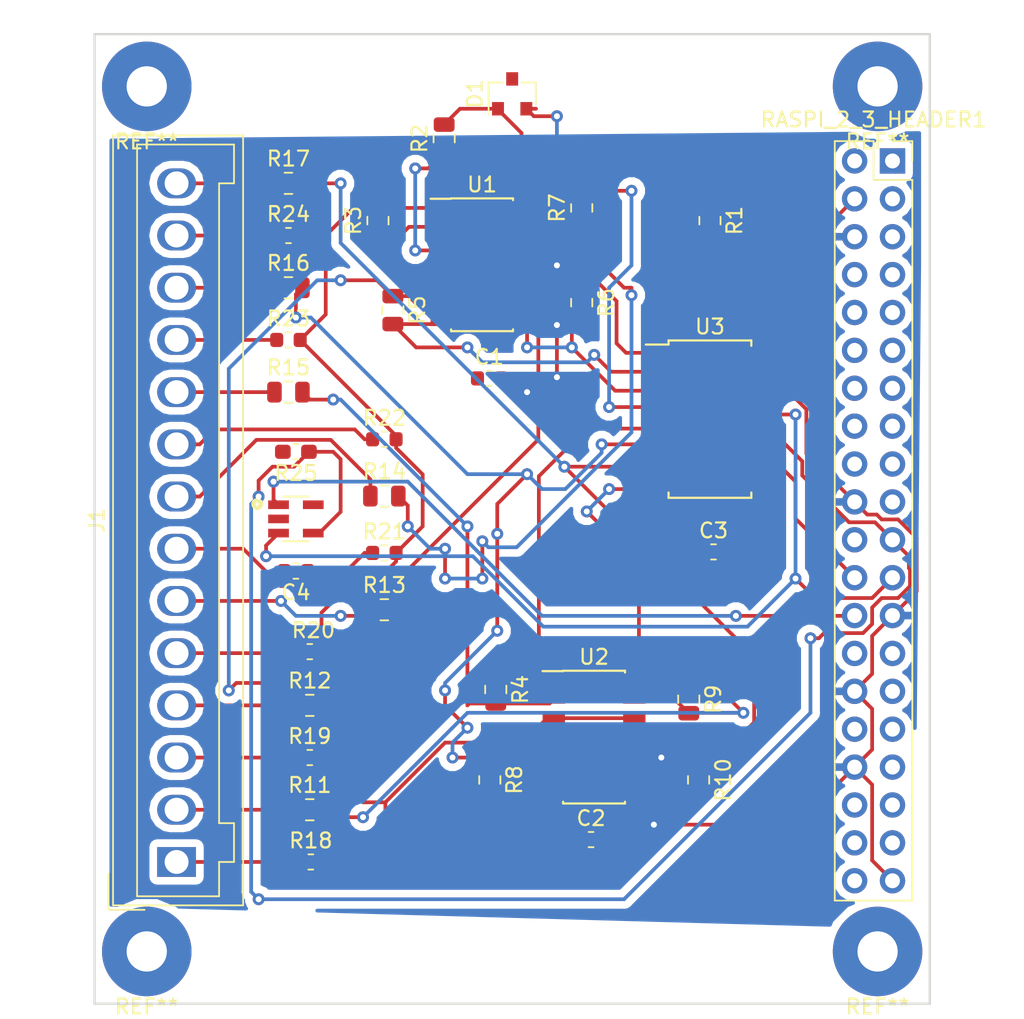
<source format=kicad_pcb>
(kicad_pcb (version 20171130) (host pcbnew 5.0.0-rc3-unknown-14ce5182~65~ubuntu16.04.1)

  (general
    (thickness 1.6)
    (drawings 4)
    (tracks 417)
    (zones 0)
    (modules 40)
    (nets 67)
  )

  (page A4)
  (layers
    (0 F.Cu signal)
    (31 B.Cu signal)
    (32 B.Adhes user)
    (33 F.Adhes user)
    (34 B.Paste user)
    (35 F.Paste user)
    (36 B.SilkS user)
    (37 F.SilkS user)
    (38 B.Mask user)
    (39 F.Mask user)
    (40 Dwgs.User user)
    (41 Cmts.User user)
    (42 Eco1.User user)
    (43 Eco2.User user)
    (44 Edge.Cuts user)
    (45 Margin user)
    (46 B.CrtYd user)
    (47 F.CrtYd user)
    (48 B.Fab user)
    (49 F.Fab user)
  )

  (setup
    (last_trace_width 0.25)
    (trace_clearance 0.2)
    (zone_clearance 0.508)
    (zone_45_only no)
    (trace_min 0.2)
    (segment_width 0.2)
    (edge_width 0.15)
    (via_size 0.8)
    (via_drill 0.4)
    (via_min_size 0.4)
    (via_min_drill 0.3)
    (uvia_size 0.3)
    (uvia_drill 0.1)
    (uvias_allowed no)
    (uvia_min_size 0.2)
    (uvia_min_drill 0.1)
    (pcb_text_width 0.3)
    (pcb_text_size 1.5 1.5)
    (mod_edge_width 0.15)
    (mod_text_size 1 1)
    (mod_text_width 0.15)
    (pad_size 6 6)
    (pad_drill 2.7)
    (pad_to_mask_clearance 0.2)
    (aux_axis_origin 0 0)
    (visible_elements FFFFFF7F)
    (pcbplotparams
      (layerselection 0x010fc_ffffffff)
      (usegerberextensions false)
      (usegerberattributes false)
      (usegerberadvancedattributes false)
      (creategerberjobfile false)
      (excludeedgelayer true)
      (linewidth 0.100000)
      (plotframeref false)
      (viasonmask false)
      (mode 1)
      (useauxorigin false)
      (hpglpennumber 1)
      (hpglpenspeed 20)
      (hpglpendiameter 15.000000)
      (psnegative false)
      (psa4output false)
      (plotreference true)
      (plotvalue true)
      (plotinvisibletext false)
      (padsonsilk false)
      (subtractmaskfromsilk false)
      (outputformat 1)
      (mirror false)
      (drillshape 1)
      (scaleselection 1)
      (outputdirectory ""))
  )

  (net 0 "")
  (net 1 "Net-(D1-Pad1)")
  (net 2 "Net-(J1-Pad1)")
  (net 3 "Net-(J1-Pad2)")
  (net 4 "Net-(J1-Pad3)")
  (net 5 "Net-(J1-Pad4)")
  (net 6 "Net-(J1-Pad5)")
  (net 7 "Net-(J1-Pad6)")
  (net 8 "Net-(J1-Pad7)")
  (net 9 "Net-(J1-Pad8)")
  (net 10 "Net-(J1-Pad9)")
  (net 11 "Net-(J1-Pad10)")
  (net 12 "Net-(J1-Pad11)")
  (net 13 "Net-(J1-Pad12)")
  (net 14 "Net-(J1-Pad13)")
  (net 15 "Net-(J1-Pad14)")
  (net 16 "Net-(R2-Pad1)")
  (net 17 4V096)
  (net 18 "Net-(R3-Pad1)")
  (net 19 "Net-(R15-Pad2)")
  (net 20 "Net-(R4-Pad1)")
  (net 21 "Net-(R5-Pad2)")
  (net 22 "Net-(R12-Pad2)")
  (net 23 "Net-(R13-Pad2)")
  (net 24 "Net-(R6-Pad2)")
  (net 25 "Net-(R14-Pad2)")
  (net 26 "Net-(R7-Pad2)")
  (net 27 "Net-(R16-Pad2)")
  (net 28 "Net-(R8-Pad2)")
  (net 29 "Net-(R11-Pad2)")
  (net 30 "Net-(R9-Pad1)")
  (net 31 "Net-(R10-Pad1)")
  (net 32 "Net-(R10-Pad2)")
  (net 33 "Net-(RASPI_2_3_HEADER1-Pad3)")
  (net 34 "Net-(RASPI_2_3_HEADER1-Pad5)")
  (net 35 "Net-(RASPI_2_3_HEADER1-Pad7)")
  (net 36 "Net-(RASPI_2_3_HEADER1-Pad8)")
  (net 37 "Net-(RASPI_2_3_HEADER1-Pad9)")
  (net 38 "Net-(RASPI_2_3_HEADER1-Pad10)")
  (net 39 "Net-(RASPI_2_3_HEADER1-Pad11)")
  (net 40 "Net-(RASPI_2_3_HEADER1-Pad12)")
  (net 41 "Net-(RASPI_2_3_HEADER1-Pad13)")
  (net 42 "Net-(RASPI_2_3_HEADER1-Pad14)")
  (net 43 "Net-(RASPI_2_3_HEADER1-Pad15)")
  (net 44 "Net-(RASPI_2_3_HEADER1-Pad16)")
  (net 45 "Net-(RASPI_2_3_HEADER1-Pad17)")
  (net 46 "Net-(RASPI_2_3_HEADER1-Pad18)")
  (net 47 "Net-(RASPI_2_3_HEADER1-Pad19)")
  (net 48 "Net-(RASPI_2_3_HEADER1-Pad22)")
  (net 49 "Net-(RASPI_2_3_HEADER1-Pad23)")
  (net 50 "Net-(RASPI_2_3_HEADER1-Pad24)")
  (net 51 "Net-(RASPI_2_3_HEADER1-Pad26)")
  (net 52 "Net-(RASPI_2_3_HEADER1-Pad27)")
  (net 53 "Net-(RASPI_2_3_HEADER1-Pad28)")
  (net 54 "Net-(RASPI_2_3_HEADER1-Pad29)")
  (net 55 "Net-(RASPI_2_3_HEADER1-Pad31)")
  (net 56 "Net-(RASPI_2_3_HEADER1-Pad32)")
  (net 57 "Net-(RASPI_2_3_HEADER1-Pad33)")
  (net 58 "Net-(RASPI_2_3_HEADER1-Pad35)")
  (net 59 "Net-(RASPI_2_3_HEADER1-Pad36)")
  (net 60 "Net-(RASPI_2_3_HEADER1-Pad37)")
  (net 61 "Net-(RASPI_2_3_HEADER1-Pad38)")
  (net 62 "Net-(RASPI_2_3_HEADER1-Pad40)")
  (net 63 "Net-(R25-Pad1)")
  (net 64 5V)
  (net 65 "Net-(RASPI_2_3_HEADER1-Pad1)")
  (net 66 GND)

  (net_class Default "This is the default net class."
    (clearance 0.2)
    (trace_width 0.25)
    (via_dia 0.8)
    (via_drill 0.4)
    (uvia_dia 0.3)
    (uvia_drill 0.1)
    (add_net 4V096)
    (add_net 5V)
    (add_net GND)
    (add_net "Net-(D1-Pad1)")
    (add_net "Net-(J1-Pad1)")
    (add_net "Net-(J1-Pad10)")
    (add_net "Net-(J1-Pad11)")
    (add_net "Net-(J1-Pad12)")
    (add_net "Net-(J1-Pad13)")
    (add_net "Net-(J1-Pad14)")
    (add_net "Net-(J1-Pad2)")
    (add_net "Net-(J1-Pad3)")
    (add_net "Net-(J1-Pad4)")
    (add_net "Net-(J1-Pad5)")
    (add_net "Net-(J1-Pad6)")
    (add_net "Net-(J1-Pad7)")
    (add_net "Net-(J1-Pad8)")
    (add_net "Net-(J1-Pad9)")
    (add_net "Net-(R10-Pad1)")
    (add_net "Net-(R10-Pad2)")
    (add_net "Net-(R11-Pad2)")
    (add_net "Net-(R12-Pad2)")
    (add_net "Net-(R13-Pad2)")
    (add_net "Net-(R14-Pad2)")
    (add_net "Net-(R15-Pad2)")
    (add_net "Net-(R16-Pad2)")
    (add_net "Net-(R2-Pad1)")
    (add_net "Net-(R25-Pad1)")
    (add_net "Net-(R3-Pad1)")
    (add_net "Net-(R4-Pad1)")
    (add_net "Net-(R5-Pad2)")
    (add_net "Net-(R6-Pad2)")
    (add_net "Net-(R7-Pad2)")
    (add_net "Net-(R8-Pad2)")
    (add_net "Net-(R9-Pad1)")
    (add_net "Net-(RASPI_2_3_HEADER1-Pad1)")
    (add_net "Net-(RASPI_2_3_HEADER1-Pad10)")
    (add_net "Net-(RASPI_2_3_HEADER1-Pad11)")
    (add_net "Net-(RASPI_2_3_HEADER1-Pad12)")
    (add_net "Net-(RASPI_2_3_HEADER1-Pad13)")
    (add_net "Net-(RASPI_2_3_HEADER1-Pad14)")
    (add_net "Net-(RASPI_2_3_HEADER1-Pad15)")
    (add_net "Net-(RASPI_2_3_HEADER1-Pad16)")
    (add_net "Net-(RASPI_2_3_HEADER1-Pad17)")
    (add_net "Net-(RASPI_2_3_HEADER1-Pad18)")
    (add_net "Net-(RASPI_2_3_HEADER1-Pad19)")
    (add_net "Net-(RASPI_2_3_HEADER1-Pad22)")
    (add_net "Net-(RASPI_2_3_HEADER1-Pad23)")
    (add_net "Net-(RASPI_2_3_HEADER1-Pad24)")
    (add_net "Net-(RASPI_2_3_HEADER1-Pad26)")
    (add_net "Net-(RASPI_2_3_HEADER1-Pad27)")
    (add_net "Net-(RASPI_2_3_HEADER1-Pad28)")
    (add_net "Net-(RASPI_2_3_HEADER1-Pad29)")
    (add_net "Net-(RASPI_2_3_HEADER1-Pad3)")
    (add_net "Net-(RASPI_2_3_HEADER1-Pad31)")
    (add_net "Net-(RASPI_2_3_HEADER1-Pad32)")
    (add_net "Net-(RASPI_2_3_HEADER1-Pad33)")
    (add_net "Net-(RASPI_2_3_HEADER1-Pad35)")
    (add_net "Net-(RASPI_2_3_HEADER1-Pad36)")
    (add_net "Net-(RASPI_2_3_HEADER1-Pad37)")
    (add_net "Net-(RASPI_2_3_HEADER1-Pad38)")
    (add_net "Net-(RASPI_2_3_HEADER1-Pad40)")
    (add_net "Net-(RASPI_2_3_HEADER1-Pad5)")
    (add_net "Net-(RASPI_2_3_HEADER1-Pad7)")
    (add_net "Net-(RASPI_2_3_HEADER1-Pad8)")
    (add_net "Net-(RASPI_2_3_HEADER1-Pad9)")
  )

  (module MountingHole:MountingHole_2.7mm_Pad (layer F.Cu) (tedit 5B5C890A) (tstamp 5B6CF5EC)
    (at 138.5 50.5 180)
    (descr "Mounting Hole 2.7mm")
    (tags "mounting hole 2.7mm")
    (attr virtual)
    (fp_text reference REF** (at 0 -3.7 180) (layer F.SilkS)
      (effects (font (size 1 1) (thickness 0.15)))
    )
    (fp_text value MountingHole_2.7mm_Pad (at 0 3.7 180) (layer F.Fab)
      (effects (font (size 1 1) (thickness 0.15)))
    )
    (fp_text user %R (at 0.3 0 180) (layer F.Fab)
      (effects (font (size 1 1) (thickness 0.15)))
    )
    (fp_circle (center 0 0) (end 2.7 0) (layer Cmts.User) (width 0.15))
    (fp_circle (center 0 0) (end 2.95 0) (layer F.CrtYd) (width 0.05))
    (pad 1 thru_hole circle (at 0 0 180) (size 6 6) (drill 2.7) (layers *.Cu *.Mask))
  )

  (module MountingHole:MountingHole_2.7mm_Pad (layer F.Cu) (tedit 5B5C890A) (tstamp 5B6CF5DE)
    (at 187.5 50.5 180)
    (descr "Mounting Hole 2.7mm")
    (tags "mounting hole 2.7mm")
    (attr virtual)
    (fp_text reference REF** (at 0 -3.7 180) (layer F.SilkS)
      (effects (font (size 1 1) (thickness 0.15)))
    )
    (fp_text value MountingHole_2.7mm_Pad (at 0 3.7 180) (layer F.Fab)
      (effects (font (size 1 1) (thickness 0.15)))
    )
    (fp_circle (center 0 0) (end 2.95 0) (layer F.CrtYd) (width 0.05))
    (fp_circle (center 0 0) (end 2.7 0) (layer Cmts.User) (width 0.15))
    (fp_text user %R (at 0.3 0 180) (layer F.Fab)
      (effects (font (size 1 1) (thickness 0.15)))
    )
    (pad 1 thru_hole circle (at 0 0 180) (size 6 6) (drill 2.7) (layers *.Cu *.Mask))
  )

  (module MountingHole:MountingHole_2.7mm_Pad (layer F.Cu) (tedit 5B5C890A) (tstamp 5B6CF5D0)
    (at 187.5 108.5 180)
    (descr "Mounting Hole 2.7mm")
    (tags "mounting hole 2.7mm")
    (attr virtual)
    (fp_text reference REF** (at 0 -3.7 180) (layer F.SilkS)
      (effects (font (size 1 1) (thickness 0.15)))
    )
    (fp_text value MountingHole_2.7mm_Pad (at 0 3.7 180) (layer F.Fab)
      (effects (font (size 1 1) (thickness 0.15)))
    )
    (fp_text user %R (at 0.3 0 180) (layer F.Fab)
      (effects (font (size 1 1) (thickness 0.15)))
    )
    (fp_circle (center 0 0) (end 2.7 0) (layer Cmts.User) (width 0.15))
    (fp_circle (center 0 0) (end 2.95 0) (layer F.CrtYd) (width 0.05))
    (pad 1 thru_hole circle (at 0 0 180) (size 6 6) (drill 2.7) (layers *.Cu *.Mask))
  )

  (module Package_TO_SOT_SMD:SOT-23 (layer F.Cu) (tedit 5A02FF57) (tstamp 5B5BF68C)
    (at 163 51 90)
    (descr "SOT-23, Standard")
    (tags SOT-23)
    (path /5B4AD8FF)
    (attr smd)
    (fp_text reference D1 (at 0 -2.5 90) (layer F.SilkS)
      (effects (font (size 1 1) (thickness 0.15)))
    )
    (fp_text value LM4040DBZ-4.1 (at 0 2.5 90) (layer F.Fab)
      (effects (font (size 1 1) (thickness 0.15)))
    )
    (fp_text user %R (at 0 0 180) (layer F.Fab)
      (effects (font (size 0.5 0.5) (thickness 0.075)))
    )
    (fp_line (start -0.7 -0.95) (end -0.7 1.5) (layer F.Fab) (width 0.1))
    (fp_line (start -0.15 -1.52) (end 0.7 -1.52) (layer F.Fab) (width 0.1))
    (fp_line (start -0.7 -0.95) (end -0.15 -1.52) (layer F.Fab) (width 0.1))
    (fp_line (start 0.7 -1.52) (end 0.7 1.52) (layer F.Fab) (width 0.1))
    (fp_line (start -0.7 1.52) (end 0.7 1.52) (layer F.Fab) (width 0.1))
    (fp_line (start 0.76 1.58) (end 0.76 0.65) (layer F.SilkS) (width 0.12))
    (fp_line (start 0.76 -1.58) (end 0.76 -0.65) (layer F.SilkS) (width 0.12))
    (fp_line (start -1.7 -1.75) (end 1.7 -1.75) (layer F.CrtYd) (width 0.05))
    (fp_line (start 1.7 -1.75) (end 1.7 1.75) (layer F.CrtYd) (width 0.05))
    (fp_line (start 1.7 1.75) (end -1.7 1.75) (layer F.CrtYd) (width 0.05))
    (fp_line (start -1.7 1.75) (end -1.7 -1.75) (layer F.CrtYd) (width 0.05))
    (fp_line (start 0.76 -1.58) (end -1.4 -1.58) (layer F.SilkS) (width 0.12))
    (fp_line (start 0.76 1.58) (end -0.7 1.58) (layer F.SilkS) (width 0.12))
    (pad 1 smd rect (at -1 -0.95 90) (size 0.9 0.8) (layers F.Cu F.Paste F.Mask)
      (net 1 "Net-(D1-Pad1)"))
    (pad 2 smd rect (at -1 0.95 90) (size 0.9 0.8) (layers F.Cu F.Paste F.Mask)
      (net 66 GND))
    (pad 3 smd rect (at 1 0 90) (size 0.9 0.8) (layers F.Cu F.Paste F.Mask))
    (model ${KISYS3DMOD}/Package_TO_SOT_SMD.3dshapes/SOT-23.wrl
      (at (xyz 0 0 0))
      (scale (xyz 1 1 1))
      (rotate (xyz 0 0 0))
    )
  )

  (module Resistor_SMD:R_0805_2012Metric (layer F.Cu) (tedit 5B5C9D40) (tstamp 5B5BF6FD)
    (at 176.26 59.5 270)
    (descr "Resistor SMD 0805 (2012 Metric), square (rectangular) end terminal, IPC_7351 nominal, (Body size source: https://docs.google.com/spreadsheets/d/1BsfQQcO9C6DZCsRaXUlFlo91Tg2WpOkGARC1WS5S8t0/edit?usp=sharing), generated with kicad-footprint-generator")
    (tags resistor)
    (path /5B4AD9F3)
    (attr smd)
    (fp_text reference R1 (at 0 -1.65 270) (layer F.SilkS)
      (effects (font (size 1 1) (thickness 0.15)))
    )
    (fp_text value 470 (at 0 1.65 270) (layer F.Fab) hide
      (effects (font (size 1 1) (thickness 0.15)))
    )
    (fp_text user %R (at 0 0 270) (layer F.Fab)
      (effects (font (size 0.5 0.5) (thickness 0.08)))
    )
    (fp_line (start 1.68 0.95) (end -1.68 0.95) (layer F.CrtYd) (width 0.05))
    (fp_line (start 1.68 -0.95) (end 1.68 0.95) (layer F.CrtYd) (width 0.05))
    (fp_line (start -1.68 -0.95) (end 1.68 -0.95) (layer F.CrtYd) (width 0.05))
    (fp_line (start -1.68 0.95) (end -1.68 -0.95) (layer F.CrtYd) (width 0.05))
    (fp_line (start -0.258578 0.71) (end 0.258578 0.71) (layer F.SilkS) (width 0.12))
    (fp_line (start -0.258578 -0.71) (end 0.258578 -0.71) (layer F.SilkS) (width 0.12))
    (fp_line (start 1 0.6) (end -1 0.6) (layer F.Fab) (width 0.1))
    (fp_line (start 1 -0.6) (end 1 0.6) (layer F.Fab) (width 0.1))
    (fp_line (start -1 -0.6) (end 1 -0.6) (layer F.Fab) (width 0.1))
    (fp_line (start -1 0.6) (end -1 -0.6) (layer F.Fab) (width 0.1))
    (pad 2 smd roundrect (at 0.9375 0 270) (size 0.975 1.4) (layers F.Cu F.Paste F.Mask) (roundrect_rratio 0.25)
      (net 64 5V))
    (pad 1 smd roundrect (at -0.9375 0 270) (size 0.975 1.4) (layers F.Cu F.Paste F.Mask) (roundrect_rratio 0.25)
      (net 1 "Net-(D1-Pad1)"))
    (model ${KISYS3DMOD}/Resistor_SMD.3dshapes/R_0805_2012Metric.wrl
      (at (xyz 0 0 0))
      (scale (xyz 1 1 1))
      (rotate (xyz 0 0 0))
    )
  )

  (module Resistor_SMD:R_0805_2012Metric (layer F.Cu) (tedit 5B5C9D47) (tstamp 5B5BF70E)
    (at 158.44 54 90)
    (descr "Resistor SMD 0805 (2012 Metric), square (rectangular) end terminal, IPC_7351 nominal, (Body size source: https://docs.google.com/spreadsheets/d/1BsfQQcO9C6DZCsRaXUlFlo91Tg2WpOkGARC1WS5S8t0/edit?usp=sharing), generated with kicad-footprint-generator")
    (tags resistor)
    (path /5B4C2E28)
    (attr smd)
    (fp_text reference R2 (at 0 -1.65 90) (layer F.SilkS)
      (effects (font (size 1 1) (thickness 0.15)))
    )
    (fp_text value 10k (at 0 1.65 90) (layer F.Fab) hide
      (effects (font (size 1 1) (thickness 0.15)))
    )
    (fp_line (start -1 0.6) (end -1 -0.6) (layer F.Fab) (width 0.1))
    (fp_line (start -1 -0.6) (end 1 -0.6) (layer F.Fab) (width 0.1))
    (fp_line (start 1 -0.6) (end 1 0.6) (layer F.Fab) (width 0.1))
    (fp_line (start 1 0.6) (end -1 0.6) (layer F.Fab) (width 0.1))
    (fp_line (start -0.258578 -0.71) (end 0.258578 -0.71) (layer F.SilkS) (width 0.12))
    (fp_line (start -0.258578 0.71) (end 0.258578 0.71) (layer F.SilkS) (width 0.12))
    (fp_line (start -1.68 0.95) (end -1.68 -0.95) (layer F.CrtYd) (width 0.05))
    (fp_line (start -1.68 -0.95) (end 1.68 -0.95) (layer F.CrtYd) (width 0.05))
    (fp_line (start 1.68 -0.95) (end 1.68 0.95) (layer F.CrtYd) (width 0.05))
    (fp_line (start 1.68 0.95) (end -1.68 0.95) (layer F.CrtYd) (width 0.05))
    (fp_text user %R (at 0 0 90) (layer F.Fab)
      (effects (font (size 0.5 0.5) (thickness 0.08)))
    )
    (pad 1 smd roundrect (at -0.9375 0 90) (size 0.975 1.4) (layers F.Cu F.Paste F.Mask) (roundrect_rratio 0.25)
      (net 16 "Net-(R2-Pad1)"))
    (pad 2 smd roundrect (at 0.9375 0 90) (size 0.975 1.4) (layers F.Cu F.Paste F.Mask) (roundrect_rratio 0.25)
      (net 1 "Net-(D1-Pad1)"))
    (model ${KISYS3DMOD}/Resistor_SMD.3dshapes/R_0805_2012Metric.wrl
      (at (xyz 0 0 0))
      (scale (xyz 1 1 1))
      (rotate (xyz 0 0 0))
    )
  )

  (module Resistor_SMD:R_0805_2012Metric (layer F.Cu) (tedit 5B5C9D51) (tstamp 5B5BF71F)
    (at 154 59.5 90)
    (descr "Resistor SMD 0805 (2012 Metric), square (rectangular) end terminal, IPC_7351 nominal, (Body size source: https://docs.google.com/spreadsheets/d/1BsfQQcO9C6DZCsRaXUlFlo91Tg2WpOkGARC1WS5S8t0/edit?usp=sharing), generated with kicad-footprint-generator")
    (tags resistor)
    (path /5B4D2768)
    (attr smd)
    (fp_text reference R3 (at 0 -1.65 90) (layer F.SilkS)
      (effects (font (size 1 1) (thickness 0.15)))
    )
    (fp_text value 10k (at 0 1.65 90) (layer F.Fab) hide
      (effects (font (size 1 1) (thickness 0.15)))
    )
    (fp_text user %R (at 0 0 90) (layer F.Fab)
      (effects (font (size 0.5 0.5) (thickness 0.08)))
    )
    (fp_line (start 1.68 0.95) (end -1.68 0.95) (layer F.CrtYd) (width 0.05))
    (fp_line (start 1.68 -0.95) (end 1.68 0.95) (layer F.CrtYd) (width 0.05))
    (fp_line (start -1.68 -0.95) (end 1.68 -0.95) (layer F.CrtYd) (width 0.05))
    (fp_line (start -1.68 0.95) (end -1.68 -0.95) (layer F.CrtYd) (width 0.05))
    (fp_line (start -0.258578 0.71) (end 0.258578 0.71) (layer F.SilkS) (width 0.12))
    (fp_line (start -0.258578 -0.71) (end 0.258578 -0.71) (layer F.SilkS) (width 0.12))
    (fp_line (start 1 0.6) (end -1 0.6) (layer F.Fab) (width 0.1))
    (fp_line (start 1 -0.6) (end 1 0.6) (layer F.Fab) (width 0.1))
    (fp_line (start -1 -0.6) (end 1 -0.6) (layer F.Fab) (width 0.1))
    (fp_line (start -1 0.6) (end -1 -0.6) (layer F.Fab) (width 0.1))
    (pad 2 smd roundrect (at 0.9375 0 90) (size 0.975 1.4) (layers F.Cu F.Paste F.Mask) (roundrect_rratio 0.25)
      (net 17 4V096))
    (pad 1 smd roundrect (at -0.9375 0 90) (size 0.975 1.4) (layers F.Cu F.Paste F.Mask) (roundrect_rratio 0.25)
      (net 18 "Net-(R3-Pad1)"))
    (model ${KISYS3DMOD}/Resistor_SMD.3dshapes/R_0805_2012Metric.wrl
      (at (xyz 0 0 0))
      (scale (xyz 1 1 1))
      (rotate (xyz 0 0 0))
    )
  )

  (module Resistor_SMD:R_0805_2012Metric (layer F.Cu) (tedit 5B5C9D29) (tstamp 5B5BF730)
    (at 161.9 90.9375 270)
    (descr "Resistor SMD 0805 (2012 Metric), square (rectangular) end terminal, IPC_7351 nominal, (Body size source: https://docs.google.com/spreadsheets/d/1BsfQQcO9C6DZCsRaXUlFlo91Tg2WpOkGARC1WS5S8t0/edit?usp=sharing), generated with kicad-footprint-generator")
    (tags resistor)
    (path /5B5087E9)
    (attr smd)
    (fp_text reference R4 (at 0 -1.65 270) (layer F.SilkS)
      (effects (font (size 1 1) (thickness 0.15)))
    )
    (fp_text value 200K (at 0 1.65 270) (layer F.Fab) hide
      (effects (font (size 1 1) (thickness 0.15)))
    )
    (fp_text user %R (at 0 0 270) (layer F.Fab)
      (effects (font (size 0.5 0.5) (thickness 0.08)))
    )
    (fp_line (start 1.68 0.95) (end -1.68 0.95) (layer F.CrtYd) (width 0.05))
    (fp_line (start 1.68 -0.95) (end 1.68 0.95) (layer F.CrtYd) (width 0.05))
    (fp_line (start -1.68 -0.95) (end 1.68 -0.95) (layer F.CrtYd) (width 0.05))
    (fp_line (start -1.68 0.95) (end -1.68 -0.95) (layer F.CrtYd) (width 0.05))
    (fp_line (start -0.258578 0.71) (end 0.258578 0.71) (layer F.SilkS) (width 0.12))
    (fp_line (start -0.258578 -0.71) (end 0.258578 -0.71) (layer F.SilkS) (width 0.12))
    (fp_line (start 1 0.6) (end -1 0.6) (layer F.Fab) (width 0.1))
    (fp_line (start 1 -0.6) (end 1 0.6) (layer F.Fab) (width 0.1))
    (fp_line (start -1 -0.6) (end 1 -0.6) (layer F.Fab) (width 0.1))
    (fp_line (start -1 0.6) (end -1 -0.6) (layer F.Fab) (width 0.1))
    (pad 2 smd roundrect (at 0.9375 0 270) (size 0.975 1.4) (layers F.Cu F.Paste F.Mask) (roundrect_rratio 0.25)
      (net 19 "Net-(R15-Pad2)"))
    (pad 1 smd roundrect (at -0.9375 0 270) (size 0.975 1.4) (layers F.Cu F.Paste F.Mask) (roundrect_rratio 0.25)
      (net 20 "Net-(R4-Pad1)"))
    (model ${KISYS3DMOD}/Resistor_SMD.3dshapes/R_0805_2012Metric.wrl
      (at (xyz 0 0 0))
      (scale (xyz 1 1 1))
      (rotate (xyz 0 0 0))
    )
  )

  (module Resistor_SMD:R_0805_2012Metric (layer F.Cu) (tedit 5B5C9D1A) (tstamp 5B5BF741)
    (at 155 65.5 270)
    (descr "Resistor SMD 0805 (2012 Metric), square (rectangular) end terminal, IPC_7351 nominal, (Body size source: https://docs.google.com/spreadsheets/d/1BsfQQcO9C6DZCsRaXUlFlo91Tg2WpOkGARC1WS5S8t0/edit?usp=sharing), generated with kicad-footprint-generator")
    (tags resistor)
    (path /5B4E690B)
    (attr smd)
    (fp_text reference R5 (at 0 -1.65 270) (layer F.SilkS)
      (effects (font (size 1 1) (thickness 0.15)))
    )
    (fp_text value 100K (at 0 1.65 270) (layer F.Fab) hide
      (effects (font (size 1 1) (thickness 0.15)))
    )
    (fp_text user %R (at 0 0 270) (layer F.Fab)
      (effects (font (size 0.5 0.5) (thickness 0.08)))
    )
    (fp_line (start 1.68 0.95) (end -1.68 0.95) (layer F.CrtYd) (width 0.05))
    (fp_line (start 1.68 -0.95) (end 1.68 0.95) (layer F.CrtYd) (width 0.05))
    (fp_line (start -1.68 -0.95) (end 1.68 -0.95) (layer F.CrtYd) (width 0.05))
    (fp_line (start -1.68 0.95) (end -1.68 -0.95) (layer F.CrtYd) (width 0.05))
    (fp_line (start -0.258578 0.71) (end 0.258578 0.71) (layer F.SilkS) (width 0.12))
    (fp_line (start -0.258578 -0.71) (end 0.258578 -0.71) (layer F.SilkS) (width 0.12))
    (fp_line (start 1 0.6) (end -1 0.6) (layer F.Fab) (width 0.1))
    (fp_line (start 1 -0.6) (end 1 0.6) (layer F.Fab) (width 0.1))
    (fp_line (start -1 -0.6) (end 1 -0.6) (layer F.Fab) (width 0.1))
    (fp_line (start -1 0.6) (end -1 -0.6) (layer F.Fab) (width 0.1))
    (pad 2 smd roundrect (at 0.9375 0 270) (size 0.975 1.4) (layers F.Cu F.Paste F.Mask) (roundrect_rratio 0.25)
      (net 21 "Net-(R5-Pad2)"))
    (pad 1 smd roundrect (at -0.9375 0 270) (size 0.975 1.4) (layers F.Cu F.Paste F.Mask) (roundrect_rratio 0.25)
      (net 22 "Net-(R12-Pad2)"))
    (model ${KISYS3DMOD}/Resistor_SMD.3dshapes/R_0805_2012Metric.wrl
      (at (xyz 0 0 0))
      (scale (xyz 1 1 1))
      (rotate (xyz 0 0 0))
    )
  )

  (module Resistor_SMD:R_0805_2012Metric (layer F.Cu) (tedit 5B5C9D1D) (tstamp 5B5BF752)
    (at 167.6625 65 270)
    (descr "Resistor SMD 0805 (2012 Metric), square (rectangular) end terminal, IPC_7351 nominal, (Body size source: https://docs.google.com/spreadsheets/d/1BsfQQcO9C6DZCsRaXUlFlo91Tg2WpOkGARC1WS5S8t0/edit?usp=sharing), generated with kicad-footprint-generator")
    (tags resistor)
    (path /5B4F278F)
    (attr smd)
    (fp_text reference R6 (at 0 -1.65 270) (layer F.SilkS)
      (effects (font (size 1 1) (thickness 0.15)))
    )
    (fp_text value 100K (at 0 1.65 270) (layer F.Fab) hide
      (effects (font (size 1 1) (thickness 0.15)))
    )
    (fp_line (start -1 0.6) (end -1 -0.6) (layer F.Fab) (width 0.1))
    (fp_line (start -1 -0.6) (end 1 -0.6) (layer F.Fab) (width 0.1))
    (fp_line (start 1 -0.6) (end 1 0.6) (layer F.Fab) (width 0.1))
    (fp_line (start 1 0.6) (end -1 0.6) (layer F.Fab) (width 0.1))
    (fp_line (start -0.258578 -0.71) (end 0.258578 -0.71) (layer F.SilkS) (width 0.12))
    (fp_line (start -0.258578 0.71) (end 0.258578 0.71) (layer F.SilkS) (width 0.12))
    (fp_line (start -1.68 0.95) (end -1.68 -0.95) (layer F.CrtYd) (width 0.05))
    (fp_line (start -1.68 -0.95) (end 1.68 -0.95) (layer F.CrtYd) (width 0.05))
    (fp_line (start 1.68 -0.95) (end 1.68 0.95) (layer F.CrtYd) (width 0.05))
    (fp_line (start 1.68 0.95) (end -1.68 0.95) (layer F.CrtYd) (width 0.05))
    (fp_text user %R (at 0 0 270) (layer F.Fab)
      (effects (font (size 0.5 0.5) (thickness 0.08)))
    )
    (pad 1 smd roundrect (at -0.9375 0 270) (size 0.975 1.4) (layers F.Cu F.Paste F.Mask) (roundrect_rratio 0.25)
      (net 23 "Net-(R13-Pad2)"))
    (pad 2 smd roundrect (at 0.9375 0 270) (size 0.975 1.4) (layers F.Cu F.Paste F.Mask) (roundrect_rratio 0.25)
      (net 24 "Net-(R6-Pad2)"))
    (model ${KISYS3DMOD}/Resistor_SMD.3dshapes/R_0805_2012Metric.wrl
      (at (xyz 0 0 0))
      (scale (xyz 1 1 1))
      (rotate (xyz 0 0 0))
    )
  )

  (module Resistor_SMD:R_0805_2012Metric (layer F.Cu) (tedit 5B5C9D43) (tstamp 5B5BF763)
    (at 167.6625 58.65 90)
    (descr "Resistor SMD 0805 (2012 Metric), square (rectangular) end terminal, IPC_7351 nominal, (Body size source: https://docs.google.com/spreadsheets/d/1BsfQQcO9C6DZCsRaXUlFlo91Tg2WpOkGARC1WS5S8t0/edit?usp=sharing), generated with kicad-footprint-generator")
    (tags resistor)
    (path /5B4FCC6E)
    (attr smd)
    (fp_text reference R7 (at 0 -1.65 90) (layer F.SilkS)
      (effects (font (size 1 1) (thickness 0.15)))
    )
    (fp_text value 100K (at 0 1.65 90) (layer F.Fab) hide
      (effects (font (size 1 1) (thickness 0.15)))
    )
    (fp_line (start -1 0.6) (end -1 -0.6) (layer F.Fab) (width 0.1))
    (fp_line (start -1 -0.6) (end 1 -0.6) (layer F.Fab) (width 0.1))
    (fp_line (start 1 -0.6) (end 1 0.6) (layer F.Fab) (width 0.1))
    (fp_line (start 1 0.6) (end -1 0.6) (layer F.Fab) (width 0.1))
    (fp_line (start -0.258578 -0.71) (end 0.258578 -0.71) (layer F.SilkS) (width 0.12))
    (fp_line (start -0.258578 0.71) (end 0.258578 0.71) (layer F.SilkS) (width 0.12))
    (fp_line (start -1.68 0.95) (end -1.68 -0.95) (layer F.CrtYd) (width 0.05))
    (fp_line (start -1.68 -0.95) (end 1.68 -0.95) (layer F.CrtYd) (width 0.05))
    (fp_line (start 1.68 -0.95) (end 1.68 0.95) (layer F.CrtYd) (width 0.05))
    (fp_line (start 1.68 0.95) (end -1.68 0.95) (layer F.CrtYd) (width 0.05))
    (fp_text user %R (at 0 0 90) (layer F.Fab)
      (effects (font (size 0.5 0.5) (thickness 0.08)))
    )
    (pad 1 smd roundrect (at -0.9375 0 90) (size 0.975 1.4) (layers F.Cu F.Paste F.Mask) (roundrect_rratio 0.25)
      (net 25 "Net-(R14-Pad2)"))
    (pad 2 smd roundrect (at 0.9375 0 90) (size 0.975 1.4) (layers F.Cu F.Paste F.Mask) (roundrect_rratio 0.25)
      (net 26 "Net-(R7-Pad2)"))
    (model ${KISYS3DMOD}/Resistor_SMD.3dshapes/R_0805_2012Metric.wrl
      (at (xyz 0 0 0))
      (scale (xyz 1 1 1))
      (rotate (xyz 0 0 0))
    )
  )

  (module Resistor_SMD:R_0805_2012Metric (layer F.Cu) (tedit 5B5C9D2C) (tstamp 5B5BF774)
    (at 161.5 97 270)
    (descr "Resistor SMD 0805 (2012 Metric), square (rectangular) end terminal, IPC_7351 nominal, (Body size source: https://docs.google.com/spreadsheets/d/1BsfQQcO9C6DZCsRaXUlFlo91Tg2WpOkGARC1WS5S8t0/edit?usp=sharing), generated with kicad-footprint-generator")
    (tags resistor)
    (path /5B52D841)
    (attr smd)
    (fp_text reference R8 (at 0 -1.65 270) (layer F.SilkS)
      (effects (font (size 1 1) (thickness 0.15)))
    )
    (fp_text value 200k (at 0 1.65 270) (layer F.Fab) hide
      (effects (font (size 1 1) (thickness 0.15)))
    )
    (fp_line (start -1 0.6) (end -1 -0.6) (layer F.Fab) (width 0.1))
    (fp_line (start -1 -0.6) (end 1 -0.6) (layer F.Fab) (width 0.1))
    (fp_line (start 1 -0.6) (end 1 0.6) (layer F.Fab) (width 0.1))
    (fp_line (start 1 0.6) (end -1 0.6) (layer F.Fab) (width 0.1))
    (fp_line (start -0.258578 -0.71) (end 0.258578 -0.71) (layer F.SilkS) (width 0.12))
    (fp_line (start -0.258578 0.71) (end 0.258578 0.71) (layer F.SilkS) (width 0.12))
    (fp_line (start -1.68 0.95) (end -1.68 -0.95) (layer F.CrtYd) (width 0.05))
    (fp_line (start -1.68 -0.95) (end 1.68 -0.95) (layer F.CrtYd) (width 0.05))
    (fp_line (start 1.68 -0.95) (end 1.68 0.95) (layer F.CrtYd) (width 0.05))
    (fp_line (start 1.68 0.95) (end -1.68 0.95) (layer F.CrtYd) (width 0.05))
    (fp_text user %R (at 0 0 270) (layer F.Fab)
      (effects (font (size 0.5 0.5) (thickness 0.08)))
    )
    (pad 1 smd roundrect (at -0.9375 0 270) (size 0.975 1.4) (layers F.Cu F.Paste F.Mask) (roundrect_rratio 0.25)
      (net 27 "Net-(R16-Pad2)"))
    (pad 2 smd roundrect (at 0.9375 0 270) (size 0.975 1.4) (layers F.Cu F.Paste F.Mask) (roundrect_rratio 0.25)
      (net 28 "Net-(R8-Pad2)"))
    (model ${KISYS3DMOD}/Resistor_SMD.3dshapes/R_0805_2012Metric.wrl
      (at (xyz 0 0 0))
      (scale (xyz 1 1 1))
      (rotate (xyz 0 0 0))
    )
  )

  (module Resistor_SMD:R_0805_2012Metric (layer F.Cu) (tedit 5B5C9D37) (tstamp 5B5BF785)
    (at 174.84 91.59 270)
    (descr "Resistor SMD 0805 (2012 Metric), square (rectangular) end terminal, IPC_7351 nominal, (Body size source: https://docs.google.com/spreadsheets/d/1BsfQQcO9C6DZCsRaXUlFlo91Tg2WpOkGARC1WS5S8t0/edit?usp=sharing), generated with kicad-footprint-generator")
    (tags resistor)
    (path /5B53F3EB)
    (attr smd)
    (fp_text reference R9 (at 0 -1.65 270) (layer F.SilkS)
      (effects (font (size 1 1) (thickness 0.15)))
    )
    (fp_text value 500k (at 0 1.65 270) (layer F.Fab) hide
      (effects (font (size 1 1) (thickness 0.15)))
    )
    (fp_text user %R (at 0 0 270) (layer F.Fab)
      (effects (font (size 0.5 0.5) (thickness 0.08)))
    )
    (fp_line (start 1.68 0.95) (end -1.68 0.95) (layer F.CrtYd) (width 0.05))
    (fp_line (start 1.68 -0.95) (end 1.68 0.95) (layer F.CrtYd) (width 0.05))
    (fp_line (start -1.68 -0.95) (end 1.68 -0.95) (layer F.CrtYd) (width 0.05))
    (fp_line (start -1.68 0.95) (end -1.68 -0.95) (layer F.CrtYd) (width 0.05))
    (fp_line (start -0.258578 0.71) (end 0.258578 0.71) (layer F.SilkS) (width 0.12))
    (fp_line (start -0.258578 -0.71) (end 0.258578 -0.71) (layer F.SilkS) (width 0.12))
    (fp_line (start 1 0.6) (end -1 0.6) (layer F.Fab) (width 0.1))
    (fp_line (start 1 -0.6) (end 1 0.6) (layer F.Fab) (width 0.1))
    (fp_line (start -1 -0.6) (end 1 -0.6) (layer F.Fab) (width 0.1))
    (fp_line (start -1 0.6) (end -1 -0.6) (layer F.Fab) (width 0.1))
    (pad 2 smd roundrect (at 0.9375 0 270) (size 0.975 1.4) (layers F.Cu F.Paste F.Mask) (roundrect_rratio 0.25)
      (net 29 "Net-(R11-Pad2)"))
    (pad 1 smd roundrect (at -0.9375 0 270) (size 0.975 1.4) (layers F.Cu F.Paste F.Mask) (roundrect_rratio 0.25)
      (net 30 "Net-(R9-Pad1)"))
    (model ${KISYS3DMOD}/Resistor_SMD.3dshapes/R_0805_2012Metric.wrl
      (at (xyz 0 0 0))
      (scale (xyz 1 1 1))
      (rotate (xyz 0 0 0))
    )
  )

  (module Resistor_SMD:R_0805_2012Metric (layer F.Cu) (tedit 5B5C9D34) (tstamp 5B5BF796)
    (at 175.5 97 270)
    (descr "Resistor SMD 0805 (2012 Metric), square (rectangular) end terminal, IPC_7351 nominal, (Body size source: https://docs.google.com/spreadsheets/d/1BsfQQcO9C6DZCsRaXUlFlo91Tg2WpOkGARC1WS5S8t0/edit?usp=sharing), generated with kicad-footprint-generator")
    (tags resistor)
    (path /5B535E35)
    (attr smd)
    (fp_text reference R10 (at 0 -1.65 270) (layer F.SilkS)
      (effects (font (size 1 1) (thickness 0.15)))
    )
    (fp_text value 200k (at 0 1.65 270) (layer F.Fab) hide
      (effects (font (size 1 1) (thickness 0.15)))
    )
    (fp_line (start -1 0.6) (end -1 -0.6) (layer F.Fab) (width 0.1))
    (fp_line (start -1 -0.6) (end 1 -0.6) (layer F.Fab) (width 0.1))
    (fp_line (start 1 -0.6) (end 1 0.6) (layer F.Fab) (width 0.1))
    (fp_line (start 1 0.6) (end -1 0.6) (layer F.Fab) (width 0.1))
    (fp_line (start -0.258578 -0.71) (end 0.258578 -0.71) (layer F.SilkS) (width 0.12))
    (fp_line (start -0.258578 0.71) (end 0.258578 0.71) (layer F.SilkS) (width 0.12))
    (fp_line (start -1.68 0.95) (end -1.68 -0.95) (layer F.CrtYd) (width 0.05))
    (fp_line (start -1.68 -0.95) (end 1.68 -0.95) (layer F.CrtYd) (width 0.05))
    (fp_line (start 1.68 -0.95) (end 1.68 0.95) (layer F.CrtYd) (width 0.05))
    (fp_line (start 1.68 0.95) (end -1.68 0.95) (layer F.CrtYd) (width 0.05))
    (fp_text user %R (at 0 0) (layer F.Fab)
      (effects (font (size 0.5 0.5) (thickness 0.08)))
    )
    (pad 1 smd roundrect (at -0.9375 0 270) (size 0.975 1.4) (layers F.Cu F.Paste F.Mask) (roundrect_rratio 0.25)
      (net 31 "Net-(R10-Pad1)"))
    (pad 2 smd roundrect (at 0.9375 0 270) (size 0.975 1.4) (layers F.Cu F.Paste F.Mask) (roundrect_rratio 0.25)
      (net 32 "Net-(R10-Pad2)"))
    (model ${KISYS3DMOD}/Resistor_SMD.3dshapes/R_0805_2012Metric.wrl
      (at (xyz 0 0 0))
      (scale (xyz 1 1 1))
      (rotate (xyz 0 0 0))
    )
  )

  (module Resistor_SMD:R_0805_2012Metric (layer F.Cu) (tedit 5B5C8E1F) (tstamp 5B5BF7A7)
    (at 149.43 99)
    (descr "Resistor SMD 0805 (2012 Metric), square (rectangular) end terminal, IPC_7351 nominal, (Body size source: https://docs.google.com/spreadsheets/d/1BsfQQcO9C6DZCsRaXUlFlo91Tg2WpOkGARC1WS5S8t0/edit?usp=sharing), generated with kicad-footprint-generator")
    (tags resistor)
    (path /5B4DE9E9)
    (attr smd)
    (fp_text reference R11 (at 0 -1.65) (layer F.SilkS)
      (effects (font (size 1 1) (thickness 0.15)))
    )
    (fp_text value 1K (at 0 1.65) (layer F.Fab) hide
      (effects (font (size 1 1) (thickness 0.15)))
    )
    (fp_line (start -1 0.6) (end -1 -0.6) (layer F.Fab) (width 0.1))
    (fp_line (start -1 -0.6) (end 1 -0.6) (layer F.Fab) (width 0.1))
    (fp_line (start 1 -0.6) (end 1 0.6) (layer F.Fab) (width 0.1))
    (fp_line (start 1 0.6) (end -1 0.6) (layer F.Fab) (width 0.1))
    (fp_line (start -0.258578 -0.71) (end 0.258578 -0.71) (layer F.SilkS) (width 0.12))
    (fp_line (start -0.258578 0.71) (end 0.258578 0.71) (layer F.SilkS) (width 0.12))
    (fp_line (start -1.68 0.95) (end -1.68 -0.95) (layer F.CrtYd) (width 0.05))
    (fp_line (start -1.68 -0.95) (end 1.68 -0.95) (layer F.CrtYd) (width 0.05))
    (fp_line (start 1.68 -0.95) (end 1.68 0.95) (layer F.CrtYd) (width 0.05))
    (fp_line (start 1.68 0.95) (end -1.68 0.95) (layer F.CrtYd) (width 0.05))
    (fp_text user %R (at 0 0) (layer F.Fab)
      (effects (font (size 0.5 0.5) (thickness 0.08)))
    )
    (pad 1 smd roundrect (at -0.9375 0) (size 0.975 1.4) (layers F.Cu F.Paste F.Mask) (roundrect_rratio 0.25)
      (net 3 "Net-(J1-Pad2)"))
    (pad 2 smd roundrect (at 0.9375 0) (size 0.975 1.4) (layers F.Cu F.Paste F.Mask) (roundrect_rratio 0.25)
      (net 29 "Net-(R11-Pad2)"))
    (model ${KISYS3DMOD}/Resistor_SMD.3dshapes/R_0805_2012Metric.wrl
      (at (xyz 0 0 0))
      (scale (xyz 1 1 1))
      (rotate (xyz 0 0 0))
    )
  )

  (module Resistor_SMD:R_0805_2012Metric (layer F.Cu) (tedit 5B5C8E2E) (tstamp 5B5BF7B8)
    (at 149.43 92)
    (descr "Resistor SMD 0805 (2012 Metric), square (rectangular) end terminal, IPC_7351 nominal, (Body size source: https://docs.google.com/spreadsheets/d/1BsfQQcO9C6DZCsRaXUlFlo91Tg2WpOkGARC1WS5S8t0/edit?usp=sharing), generated with kicad-footprint-generator")
    (tags resistor)
    (path /5B54D3F8)
    (attr smd)
    (fp_text reference R12 (at 0 -1.65) (layer F.SilkS)
      (effects (font (size 1 1) (thickness 0.15)))
    )
    (fp_text value 1k (at 0 1.65) (layer F.Fab) hide
      (effects (font (size 1 1) (thickness 0.15)))
    )
    (fp_line (start -1 0.6) (end -1 -0.6) (layer F.Fab) (width 0.1))
    (fp_line (start -1 -0.6) (end 1 -0.6) (layer F.Fab) (width 0.1))
    (fp_line (start 1 -0.6) (end 1 0.6) (layer F.Fab) (width 0.1))
    (fp_line (start 1 0.6) (end -1 0.6) (layer F.Fab) (width 0.1))
    (fp_line (start -0.258578 -0.71) (end 0.258578 -0.71) (layer F.SilkS) (width 0.12))
    (fp_line (start -0.258578 0.71) (end 0.258578 0.71) (layer F.SilkS) (width 0.12))
    (fp_line (start -1.68 0.95) (end -1.68 -0.95) (layer F.CrtYd) (width 0.05))
    (fp_line (start -1.68 -0.95) (end 1.68 -0.95) (layer F.CrtYd) (width 0.05))
    (fp_line (start 1.68 -0.95) (end 1.68 0.95) (layer F.CrtYd) (width 0.05))
    (fp_line (start 1.68 0.95) (end -1.68 0.95) (layer F.CrtYd) (width 0.05))
    (fp_text user %R (at 0 0) (layer F.Fab)
      (effects (font (size 0.5 0.5) (thickness 0.08)))
    )
    (pad 1 smd roundrect (at -0.9375 0) (size 0.975 1.4) (layers F.Cu F.Paste F.Mask) (roundrect_rratio 0.25)
      (net 5 "Net-(J1-Pad4)"))
    (pad 2 smd roundrect (at 0.9375 0) (size 0.975 1.4) (layers F.Cu F.Paste F.Mask) (roundrect_rratio 0.25)
      (net 22 "Net-(R12-Pad2)"))
    (model ${KISYS3DMOD}/Resistor_SMD.3dshapes/R_0805_2012Metric.wrl
      (at (xyz 0 0 0))
      (scale (xyz 1 1 1))
      (rotate (xyz 0 0 0))
    )
  )

  (module Resistor_SMD:R_0805_2012Metric (layer F.Cu) (tedit 5B5C8E41) (tstamp 5B5BF7C9)
    (at 154.43 85.59)
    (descr "Resistor SMD 0805 (2012 Metric), square (rectangular) end terminal, IPC_7351 nominal, (Body size source: https://docs.google.com/spreadsheets/d/1BsfQQcO9C6DZCsRaXUlFlo91Tg2WpOkGARC1WS5S8t0/edit?usp=sharing), generated with kicad-footprint-generator")
    (tags resistor)
    (path /5B5DC483)
    (attr smd)
    (fp_text reference R13 (at 0 -1.65) (layer F.SilkS)
      (effects (font (size 1 1) (thickness 0.15)))
    )
    (fp_text value 1k (at 0 1.65) (layer F.Fab) hide
      (effects (font (size 1 1) (thickness 0.15)))
    )
    (fp_text user %R (at -0.435001 -1.27) (layer F.Fab) hide
      (effects (font (size 0.5 0.5) (thickness 0.08)))
    )
    (fp_line (start 1.68 0.95) (end -1.68 0.95) (layer F.CrtYd) (width 0.05))
    (fp_line (start 1.68 -0.95) (end 1.68 0.95) (layer F.CrtYd) (width 0.05))
    (fp_line (start -1.68 -0.95) (end 1.68 -0.95) (layer F.CrtYd) (width 0.05))
    (fp_line (start -1.68 0.95) (end -1.68 -0.95) (layer F.CrtYd) (width 0.05))
    (fp_line (start -0.258578 0.71) (end 0.258578 0.71) (layer F.SilkS) (width 0.12))
    (fp_line (start -0.258578 -0.71) (end 0.258578 -0.71) (layer F.SilkS) (width 0.12))
    (fp_line (start 1 0.6) (end -1 0.6) (layer F.Fab) (width 0.1))
    (fp_line (start 1 -0.6) (end 1 0.6) (layer F.Fab) (width 0.1))
    (fp_line (start -1 -0.6) (end 1 -0.6) (layer F.Fab) (width 0.1))
    (fp_line (start -1 0.6) (end -1 -0.6) (layer F.Fab) (width 0.1))
    (pad 2 smd roundrect (at 0.9375 0) (size 0.975 1.4) (layers F.Cu F.Paste F.Mask) (roundrect_rratio 0.25)
      (net 23 "Net-(R13-Pad2)"))
    (pad 1 smd roundrect (at -0.9375 0) (size 0.975 1.4) (layers F.Cu F.Paste F.Mask) (roundrect_rratio 0.25)
      (net 7 "Net-(J1-Pad6)"))
    (model ${KISYS3DMOD}/Resistor_SMD.3dshapes/R_0805_2012Metric.wrl
      (at (xyz 0 0 0))
      (scale (xyz 1 1 1))
      (rotate (xyz 0 0 0))
    )
  )

  (module Resistor_SMD:R_0805_2012Metric (layer F.Cu) (tedit 5B5C8E54) (tstamp 5B5BF7DA)
    (at 154.43 77.97)
    (descr "Resistor SMD 0805 (2012 Metric), square (rectangular) end terminal, IPC_7351 nominal, (Body size source: https://docs.google.com/spreadsheets/d/1BsfQQcO9C6DZCsRaXUlFlo91Tg2WpOkGARC1WS5S8t0/edit?usp=sharing), generated with kicad-footprint-generator")
    (tags resistor)
    (path /5B550FC6)
    (attr smd)
    (fp_text reference R14 (at 0 -1.65) (layer F.SilkS)
      (effects (font (size 1 1) (thickness 0.15)))
    )
    (fp_text value 1k (at 0 1.65) (layer F.Fab) hide
      (effects (font (size 1 1) (thickness 0.15)))
    )
    (fp_text user %R (at 0 1.27) (layer F.Fab) hide
      (effects (font (size 0.5 0.5) (thickness 0.08)))
    )
    (fp_line (start 1.68 0.95) (end -1.68 0.95) (layer F.CrtYd) (width 0.05))
    (fp_line (start 1.68 -0.95) (end 1.68 0.95) (layer F.CrtYd) (width 0.05))
    (fp_line (start -1.68 -0.95) (end 1.68 -0.95) (layer F.CrtYd) (width 0.05))
    (fp_line (start -1.68 0.95) (end -1.68 -0.95) (layer F.CrtYd) (width 0.05))
    (fp_line (start -0.258578 0.71) (end 0.258578 0.71) (layer F.SilkS) (width 0.12))
    (fp_line (start -0.258578 -0.71) (end 0.258578 -0.71) (layer F.SilkS) (width 0.12))
    (fp_line (start 1 0.6) (end -1 0.6) (layer F.Fab) (width 0.1))
    (fp_line (start 1 -0.6) (end 1 0.6) (layer F.Fab) (width 0.1))
    (fp_line (start -1 -0.6) (end 1 -0.6) (layer F.Fab) (width 0.1))
    (fp_line (start -1 0.6) (end -1 -0.6) (layer F.Fab) (width 0.1))
    (pad 2 smd roundrect (at 0.9375 0) (size 0.975 1.4) (layers F.Cu F.Paste F.Mask) (roundrect_rratio 0.25)
      (net 25 "Net-(R14-Pad2)"))
    (pad 1 smd roundrect (at -0.9375 0) (size 0.975 1.4) (layers F.Cu F.Paste F.Mask) (roundrect_rratio 0.25)
      (net 9 "Net-(J1-Pad8)"))
    (model ${KISYS3DMOD}/Resistor_SMD.3dshapes/R_0805_2012Metric.wrl
      (at (xyz 0 0 0))
      (scale (xyz 1 1 1))
      (rotate (xyz 0 0 0))
    )
  )

  (module Resistor_SMD:R_0805_2012Metric (layer F.Cu) (tedit 5B5C8E75) (tstamp 5B5BF7EB)
    (at 148 71)
    (descr "Resistor SMD 0805 (2012 Metric), square (rectangular) end terminal, IPC_7351 nominal, (Body size source: https://docs.google.com/spreadsheets/d/1BsfQQcO9C6DZCsRaXUlFlo91Tg2WpOkGARC1WS5S8t0/edit?usp=sharing), generated with kicad-footprint-generator")
    (tags resistor)
    (path /5B55101A)
    (attr smd)
    (fp_text reference R15 (at 0 -1.65) (layer F.SilkS)
      (effects (font (size 1 1) (thickness 0.15)))
    )
    (fp_text value 1k (at 0 1.65) (layer F.Fab) hide
      (effects (font (size 1 1) (thickness 0.15)))
    )
    (fp_line (start -1 0.6) (end -1 -0.6) (layer F.Fab) (width 0.1))
    (fp_line (start -1 -0.6) (end 1 -0.6) (layer F.Fab) (width 0.1))
    (fp_line (start 1 -0.6) (end 1 0.6) (layer F.Fab) (width 0.1))
    (fp_line (start 1 0.6) (end -1 0.6) (layer F.Fab) (width 0.1))
    (fp_line (start -0.258578 -0.71) (end 0.258578 -0.71) (layer F.SilkS) (width 0.12))
    (fp_line (start -0.258578 0.71) (end 0.258578 0.71) (layer F.SilkS) (width 0.12))
    (fp_line (start -1.68 0.95) (end -1.68 -0.95) (layer F.CrtYd) (width 0.05))
    (fp_line (start -1.68 -0.95) (end 1.68 -0.95) (layer F.CrtYd) (width 0.05))
    (fp_line (start 1.68 -0.95) (end 1.68 0.95) (layer F.CrtYd) (width 0.05))
    (fp_line (start 1.68 0.95) (end -1.68 0.95) (layer F.CrtYd) (width 0.05))
    (fp_text user %R (at 0 0) (layer F.Fab)
      (effects (font (size 0.5 0.5) (thickness 0.08)))
    )
    (pad 1 smd roundrect (at -0.9375 0) (size 0.975 1.4) (layers F.Cu F.Paste F.Mask) (roundrect_rratio 0.25)
      (net 11 "Net-(J1-Pad10)"))
    (pad 2 smd roundrect (at 0.9375 0) (size 0.975 1.4) (layers F.Cu F.Paste F.Mask) (roundrect_rratio 0.25)
      (net 19 "Net-(R15-Pad2)"))
    (model ${KISYS3DMOD}/Resistor_SMD.3dshapes/R_0805_2012Metric.wrl
      (at (xyz 0 0 0))
      (scale (xyz 1 1 1))
      (rotate (xyz 0 0 0))
    )
  )

  (module Resistor_SMD:R_0805_2012Metric (layer F.Cu) (tedit 5B5C9D0C) (tstamp 5B5BF7FC)
    (at 148 64)
    (descr "Resistor SMD 0805 (2012 Metric), square (rectangular) end terminal, IPC_7351 nominal, (Body size source: https://docs.google.com/spreadsheets/d/1BsfQQcO9C6DZCsRaXUlFlo91Tg2WpOkGARC1WS5S8t0/edit?usp=sharing), generated with kicad-footprint-generator")
    (tags resistor)
    (path /5B55106F)
    (attr smd)
    (fp_text reference R16 (at 0 -1.65) (layer F.SilkS)
      (effects (font (size 1 1) (thickness 0.15)))
    )
    (fp_text value 1k (at 0 1.65) (layer F.Fab) hide
      (effects (font (size 1 1) (thickness 0.15)))
    )
    (fp_text user %R (at 0 0) (layer F.Fab)
      (effects (font (size 0.5 0.5) (thickness 0.08)))
    )
    (fp_line (start 1.68 0.95) (end -1.68 0.95) (layer F.CrtYd) (width 0.05))
    (fp_line (start 1.68 -0.95) (end 1.68 0.95) (layer F.CrtYd) (width 0.05))
    (fp_line (start -1.68 -0.95) (end 1.68 -0.95) (layer F.CrtYd) (width 0.05))
    (fp_line (start -1.68 0.95) (end -1.68 -0.95) (layer F.CrtYd) (width 0.05))
    (fp_line (start -0.258578 0.71) (end 0.258578 0.71) (layer F.SilkS) (width 0.12))
    (fp_line (start -0.258578 -0.71) (end 0.258578 -0.71) (layer F.SilkS) (width 0.12))
    (fp_line (start 1 0.6) (end -1 0.6) (layer F.Fab) (width 0.1))
    (fp_line (start 1 -0.6) (end 1 0.6) (layer F.Fab) (width 0.1))
    (fp_line (start -1 -0.6) (end 1 -0.6) (layer F.Fab) (width 0.1))
    (fp_line (start -1 0.6) (end -1 -0.6) (layer F.Fab) (width 0.1))
    (pad 2 smd roundrect (at 0.9375 0) (size 0.975 1.4) (layers F.Cu F.Paste F.Mask) (roundrect_rratio 0.25)
      (net 27 "Net-(R16-Pad2)"))
    (pad 1 smd roundrect (at -0.9375 0) (size 0.975 1.4) (layers F.Cu F.Paste F.Mask) (roundrect_rratio 0.25)
      (net 13 "Net-(J1-Pad12)"))
    (model ${KISYS3DMOD}/Resistor_SMD.3dshapes/R_0805_2012Metric.wrl
      (at (xyz 0 0 0))
      (scale (xyz 1 1 1))
      (rotate (xyz 0 0 0))
    )
  )

  (module Resistor_SMD:R_0805_2012Metric (layer F.Cu) (tedit 5B5C9D14) (tstamp 5B5BF80D)
    (at 148 57)
    (descr "Resistor SMD 0805 (2012 Metric), square (rectangular) end terminal, IPC_7351 nominal, (Body size source: https://docs.google.com/spreadsheets/d/1BsfQQcO9C6DZCsRaXUlFlo91Tg2WpOkGARC1WS5S8t0/edit?usp=sharing), generated with kicad-footprint-generator")
    (tags resistor)
    (path /5B5510C7)
    (attr smd)
    (fp_text reference R17 (at 0 -1.65) (layer F.SilkS)
      (effects (font (size 1 1) (thickness 0.15)))
    )
    (fp_text value 1k (at 0 1.65) (layer F.Fab) hide
      (effects (font (size 1 1) (thickness 0.15)))
    )
    (fp_line (start -1 0.6) (end -1 -0.6) (layer F.Fab) (width 0.1))
    (fp_line (start -1 -0.6) (end 1 -0.6) (layer F.Fab) (width 0.1))
    (fp_line (start 1 -0.6) (end 1 0.6) (layer F.Fab) (width 0.1))
    (fp_line (start 1 0.6) (end -1 0.6) (layer F.Fab) (width 0.1))
    (fp_line (start -0.258578 -0.71) (end 0.258578 -0.71) (layer F.SilkS) (width 0.12))
    (fp_line (start -0.258578 0.71) (end 0.258578 0.71) (layer F.SilkS) (width 0.12))
    (fp_line (start -1.68 0.95) (end -1.68 -0.95) (layer F.CrtYd) (width 0.05))
    (fp_line (start -1.68 -0.95) (end 1.68 -0.95) (layer F.CrtYd) (width 0.05))
    (fp_line (start 1.68 -0.95) (end 1.68 0.95) (layer F.CrtYd) (width 0.05))
    (fp_line (start 1.68 0.95) (end -1.68 0.95) (layer F.CrtYd) (width 0.05))
    (fp_text user %R (at 0 0.254999) (layer F.Fab)
      (effects (font (size 0.5 0.5) (thickness 0.08)))
    )
    (pad 1 smd roundrect (at -0.9375 0) (size 0.975 1.4) (layers F.Cu F.Paste F.Mask) (roundrect_rratio 0.25)
      (net 15 "Net-(J1-Pad14)"))
    (pad 2 smd roundrect (at 0.9375 0) (size 0.975 1.4) (layers F.Cu F.Paste F.Mask) (roundrect_rratio 0.25)
      (net 31 "Net-(R10-Pad1)"))
    (model ${KISYS3DMOD}/Resistor_SMD.3dshapes/R_0805_2012Metric.wrl
      (at (xyz 0 0 0))
      (scale (xyz 1 1 1))
      (rotate (xyz 0 0 0))
    )
  )

  (module Resistor_SMD:R_0603_1608Metric (layer F.Cu) (tedit 5B5C8E1A) (tstamp 5B5BF81E)
    (at 149.5 102.5)
    (descr "Resistor SMD 0603 (1608 Metric), square (rectangular) end terminal, IPC_7351 nominal, (Body size source: http://www.tortai-tech.com/upload/download/2011102023233369053.pdf), generated with kicad-footprint-generator")
    (tags resistor)
    (path /5B54A613)
    (attr smd)
    (fp_text reference R18 (at 0 -1.43) (layer F.SilkS)
      (effects (font (size 1 1) (thickness 0.15)))
    )
    (fp_text value 500K (at 0 1.43) (layer F.Fab) hide
      (effects (font (size 1 1) (thickness 0.15)))
    )
    (fp_line (start -0.8 0.4) (end -0.8 -0.4) (layer F.Fab) (width 0.1))
    (fp_line (start -0.8 -0.4) (end 0.8 -0.4) (layer F.Fab) (width 0.1))
    (fp_line (start 0.8 -0.4) (end 0.8 0.4) (layer F.Fab) (width 0.1))
    (fp_line (start 0.8 0.4) (end -0.8 0.4) (layer F.Fab) (width 0.1))
    (fp_line (start -0.162779 -0.51) (end 0.162779 -0.51) (layer F.SilkS) (width 0.12))
    (fp_line (start -0.162779 0.51) (end 0.162779 0.51) (layer F.SilkS) (width 0.12))
    (fp_line (start -1.48 0.73) (end -1.48 -0.73) (layer F.CrtYd) (width 0.05))
    (fp_line (start -1.48 -0.73) (end 1.48 -0.73) (layer F.CrtYd) (width 0.05))
    (fp_line (start 1.48 -0.73) (end 1.48 0.73) (layer F.CrtYd) (width 0.05))
    (fp_line (start 1.48 0.73) (end -1.48 0.73) (layer F.CrtYd) (width 0.05))
    (fp_text user %R (at 0 0) (layer F.Fab) hide
      (effects (font (size 0.4 0.4) (thickness 0.06)))
    )
    (pad 1 smd roundrect (at -0.7875 0) (size 0.875 0.95) (layers F.Cu F.Paste F.Mask) (roundrect_rratio 0.25)
      (net 2 "Net-(J1-Pad1)"))
    (pad 2 smd roundrect (at 0.7875 0) (size 0.875 0.95) (layers F.Cu F.Paste F.Mask) (roundrect_rratio 0.25)
      (net 17 4V096))
    (model ${KISYS3DMOD}/Resistor_SMD.3dshapes/R_0603_1608Metric.wrl
      (at (xyz 0 0 0))
      (scale (xyz 1 1 1))
      (rotate (xyz 0 0 0))
    )
  )

  (module Resistor_SMD:R_0603_1608Metric (layer F.Cu) (tedit 5B5C8E29) (tstamp 5B5BF82F)
    (at 149.43 95.5)
    (descr "Resistor SMD 0603 (1608 Metric), square (rectangular) end terminal, IPC_7351 nominal, (Body size source: http://www.tortai-tech.com/upload/download/2011102023233369053.pdf), generated with kicad-footprint-generator")
    (tags resistor)
    (path /5B585043)
    (attr smd)
    (fp_text reference R19 (at 0 -1.43) (layer F.SilkS)
      (effects (font (size 1 1) (thickness 0.15)))
    )
    (fp_text value 500K (at 0 1.43) (layer F.Fab) hide
      (effects (font (size 1 1) (thickness 0.15)))
    )
    (fp_text user %R (at 0 2.54) (layer F.Fab) hide
      (effects (font (size 0.4 0.4) (thickness 0.06)))
    )
    (fp_line (start 1.48 0.73) (end -1.48 0.73) (layer F.CrtYd) (width 0.05))
    (fp_line (start 1.48 -0.73) (end 1.48 0.73) (layer F.CrtYd) (width 0.05))
    (fp_line (start -1.48 -0.73) (end 1.48 -0.73) (layer F.CrtYd) (width 0.05))
    (fp_line (start -1.48 0.73) (end -1.48 -0.73) (layer F.CrtYd) (width 0.05))
    (fp_line (start -0.162779 0.51) (end 0.162779 0.51) (layer F.SilkS) (width 0.12))
    (fp_line (start -0.162779 -0.51) (end 0.162779 -0.51) (layer F.SilkS) (width 0.12))
    (fp_line (start 0.8 0.4) (end -0.8 0.4) (layer F.Fab) (width 0.1))
    (fp_line (start 0.8 -0.4) (end 0.8 0.4) (layer F.Fab) (width 0.1))
    (fp_line (start -0.8 -0.4) (end 0.8 -0.4) (layer F.Fab) (width 0.1))
    (fp_line (start -0.8 0.4) (end -0.8 -0.4) (layer F.Fab) (width 0.1))
    (pad 2 smd roundrect (at 0.7875 0) (size 0.875 0.95) (layers F.Cu F.Paste F.Mask) (roundrect_rratio 0.25)
      (net 17 4V096))
    (pad 1 smd roundrect (at -0.7875 0) (size 0.875 0.95) (layers F.Cu F.Paste F.Mask) (roundrect_rratio 0.25)
      (net 4 "Net-(J1-Pad3)"))
    (model ${KISYS3DMOD}/Resistor_SMD.3dshapes/R_0603_1608Metric.wrl
      (at (xyz 0 0 0))
      (scale (xyz 1 1 1))
      (rotate (xyz 0 0 0))
    )
  )

  (module Resistor_SMD:R_0603_1608Metric (layer F.Cu) (tedit 5B5C8E39) (tstamp 5B5BF840)
    (at 149.43 88.4)
    (descr "Resistor SMD 0603 (1608 Metric), square (rectangular) end terminal, IPC_7351 nominal, (Body size source: http://www.tortai-tech.com/upload/download/2011102023233369053.pdf), generated with kicad-footprint-generator")
    (tags resistor)
    (path /5B5850A5)
    (attr smd)
    (fp_text reference R20 (at 0.244999 -1.43) (layer F.SilkS)
      (effects (font (size 1 1) (thickness 0.15)))
    )
    (fp_text value 500K (at 0 1.43) (layer F.Fab) hide
      (effects (font (size 1 1) (thickness 0.15)))
    )
    (fp_line (start -0.8 0.4) (end -0.8 -0.4) (layer F.Fab) (width 0.1))
    (fp_line (start -0.8 -0.4) (end 0.8 -0.4) (layer F.Fab) (width 0.1))
    (fp_line (start 0.8 -0.4) (end 0.8 0.4) (layer F.Fab) (width 0.1))
    (fp_line (start 0.8 0.4) (end -0.8 0.4) (layer F.Fab) (width 0.1))
    (fp_line (start -0.162779 -0.51) (end 0.162779 -0.51) (layer F.SilkS) (width 0.12))
    (fp_line (start -0.162779 0.51) (end 0.162779 0.51) (layer F.SilkS) (width 0.12))
    (fp_line (start -1.48 0.73) (end -1.48 -0.73) (layer F.CrtYd) (width 0.05))
    (fp_line (start -1.48 -0.73) (end 1.48 -0.73) (layer F.CrtYd) (width 0.05))
    (fp_line (start 1.48 -0.73) (end 1.48 0.73) (layer F.CrtYd) (width 0.05))
    (fp_line (start 1.48 0.73) (end -1.48 0.73) (layer F.CrtYd) (width 0.05))
    (fp_text user %R (at 0 -2.54) (layer F.Fab) hide
      (effects (font (size 0.4 0.4) (thickness 0.06)))
    )
    (pad 1 smd roundrect (at -0.7875 0) (size 0.875 0.95) (layers F.Cu F.Paste F.Mask) (roundrect_rratio 0.25)
      (net 6 "Net-(J1-Pad5)"))
    (pad 2 smd roundrect (at 0.7875 0) (size 0.875 0.95) (layers F.Cu F.Paste F.Mask) (roundrect_rratio 0.25)
      (net 17 4V096))
    (model ${KISYS3DMOD}/Resistor_SMD.3dshapes/R_0603_1608Metric.wrl
      (at (xyz 0 0 0))
      (scale (xyz 1 1 1))
      (rotate (xyz 0 0 0))
    )
  )

  (module Resistor_SMD:R_0603_1608Metric (layer F.Cu) (tedit 5B5C8E45) (tstamp 5B5BF851)
    (at 154.43 81.78)
    (descr "Resistor SMD 0603 (1608 Metric), square (rectangular) end terminal, IPC_7351 nominal, (Body size source: http://www.tortai-tech.com/upload/download/2011102023233369053.pdf), generated with kicad-footprint-generator")
    (tags resistor)
    (path /5B585108)
    (attr smd)
    (fp_text reference R21 (at 0 -1.43) (layer F.SilkS)
      (effects (font (size 1 1) (thickness 0.15)))
    )
    (fp_text value 500K (at 0 1.43) (layer F.Fab) hide
      (effects (font (size 1 1) (thickness 0.15)))
    )
    (fp_text user %R (at 0 0) (layer F.Fab)
      (effects (font (size 0.4 0.4) (thickness 0.06)))
    )
    (fp_line (start 1.48 0.73) (end -1.48 0.73) (layer F.CrtYd) (width 0.05))
    (fp_line (start 1.48 -0.73) (end 1.48 0.73) (layer F.CrtYd) (width 0.05))
    (fp_line (start -1.48 -0.73) (end 1.48 -0.73) (layer F.CrtYd) (width 0.05))
    (fp_line (start -1.48 0.73) (end -1.48 -0.73) (layer F.CrtYd) (width 0.05))
    (fp_line (start -0.162779 0.51) (end 0.162779 0.51) (layer F.SilkS) (width 0.12))
    (fp_line (start -0.162779 -0.51) (end 0.162779 -0.51) (layer F.SilkS) (width 0.12))
    (fp_line (start 0.8 0.4) (end -0.8 0.4) (layer F.Fab) (width 0.1))
    (fp_line (start 0.8 -0.4) (end 0.8 0.4) (layer F.Fab) (width 0.1))
    (fp_line (start -0.8 -0.4) (end 0.8 -0.4) (layer F.Fab) (width 0.1))
    (fp_line (start -0.8 0.4) (end -0.8 -0.4) (layer F.Fab) (width 0.1))
    (pad 2 smd roundrect (at 0.7875 0) (size 0.875 0.95) (layers F.Cu F.Paste F.Mask) (roundrect_rratio 0.25)
      (net 17 4V096))
    (pad 1 smd roundrect (at -0.7875 0) (size 0.875 0.95) (layers F.Cu F.Paste F.Mask) (roundrect_rratio 0.25)
      (net 8 "Net-(J1-Pad7)"))
    (model ${KISYS3DMOD}/Resistor_SMD.3dshapes/R_0603_1608Metric.wrl
      (at (xyz 0 0 0))
      (scale (xyz 1 1 1))
      (rotate (xyz 0 0 0))
    )
  )

  (module Resistor_SMD:R_0603_1608Metric (layer F.Cu) (tedit 5B5C8E5B) (tstamp 5B5BF862)
    (at 154.43 74.16)
    (descr "Resistor SMD 0603 (1608 Metric), square (rectangular) end terminal, IPC_7351 nominal, (Body size source: http://www.tortai-tech.com/upload/download/2011102023233369053.pdf), generated with kicad-footprint-generator")
    (tags resistor)
    (path /5B58516C)
    (attr smd)
    (fp_text reference R22 (at 0 -1.43) (layer F.SilkS)
      (effects (font (size 1 1) (thickness 0.15)))
    )
    (fp_text value 500K (at 0 1.43) (layer F.Fab) hide
      (effects (font (size 1 1) (thickness 0.15)))
    )
    (fp_line (start -0.8 0.4) (end -0.8 -0.4) (layer F.Fab) (width 0.1))
    (fp_line (start -0.8 -0.4) (end 0.8 -0.4) (layer F.Fab) (width 0.1))
    (fp_line (start 0.8 -0.4) (end 0.8 0.4) (layer F.Fab) (width 0.1))
    (fp_line (start 0.8 0.4) (end -0.8 0.4) (layer F.Fab) (width 0.1))
    (fp_line (start -0.162779 -0.51) (end 0.162779 -0.51) (layer F.SilkS) (width 0.12))
    (fp_line (start -0.162779 0.51) (end 0.162779 0.51) (layer F.SilkS) (width 0.12))
    (fp_line (start -1.48 0.73) (end -1.48 -0.73) (layer F.CrtYd) (width 0.05))
    (fp_line (start -1.48 -0.73) (end 1.48 -0.73) (layer F.CrtYd) (width 0.05))
    (fp_line (start 1.48 -0.73) (end 1.48 0.73) (layer F.CrtYd) (width 0.05))
    (fp_line (start 1.48 0.73) (end -1.48 0.73) (layer F.CrtYd) (width 0.05))
    (fp_text user %R (at -0.7875 1.27) (layer F.Fab) hide
      (effects (font (size 0.4 0.4) (thickness 0.06)))
    )
    (pad 1 smd roundrect (at -0.7875 0) (size 0.875 0.95) (layers F.Cu F.Paste F.Mask) (roundrect_rratio 0.25)
      (net 10 "Net-(J1-Pad9)"))
    (pad 2 smd roundrect (at 0.7875 0) (size 0.875 0.95) (layers F.Cu F.Paste F.Mask) (roundrect_rratio 0.25)
      (net 17 4V096))
    (model ${KISYS3DMOD}/Resistor_SMD.3dshapes/R_0603_1608Metric.wrl
      (at (xyz 0 0 0))
      (scale (xyz 1 1 1))
      (rotate (xyz 0 0 0))
    )
  )

  (module Resistor_SMD:R_0603_1608Metric (layer F.Cu) (tedit 5B5C8E79) (tstamp 5B5BF873)
    (at 148 67.5)
    (descr "Resistor SMD 0603 (1608 Metric), square (rectangular) end terminal, IPC_7351 nominal, (Body size source: http://www.tortai-tech.com/upload/download/2011102023233369053.pdf), generated with kicad-footprint-generator")
    (tags resistor)
    (path /5B5851D5)
    (attr smd)
    (fp_text reference R23 (at 0 -1.43) (layer F.SilkS)
      (effects (font (size 1 1) (thickness 0.15)))
    )
    (fp_text value 500K (at 0 1.43) (layer F.Fab) hide
      (effects (font (size 1 1) (thickness 0.15)))
    )
    (fp_text user %R (at 0 0) (layer F.Fab)
      (effects (font (size 0.4 0.4) (thickness 0.06)))
    )
    (fp_line (start 1.48 0.73) (end -1.48 0.73) (layer F.CrtYd) (width 0.05))
    (fp_line (start 1.48 -0.73) (end 1.48 0.73) (layer F.CrtYd) (width 0.05))
    (fp_line (start -1.48 -0.73) (end 1.48 -0.73) (layer F.CrtYd) (width 0.05))
    (fp_line (start -1.48 0.73) (end -1.48 -0.73) (layer F.CrtYd) (width 0.05))
    (fp_line (start -0.162779 0.51) (end 0.162779 0.51) (layer F.SilkS) (width 0.12))
    (fp_line (start -0.162779 -0.51) (end 0.162779 -0.51) (layer F.SilkS) (width 0.12))
    (fp_line (start 0.8 0.4) (end -0.8 0.4) (layer F.Fab) (width 0.1))
    (fp_line (start 0.8 -0.4) (end 0.8 0.4) (layer F.Fab) (width 0.1))
    (fp_line (start -0.8 -0.4) (end 0.8 -0.4) (layer F.Fab) (width 0.1))
    (fp_line (start -0.8 0.4) (end -0.8 -0.4) (layer F.Fab) (width 0.1))
    (pad 2 smd roundrect (at 0.7875 0) (size 0.875 0.95) (layers F.Cu F.Paste F.Mask) (roundrect_rratio 0.25)
      (net 17 4V096))
    (pad 1 smd roundrect (at -0.7875 0) (size 0.875 0.95) (layers F.Cu F.Paste F.Mask) (roundrect_rratio 0.25)
      (net 12 "Net-(J1-Pad11)"))
    (model ${KISYS3DMOD}/Resistor_SMD.3dshapes/R_0603_1608Metric.wrl
      (at (xyz 0 0 0))
      (scale (xyz 1 1 1))
      (rotate (xyz 0 0 0))
    )
  )

  (module Resistor_SMD:R_0603_1608Metric (layer F.Cu) (tedit 5B5C9D10) (tstamp 5B5BF884)
    (at 148 60.5)
    (descr "Resistor SMD 0603 (1608 Metric), square (rectangular) end terminal, IPC_7351 nominal, (Body size source: http://www.tortai-tech.com/upload/download/2011102023233369053.pdf), generated with kicad-footprint-generator")
    (tags resistor)
    (path /5B58523B)
    (attr smd)
    (fp_text reference R24 (at 0 -1.43) (layer F.SilkS)
      (effects (font (size 1 1) (thickness 0.15)))
    )
    (fp_text value 500K (at 0 1.43) (layer F.Fab) hide
      (effects (font (size 1 1) (thickness 0.15)))
    )
    (fp_line (start -0.8 0.4) (end -0.8 -0.4) (layer F.Fab) (width 0.1))
    (fp_line (start -0.8 -0.4) (end 0.8 -0.4) (layer F.Fab) (width 0.1))
    (fp_line (start 0.8 -0.4) (end 0.8 0.4) (layer F.Fab) (width 0.1))
    (fp_line (start 0.8 0.4) (end -0.8 0.4) (layer F.Fab) (width 0.1))
    (fp_line (start -0.162779 -0.51) (end 0.162779 -0.51) (layer F.SilkS) (width 0.12))
    (fp_line (start -0.162779 0.51) (end 0.162779 0.51) (layer F.SilkS) (width 0.12))
    (fp_line (start -1.48 0.73) (end -1.48 -0.73) (layer F.CrtYd) (width 0.05))
    (fp_line (start -1.48 -0.73) (end 1.48 -0.73) (layer F.CrtYd) (width 0.05))
    (fp_line (start 1.48 -0.73) (end 1.48 0.73) (layer F.CrtYd) (width 0.05))
    (fp_line (start 1.48 0.73) (end -1.48 0.73) (layer F.CrtYd) (width 0.05))
    (fp_text user %R (at 0 0) (layer F.Fab)
      (effects (font (size 0.4 0.4) (thickness 0.06)))
    )
    (pad 1 smd roundrect (at -0.7875 0) (size 0.875 0.95) (layers F.Cu F.Paste F.Mask) (roundrect_rratio 0.25)
      (net 14 "Net-(J1-Pad13)"))
    (pad 2 smd roundrect (at 0.7875 0) (size 0.875 0.95) (layers F.Cu F.Paste F.Mask) (roundrect_rratio 0.25)
      (net 17 4V096))
    (model ${KISYS3DMOD}/Resistor_SMD.3dshapes/R_0603_1608Metric.wrl
      (at (xyz 0 0 0))
      (scale (xyz 1 1 1))
      (rotate (xyz 0 0 0))
    )
  )

  (module Connector_PinSocket_2.54mm:PinSocket_2x20_P2.54mm_Vertical (layer F.Cu) (tedit 5A19A433) (tstamp 5B5BF8C2)
    (at 188.5 55.5)
    (descr "Through hole straight socket strip, 2x20, 2.54mm pitch, double cols (from Kicad 4.0.7), script generated")
    (tags "Through hole socket strip THT 2x20 2.54mm double row")
    (path /5B45B174)
    (fp_text reference RASPI_2_3_HEADER1 (at -1.27 -2.77) (layer F.SilkS)
      (effects (font (size 1 1) (thickness 0.15)))
    )
    (fp_text value Raspberry_Pi_2_3 (at -1.27 51.03) (layer F.Fab)
      (effects (font (size 1 1) (thickness 0.15)))
    )
    (fp_line (start -3.81 -1.27) (end 0.27 -1.27) (layer F.Fab) (width 0.1))
    (fp_line (start 0.27 -1.27) (end 1.27 -0.27) (layer F.Fab) (width 0.1))
    (fp_line (start 1.27 -0.27) (end 1.27 49.53) (layer F.Fab) (width 0.1))
    (fp_line (start 1.27 49.53) (end -3.81 49.53) (layer F.Fab) (width 0.1))
    (fp_line (start -3.81 49.53) (end -3.81 -1.27) (layer F.Fab) (width 0.1))
    (fp_line (start -3.87 -1.33) (end -1.27 -1.33) (layer F.SilkS) (width 0.12))
    (fp_line (start -3.87 -1.33) (end -3.87 49.59) (layer F.SilkS) (width 0.12))
    (fp_line (start -3.87 49.59) (end 1.33 49.59) (layer F.SilkS) (width 0.12))
    (fp_line (start 1.33 1.27) (end 1.33 49.59) (layer F.SilkS) (width 0.12))
    (fp_line (start -1.27 1.27) (end 1.33 1.27) (layer F.SilkS) (width 0.12))
    (fp_line (start -1.27 -1.33) (end -1.27 1.27) (layer F.SilkS) (width 0.12))
    (fp_line (start 1.33 -1.33) (end 1.33 0) (layer F.SilkS) (width 0.12))
    (fp_line (start 0 -1.33) (end 1.33 -1.33) (layer F.SilkS) (width 0.12))
    (fp_line (start -4.34 -1.8) (end 1.76 -1.8) (layer F.CrtYd) (width 0.05))
    (fp_line (start 1.76 -1.8) (end 1.76 50) (layer F.CrtYd) (width 0.05))
    (fp_line (start 1.76 50) (end -4.34 50) (layer F.CrtYd) (width 0.05))
    (fp_line (start -4.34 50) (end -4.34 -1.8) (layer F.CrtYd) (width 0.05))
    (fp_text user %R (at -1.27 24.13 90) (layer F.Fab)
      (effects (font (size 1 1) (thickness 0.15)))
    )
    (pad 1 thru_hole rect (at 0 0) (size 1.7 1.7) (drill 1) (layers *.Cu *.Mask)
      (net 65 "Net-(RASPI_2_3_HEADER1-Pad1)"))
    (pad 2 thru_hole oval (at -2.54 0) (size 1.7 1.7) (drill 1) (layers *.Cu *.Mask)
      (net 64 5V))
    (pad 3 thru_hole oval (at 0 2.54) (size 1.7 1.7) (drill 1) (layers *.Cu *.Mask)
      (net 33 "Net-(RASPI_2_3_HEADER1-Pad3)"))
    (pad 4 thru_hole oval (at -2.54 2.54) (size 1.7 1.7) (drill 1) (layers *.Cu *.Mask)
      (net 64 5V))
    (pad 5 thru_hole oval (at 0 5.08) (size 1.7 1.7) (drill 1) (layers *.Cu *.Mask)
      (net 34 "Net-(RASPI_2_3_HEADER1-Pad5)"))
    (pad 6 thru_hole oval (at -2.54 5.08) (size 1.7 1.7) (drill 1) (layers *.Cu *.Mask)
      (net 66 GND))
    (pad 7 thru_hole oval (at 0 7.62) (size 1.7 1.7) (drill 1) (layers *.Cu *.Mask)
      (net 35 "Net-(RASPI_2_3_HEADER1-Pad7)"))
    (pad 8 thru_hole oval (at -2.54 7.62) (size 1.7 1.7) (drill 1) (layers *.Cu *.Mask)
      (net 36 "Net-(RASPI_2_3_HEADER1-Pad8)"))
    (pad 9 thru_hole oval (at 0 10.16) (size 1.7 1.7) (drill 1) (layers *.Cu *.Mask)
      (net 37 "Net-(RASPI_2_3_HEADER1-Pad9)"))
    (pad 10 thru_hole oval (at -2.54 10.16) (size 1.7 1.7) (drill 1) (layers *.Cu *.Mask)
      (net 38 "Net-(RASPI_2_3_HEADER1-Pad10)"))
    (pad 11 thru_hole oval (at 0 12.7) (size 1.7 1.7) (drill 1) (layers *.Cu *.Mask)
      (net 39 "Net-(RASPI_2_3_HEADER1-Pad11)"))
    (pad 12 thru_hole oval (at -2.54 12.7) (size 1.7 1.7) (drill 1) (layers *.Cu *.Mask)
      (net 40 "Net-(RASPI_2_3_HEADER1-Pad12)"))
    (pad 13 thru_hole oval (at 0 15.24) (size 1.7 1.7) (drill 1) (layers *.Cu *.Mask)
      (net 41 "Net-(RASPI_2_3_HEADER1-Pad13)"))
    (pad 14 thru_hole oval (at -2.54 15.24) (size 1.7 1.7) (drill 1) (layers *.Cu *.Mask)
      (net 42 "Net-(RASPI_2_3_HEADER1-Pad14)"))
    (pad 15 thru_hole oval (at 0 17.78) (size 1.7 1.7) (drill 1) (layers *.Cu *.Mask)
      (net 43 "Net-(RASPI_2_3_HEADER1-Pad15)"))
    (pad 16 thru_hole oval (at -2.54 17.78) (size 1.7 1.7) (drill 1) (layers *.Cu *.Mask)
      (net 44 "Net-(RASPI_2_3_HEADER1-Pad16)"))
    (pad 17 thru_hole oval (at 0 20.32) (size 1.7 1.7) (drill 1) (layers *.Cu *.Mask)
      (net 45 "Net-(RASPI_2_3_HEADER1-Pad17)"))
    (pad 18 thru_hole oval (at -2.54 20.32) (size 1.7 1.7) (drill 1) (layers *.Cu *.Mask)
      (net 46 "Net-(RASPI_2_3_HEADER1-Pad18)"))
    (pad 19 thru_hole oval (at 0 22.86) (size 1.7 1.7) (drill 1) (layers *.Cu *.Mask)
      (net 47 "Net-(RASPI_2_3_HEADER1-Pad19)"))
    (pad 20 thru_hole oval (at -2.54 22.86) (size 1.7 1.7) (drill 1) (layers *.Cu *.Mask)
      (net 66 GND))
    (pad 21 thru_hole oval (at 0 25.4) (size 1.7 1.7) (drill 1) (layers *.Cu *.Mask)
      (net 63 "Net-(R25-Pad1)"))
    (pad 22 thru_hole oval (at -2.54 25.4) (size 1.7 1.7) (drill 1) (layers *.Cu *.Mask)
      (net 48 "Net-(RASPI_2_3_HEADER1-Pad22)"))
    (pad 23 thru_hole oval (at 0 27.94) (size 1.7 1.7) (drill 1) (layers *.Cu *.Mask)
      (net 49 "Net-(RASPI_2_3_HEADER1-Pad23)"))
    (pad 24 thru_hole oval (at -2.54 27.94) (size 1.7 1.7) (drill 1) (layers *.Cu *.Mask)
      (net 50 "Net-(RASPI_2_3_HEADER1-Pad24)"))
    (pad 25 thru_hole oval (at 0 30.48) (size 1.7 1.7) (drill 1) (layers *.Cu *.Mask)
      (net 66 GND))
    (pad 26 thru_hole oval (at -2.54 30.48) (size 1.7 1.7) (drill 1) (layers *.Cu *.Mask)
      (net 51 "Net-(RASPI_2_3_HEADER1-Pad26)"))
    (pad 27 thru_hole oval (at 0 33.02) (size 1.7 1.7) (drill 1) (layers *.Cu *.Mask)
      (net 52 "Net-(RASPI_2_3_HEADER1-Pad27)"))
    (pad 28 thru_hole oval (at -2.54 33.02) (size 1.7 1.7) (drill 1) (layers *.Cu *.Mask)
      (net 53 "Net-(RASPI_2_3_HEADER1-Pad28)"))
    (pad 29 thru_hole oval (at 0 35.56) (size 1.7 1.7) (drill 1) (layers *.Cu *.Mask)
      (net 54 "Net-(RASPI_2_3_HEADER1-Pad29)"))
    (pad 30 thru_hole oval (at -2.54 35.56) (size 1.7 1.7) (drill 1) (layers *.Cu *.Mask)
      (net 66 GND))
    (pad 31 thru_hole oval (at 0 38.1) (size 1.7 1.7) (drill 1) (layers *.Cu *.Mask)
      (net 55 "Net-(RASPI_2_3_HEADER1-Pad31)"))
    (pad 32 thru_hole oval (at -2.54 38.1) (size 1.7 1.7) (drill 1) (layers *.Cu *.Mask)
      (net 56 "Net-(RASPI_2_3_HEADER1-Pad32)"))
    (pad 33 thru_hole oval (at 0 40.64) (size 1.7 1.7) (drill 1) (layers *.Cu *.Mask)
      (net 57 "Net-(RASPI_2_3_HEADER1-Pad33)"))
    (pad 34 thru_hole oval (at -2.54 40.64) (size 1.7 1.7) (drill 1) (layers *.Cu *.Mask)
      (net 66 GND))
    (pad 35 thru_hole oval (at 0 43.18) (size 1.7 1.7) (drill 1) (layers *.Cu *.Mask)
      (net 58 "Net-(RASPI_2_3_HEADER1-Pad35)"))
    (pad 36 thru_hole oval (at -2.54 43.18) (size 1.7 1.7) (drill 1) (layers *.Cu *.Mask)
      (net 59 "Net-(RASPI_2_3_HEADER1-Pad36)"))
    (pad 37 thru_hole oval (at 0 45.72) (size 1.7 1.7) (drill 1) (layers *.Cu *.Mask)
      (net 60 "Net-(RASPI_2_3_HEADER1-Pad37)"))
    (pad 38 thru_hole oval (at -2.54 45.72) (size 1.7 1.7) (drill 1) (layers *.Cu *.Mask)
      (net 61 "Net-(RASPI_2_3_HEADER1-Pad38)"))
    (pad 39 thru_hole oval (at 0 48.26) (size 1.7 1.7) (drill 1) (layers *.Cu *.Mask)
      (net 66 GND))
    (pad 40 thru_hole oval (at -2.54 48.26) (size 1.7 1.7) (drill 1) (layers *.Cu *.Mask)
      (net 62 "Net-(RASPI_2_3_HEADER1-Pad40)"))
    (model ${KISYS3DMOD}/Connector_PinSocket_2.54mm.3dshapes/PinSocket_2x20_P2.54mm_Vertical.wrl
      (at (xyz 0 0 0))
      (scale (xyz 1 1 1))
      (rotate (xyz 0 0 0))
    )
  )

  (module Package_SO:SOIC-14_3.9x8.7mm_P1.27mm (layer F.Cu) (tedit 5A02F2D3) (tstamp 5B5BF8E5)
    (at 160.98 62.46)
    (descr "14-Lead Plastic Small Outline (SL) - Narrow, 3.90 mm Body [SOIC] (see Microchip Packaging Specification 00000049BS.pdf)")
    (tags "SOIC 1.27")
    (path /5B47A65B)
    (attr smd)
    (fp_text reference U1 (at 0 -5.375) (layer F.SilkS)
      (effects (font (size 1 1) (thickness 0.15)))
    )
    (fp_text value MCP6074-E_SL (at 0 5.375) (layer F.Fab)
      (effects (font (size 1 1) (thickness 0.15)))
    )
    (fp_line (start -2.075 -4.425) (end -3.45 -4.425) (layer F.SilkS) (width 0.15))
    (fp_line (start -2.075 4.45) (end 2.075 4.45) (layer F.SilkS) (width 0.15))
    (fp_line (start -2.075 -4.45) (end 2.075 -4.45) (layer F.SilkS) (width 0.15))
    (fp_line (start -2.075 4.45) (end -2.075 4.335) (layer F.SilkS) (width 0.15))
    (fp_line (start 2.075 4.45) (end 2.075 4.335) (layer F.SilkS) (width 0.15))
    (fp_line (start 2.075 -4.45) (end 2.075 -4.335) (layer F.SilkS) (width 0.15))
    (fp_line (start -2.075 -4.45) (end -2.075 -4.425) (layer F.SilkS) (width 0.15))
    (fp_line (start -3.7 4.65) (end 3.7 4.65) (layer F.CrtYd) (width 0.05))
    (fp_line (start -3.7 -4.65) (end 3.7 -4.65) (layer F.CrtYd) (width 0.05))
    (fp_line (start 3.7 -4.65) (end 3.7 4.65) (layer F.CrtYd) (width 0.05))
    (fp_line (start -3.7 -4.65) (end -3.7 4.65) (layer F.CrtYd) (width 0.05))
    (fp_line (start -1.95 -3.35) (end -0.95 -4.35) (layer F.Fab) (width 0.15))
    (fp_line (start -1.95 4.35) (end -1.95 -3.35) (layer F.Fab) (width 0.15))
    (fp_line (start 1.95 4.35) (end -1.95 4.35) (layer F.Fab) (width 0.15))
    (fp_line (start 1.95 -4.35) (end 1.95 4.35) (layer F.Fab) (width 0.15))
    (fp_line (start -0.95 -4.35) (end 1.95 -4.35) (layer F.Fab) (width 0.15))
    (fp_text user %R (at 0 3.454999) (layer F.Fab)
      (effects (font (size 0.9 0.9) (thickness 0.135)))
    )
    (pad 14 smd rect (at 2.7 -3.81) (size 1.5 0.6) (layers F.Cu F.Paste F.Mask)
      (net 26 "Net-(R7-Pad2)"))
    (pad 13 smd rect (at 2.7 -2.54) (size 1.5 0.6) (layers F.Cu F.Paste F.Mask)
      (net 25 "Net-(R14-Pad2)"))
    (pad 12 smd rect (at 2.7 -1.27) (size 1.5 0.6) (layers F.Cu F.Paste F.Mask)
      (net 17 4V096))
    (pad 11 smd rect (at 2.7 0) (size 1.5 0.6) (layers F.Cu F.Paste F.Mask)
      (net 66 GND))
    (pad 10 smd rect (at 2.7 1.27) (size 1.5 0.6) (layers F.Cu F.Paste F.Mask)
      (net 17 4V096))
    (pad 9 smd rect (at 2.7 2.54) (size 1.5 0.6) (layers F.Cu F.Paste F.Mask)
      (net 23 "Net-(R13-Pad2)"))
    (pad 8 smd rect (at 2.7 3.81) (size 1.5 0.6) (layers F.Cu F.Paste F.Mask)
      (net 24 "Net-(R6-Pad2)"))
    (pad 7 smd rect (at -2.7 3.81) (size 1.5 0.6) (layers F.Cu F.Paste F.Mask)
      (net 21 "Net-(R5-Pad2)"))
    (pad 6 smd rect (at -2.7 2.54) (size 1.5 0.6) (layers F.Cu F.Paste F.Mask)
      (net 22 "Net-(R12-Pad2)"))
    (pad 5 smd rect (at -2.7 1.27) (size 1.5 0.6) (layers F.Cu F.Paste F.Mask)
      (net 17 4V096))
    (pad 4 smd rect (at -2.7 0) (size 1.5 0.6) (layers F.Cu F.Paste F.Mask)
      (net 64 5V))
    (pad 3 smd rect (at -2.7 -1.27) (size 1.5 0.6) (layers F.Cu F.Paste F.Mask)
      (net 16 "Net-(R2-Pad1)"))
    (pad 2 smd rect (at -2.7 -2.54) (size 1.5 0.6) (layers F.Cu F.Paste F.Mask)
      (net 18 "Net-(R3-Pad1)"))
    (pad 1 smd rect (at -2.7 -3.81) (size 1.5 0.6) (layers F.Cu F.Paste F.Mask)
      (net 17 4V096))
    (model ${KISYS3DMOD}/Package_SO.3dshapes/SOIC-14_3.9x8.7mm_P1.27mm.wrl
      (at (xyz 0 0 0))
      (scale (xyz 1 1 1))
      (rotate (xyz 0 0 0))
    )
  )

  (module Package_SO:SOIC-14_3.9x8.7mm_P1.27mm (layer F.Cu) (tedit 5A02F2D3) (tstamp 5B5BF908)
    (at 168.49 94.13)
    (descr "14-Lead Plastic Small Outline (SL) - Narrow, 3.90 mm Body [SOIC] (see Microchip Packaging Specification 00000049BS.pdf)")
    (tags "SOIC 1.27")
    (path /5B47B34D)
    (attr smd)
    (fp_text reference U2 (at 0 -5.375) (layer F.SilkS)
      (effects (font (size 1 1) (thickness 0.15)))
    )
    (fp_text value MCP6074-E_SL (at 0 5.375) (layer F.Fab)
      (effects (font (size 1 1) (thickness 0.15)))
    )
    (fp_text user %R (at 0 0) (layer F.Fab)
      (effects (font (size 0.9 0.9) (thickness 0.135)))
    )
    (fp_line (start -0.95 -4.35) (end 1.95 -4.35) (layer F.Fab) (width 0.15))
    (fp_line (start 1.95 -4.35) (end 1.95 4.35) (layer F.Fab) (width 0.15))
    (fp_line (start 1.95 4.35) (end -1.95 4.35) (layer F.Fab) (width 0.15))
    (fp_line (start -1.95 4.35) (end -1.95 -3.35) (layer F.Fab) (width 0.15))
    (fp_line (start -1.95 -3.35) (end -0.95 -4.35) (layer F.Fab) (width 0.15))
    (fp_line (start -3.7 -4.65) (end -3.7 4.65) (layer F.CrtYd) (width 0.05))
    (fp_line (start 3.7 -4.65) (end 3.7 4.65) (layer F.CrtYd) (width 0.05))
    (fp_line (start -3.7 -4.65) (end 3.7 -4.65) (layer F.CrtYd) (width 0.05))
    (fp_line (start -3.7 4.65) (end 3.7 4.65) (layer F.CrtYd) (width 0.05))
    (fp_line (start -2.075 -4.45) (end -2.075 -4.425) (layer F.SilkS) (width 0.15))
    (fp_line (start 2.075 -4.45) (end 2.075 -4.335) (layer F.SilkS) (width 0.15))
    (fp_line (start 2.075 4.45) (end 2.075 4.335) (layer F.SilkS) (width 0.15))
    (fp_line (start -2.075 4.45) (end -2.075 4.335) (layer F.SilkS) (width 0.15))
    (fp_line (start -2.075 -4.45) (end 2.075 -4.45) (layer F.SilkS) (width 0.15))
    (fp_line (start -2.075 4.45) (end 2.075 4.45) (layer F.SilkS) (width 0.15))
    (fp_line (start -2.075 -4.425) (end -3.45 -4.425) (layer F.SilkS) (width 0.15))
    (pad 1 smd rect (at -2.7 -3.81) (size 1.5 0.6) (layers F.Cu F.Paste F.Mask)
      (net 20 "Net-(R4-Pad1)"))
    (pad 2 smd rect (at -2.7 -2.54) (size 1.5 0.6) (layers F.Cu F.Paste F.Mask)
      (net 19 "Net-(R15-Pad2)"))
    (pad 3 smd rect (at -2.7 -1.27) (size 1.5 0.6) (layers F.Cu F.Paste F.Mask)
      (net 17 4V096))
    (pad 4 smd rect (at -2.7 0) (size 1.5 0.6) (layers F.Cu F.Paste F.Mask)
      (net 64 5V))
    (pad 5 smd rect (at -2.7 1.27) (size 1.5 0.6) (layers F.Cu F.Paste F.Mask)
      (net 17 4V096))
    (pad 6 smd rect (at -2.7 2.54) (size 1.5 0.6) (layers F.Cu F.Paste F.Mask)
      (net 27 "Net-(R16-Pad2)"))
    (pad 7 smd rect (at -2.7 3.81) (size 1.5 0.6) (layers F.Cu F.Paste F.Mask)
      (net 28 "Net-(R8-Pad2)"))
    (pad 8 smd rect (at 2.7 3.81) (size 1.5 0.6) (layers F.Cu F.Paste F.Mask)
      (net 32 "Net-(R10-Pad2)"))
    (pad 9 smd rect (at 2.7 2.54) (size 1.5 0.6) (layers F.Cu F.Paste F.Mask)
      (net 31 "Net-(R10-Pad1)"))
    (pad 10 smd rect (at 2.7 1.27) (size 1.5 0.6) (layers F.Cu F.Paste F.Mask)
      (net 17 4V096))
    (pad 11 smd rect (at 2.7 0) (size 1.5 0.6) (layers F.Cu F.Paste F.Mask)
      (net 66 GND))
    (pad 12 smd rect (at 2.7 -1.27) (size 1.5 0.6) (layers F.Cu F.Paste F.Mask)
      (net 17 4V096))
    (pad 13 smd rect (at 2.7 -2.54) (size 1.5 0.6) (layers F.Cu F.Paste F.Mask)
      (net 29 "Net-(R11-Pad2)"))
    (pad 14 smd rect (at 2.7 -3.81) (size 1.5 0.6) (layers F.Cu F.Paste F.Mask)
      (net 30 "Net-(R9-Pad1)"))
    (model ${KISYS3DMOD}/Package_SO.3dshapes/SOIC-14_3.9x8.7mm_P1.27mm.wrl
      (at (xyz 0 0 0))
      (scale (xyz 1 1 1))
      (rotate (xyz 0 0 0))
    )
  )

  (module Package_SO:SOIC-16W_5.3x10.2mm_P1.27mm (layer F.Cu) (tedit 5A02F2D3) (tstamp 5B5BF92D)
    (at 176.26 72.81)
    (descr "16-Lead Plastic Small Outline (SO) - Wide, 5.3 mm Body (http://www.ti.com/lit/ml/msop002a/msop002a.pdf)")
    (tags "SOIC 1.27")
    (path /5B45AFF3)
    (attr smd)
    (fp_text reference U3 (at 0 -6.2) (layer F.SilkS)
      (effects (font (size 1 1) (thickness 0.15)))
    )
    (fp_text value MCP3208 (at 0 6.2) (layer F.Fab)
      (effects (font (size 1 1) (thickness 0.15)))
    )
    (fp_text user %R (at 0 0) (layer F.Fab)
      (effects (font (size 1 1) (thickness 0.15)))
    )
    (fp_line (start -1.65 -5.1) (end 2.65 -5.1) (layer F.Fab) (width 0.15))
    (fp_line (start 2.65 -5.1) (end 2.65 5.1) (layer F.Fab) (width 0.15))
    (fp_line (start 2.65 5.1) (end -2.65 5.1) (layer F.Fab) (width 0.15))
    (fp_line (start -2.65 5.1) (end -2.65 -4.1) (layer F.Fab) (width 0.15))
    (fp_line (start -2.65 -4.1) (end -1.65 -5.1) (layer F.Fab) (width 0.15))
    (fp_line (start -4.55 -5.45) (end -4.55 5.45) (layer F.CrtYd) (width 0.05))
    (fp_line (start 4.55 -5.45) (end 4.55 5.45) (layer F.CrtYd) (width 0.05))
    (fp_line (start -4.55 -5.45) (end 4.55 -5.45) (layer F.CrtYd) (width 0.05))
    (fp_line (start -4.55 5.45) (end 4.55 5.45) (layer F.CrtYd) (width 0.05))
    (fp_line (start -2.775 -5.275) (end -2.775 -5) (layer F.SilkS) (width 0.15))
    (fp_line (start 2.775 -5.275) (end 2.775 -4.92) (layer F.SilkS) (width 0.15))
    (fp_line (start 2.775 5.275) (end 2.775 4.92) (layer F.SilkS) (width 0.15))
    (fp_line (start -2.775 5.275) (end -2.775 4.92) (layer F.SilkS) (width 0.15))
    (fp_line (start -2.775 -5.275) (end 2.775 -5.275) (layer F.SilkS) (width 0.15))
    (fp_line (start -2.775 5.275) (end 2.775 5.275) (layer F.SilkS) (width 0.15))
    (fp_line (start -2.775 -5) (end -4.3 -5) (layer F.SilkS) (width 0.15))
    (pad 1 smd rect (at -3.55 -4.445) (size 1.5 0.6) (layers F.Cu F.Paste F.Mask)
      (net 17 4V096))
    (pad 2 smd rect (at -3.55 -3.175) (size 1.5 0.6) (layers F.Cu F.Paste F.Mask)
      (net 21 "Net-(R5-Pad2)"))
    (pad 3 smd rect (at -3.55 -1.905) (size 1.5 0.6) (layers F.Cu F.Paste F.Mask)
      (net 24 "Net-(R6-Pad2)"))
    (pad 4 smd rect (at -3.55 -0.635) (size 1.5 0.6) (layers F.Cu F.Paste F.Mask)
      (net 26 "Net-(R7-Pad2)"))
    (pad 5 smd rect (at -3.55 0.635) (size 1.5 0.6) (layers F.Cu F.Paste F.Mask)
      (net 20 "Net-(R4-Pad1)"))
    (pad 6 smd rect (at -3.55 1.905) (size 1.5 0.6) (layers F.Cu F.Paste F.Mask)
      (net 27 "Net-(R16-Pad2)"))
    (pad 7 smd rect (at -3.55 3.175) (size 1.5 0.6) (layers F.Cu F.Paste F.Mask)
      (net 31 "Net-(R10-Pad1)"))
    (pad 8 smd rect (at -3.55 4.445) (size 1.5 0.6) (layers F.Cu F.Paste F.Mask)
      (net 29 "Net-(R11-Pad2)"))
    (pad 9 smd rect (at 3.55 4.445) (size 1.5 0.6) (layers F.Cu F.Paste F.Mask)
      (net 66 GND))
    (pad 10 smd rect (at 3.55 3.175) (size 1.5 0.6) (layers F.Cu F.Paste F.Mask)
      (net 50 "Net-(RASPI_2_3_HEADER1-Pad24)"))
    (pad 11 smd rect (at 3.55 1.905) (size 1.5 0.6) (layers F.Cu F.Paste F.Mask)
      (net 47 "Net-(RASPI_2_3_HEADER1-Pad19)"))
    (pad 12 smd rect (at 3.55 0.635) (size 1.5 0.6) (layers F.Cu F.Paste F.Mask)
      (net 63 "Net-(R25-Pad1)"))
    (pad 13 smd rect (at 3.55 -0.635) (size 1.5 0.6) (layers F.Cu F.Paste F.Mask)
      (net 49 "Net-(RASPI_2_3_HEADER1-Pad23)"))
    (pad 14 smd rect (at 3.55 -1.905) (size 1.5 0.6) (layers F.Cu F.Paste F.Mask)
      (net 66 GND))
    (pad 15 smd rect (at 3.55 -3.175) (size 1.5 0.6) (layers F.Cu F.Paste F.Mask)
      (net 64 5V))
    (pad 16 smd rect (at 3.55 -4.445) (size 1.5 0.6) (layers F.Cu F.Paste F.Mask)
      (net 64 5V))
    (model ${KISYS3DMOD}/Package_SO.3dshapes/SOIC-16W_5.3x10.2mm_P1.27mm.wrl
      (at (xyz 0 0 0))
      (scale (xyz 1 1 1))
      (rotate (xyz 0 0 0))
    )
  )

  (module Capacitor_SMD:C_0603_1608Metric (layer F.Cu) (tedit 5B5C9D21) (tstamp 5B5C7804)
    (at 161.4625 70.08)
    (descr "Capacitor SMD 0603 (1608 Metric), square (rectangular) end terminal, IPC_7351 nominal, (Body size source: http://www.tortai-tech.com/upload/download/2011102023233369053.pdf), generated with kicad-footprint-generator")
    (tags capacitor)
    (path /5B5DD094)
    (attr smd)
    (fp_text reference C1 (at 0 -1.43) (layer F.SilkS)
      (effects (font (size 1 1) (thickness 0.15)))
    )
    (fp_text value 100nF (at 0 1.43) (layer F.Fab) hide
      (effects (font (size 1 1) (thickness 0.15)))
    )
    (fp_line (start -0.8 0.4) (end -0.8 -0.4) (layer F.Fab) (width 0.1))
    (fp_line (start -0.8 -0.4) (end 0.8 -0.4) (layer F.Fab) (width 0.1))
    (fp_line (start 0.8 -0.4) (end 0.8 0.4) (layer F.Fab) (width 0.1))
    (fp_line (start 0.8 0.4) (end -0.8 0.4) (layer F.Fab) (width 0.1))
    (fp_line (start -0.162779 -0.51) (end 0.162779 -0.51) (layer F.SilkS) (width 0.12))
    (fp_line (start -0.162779 0.51) (end 0.162779 0.51) (layer F.SilkS) (width 0.12))
    (fp_line (start -1.48 0.73) (end -1.48 -0.73) (layer F.CrtYd) (width 0.05))
    (fp_line (start -1.48 -0.73) (end 1.48 -0.73) (layer F.CrtYd) (width 0.05))
    (fp_line (start 1.48 -0.73) (end 1.48 0.73) (layer F.CrtYd) (width 0.05))
    (fp_line (start 1.48 0.73) (end -1.48 0.73) (layer F.CrtYd) (width 0.05))
    (fp_text user %R (at 0 0) (layer F.Fab)
      (effects (font (size 0.4 0.4) (thickness 0.06)))
    )
    (pad 1 smd roundrect (at -0.7875 0) (size 0.875 0.95) (layers F.Cu F.Paste F.Mask) (roundrect_rratio 0.25)
      (net 64 5V))
    (pad 2 smd roundrect (at 0.7875 0) (size 0.875 0.95) (layers F.Cu F.Paste F.Mask) (roundrect_rratio 0.25)
      (net 66 GND))
    (model ${KISYS3DMOD}/Capacitor_SMD.3dshapes/C_0603_1608Metric.wrl
      (at (xyz 0 0 0))
      (scale (xyz 1 1 1))
      (rotate (xyz 0 0 0))
    )
  )

  (module Capacitor_SMD:C_0603_1608Metric (layer F.Cu) (tedit 5B5C9D2F) (tstamp 5B5C7815)
    (at 168.2875 101)
    (descr "Capacitor SMD 0603 (1608 Metric), square (rectangular) end terminal, IPC_7351 nominal, (Body size source: http://www.tortai-tech.com/upload/download/2011102023233369053.pdf), generated with kicad-footprint-generator")
    (tags capacitor)
    (path /5B618127)
    (attr smd)
    (fp_text reference C2 (at 0 -1.43) (layer F.SilkS)
      (effects (font (size 1 1) (thickness 0.15)))
    )
    (fp_text value 100nF (at 0 1.43) (layer F.Fab) hide
      (effects (font (size 1 1) (thickness 0.15)))
    )
    (fp_text user %R (at 0 0) (layer F.Fab)
      (effects (font (size 0.4 0.4) (thickness 0.06)))
    )
    (fp_line (start 1.48 0.73) (end -1.48 0.73) (layer F.CrtYd) (width 0.05))
    (fp_line (start 1.48 -0.73) (end 1.48 0.73) (layer F.CrtYd) (width 0.05))
    (fp_line (start -1.48 -0.73) (end 1.48 -0.73) (layer F.CrtYd) (width 0.05))
    (fp_line (start -1.48 0.73) (end -1.48 -0.73) (layer F.CrtYd) (width 0.05))
    (fp_line (start -0.162779 0.51) (end 0.162779 0.51) (layer F.SilkS) (width 0.12))
    (fp_line (start -0.162779 -0.51) (end 0.162779 -0.51) (layer F.SilkS) (width 0.12))
    (fp_line (start 0.8 0.4) (end -0.8 0.4) (layer F.Fab) (width 0.1))
    (fp_line (start 0.8 -0.4) (end 0.8 0.4) (layer F.Fab) (width 0.1))
    (fp_line (start -0.8 -0.4) (end 0.8 -0.4) (layer F.Fab) (width 0.1))
    (fp_line (start -0.8 0.4) (end -0.8 -0.4) (layer F.Fab) (width 0.1))
    (pad 2 smd roundrect (at 0.7875 0) (size 0.875 0.95) (layers F.Cu F.Paste F.Mask) (roundrect_rratio 0.25)
      (net 66 GND))
    (pad 1 smd roundrect (at -0.7875 0) (size 0.875 0.95) (layers F.Cu F.Paste F.Mask) (roundrect_rratio 0.25)
      (net 64 5V))
    (model ${KISYS3DMOD}/Capacitor_SMD.3dshapes/C_0603_1608Metric.wrl
      (at (xyz 0 0 0))
      (scale (xyz 1 1 1))
      (rotate (xyz 0 0 0))
    )
  )

  (module Capacitor_SMD:C_0603_1608Metric (layer F.Cu) (tedit 5B5C9D3B) (tstamp 5B5C7826)
    (at 176.5 81.7125)
    (descr "Capacitor SMD 0603 (1608 Metric), square (rectangular) end terminal, IPC_7351 nominal, (Body size source: http://www.tortai-tech.com/upload/download/2011102023233369053.pdf), generated with kicad-footprint-generator")
    (tags capacitor)
    (path /5B656A95)
    (attr smd)
    (fp_text reference C3 (at 0 -1.43) (layer F.SilkS)
      (effects (font (size 1 1) (thickness 0.15)))
    )
    (fp_text value 100nF (at 0 1.43) (layer F.Fab) hide
      (effects (font (size 1 1) (thickness 0.15)))
    )
    (fp_line (start -0.8 0.4) (end -0.8 -0.4) (layer F.Fab) (width 0.1))
    (fp_line (start -0.8 -0.4) (end 0.8 -0.4) (layer F.Fab) (width 0.1))
    (fp_line (start 0.8 -0.4) (end 0.8 0.4) (layer F.Fab) (width 0.1))
    (fp_line (start 0.8 0.4) (end -0.8 0.4) (layer F.Fab) (width 0.1))
    (fp_line (start -0.162779 -0.51) (end 0.162779 -0.51) (layer F.SilkS) (width 0.12))
    (fp_line (start -0.162779 0.51) (end 0.162779 0.51) (layer F.SilkS) (width 0.12))
    (fp_line (start -1.48 0.73) (end -1.48 -0.73) (layer F.CrtYd) (width 0.05))
    (fp_line (start -1.48 -0.73) (end 1.48 -0.73) (layer F.CrtYd) (width 0.05))
    (fp_line (start 1.48 -0.73) (end 1.48 0.73) (layer F.CrtYd) (width 0.05))
    (fp_line (start 1.48 0.73) (end -1.48 0.73) (layer F.CrtYd) (width 0.05))
    (fp_text user %R (at 0 0) (layer F.Fab)
      (effects (font (size 0.4 0.4) (thickness 0.06)))
    )
    (pad 1 smd roundrect (at -0.7875 0) (size 0.875 0.95) (layers F.Cu F.Paste F.Mask) (roundrect_rratio 0.25)
      (net 64 5V))
    (pad 2 smd roundrect (at 0.7875 0) (size 0.875 0.95) (layers F.Cu F.Paste F.Mask) (roundrect_rratio 0.25)
      (net 66 GND))
    (model ${KISYS3DMOD}/Capacitor_SMD.3dshapes/C_0603_1608Metric.wrl
      (at (xyz 0 0 0))
      (scale (xyz 1 1 1))
      (rotate (xyz 0 0 0))
    )
  )

  (module Capacitor_SMD:C_0603_1608Metric (layer F.Cu) (tedit 5B5C8E62) (tstamp 5B5C91D4)
    (at 148.5 83 180)
    (descr "Capacitor SMD 0603 (1608 Metric), square (rectangular) end terminal, IPC_7351 nominal, (Body size source: http://www.tortai-tech.com/upload/download/2011102023233369053.pdf), generated with kicad-footprint-generator")
    (tags capacitor)
    (path /5B719763)
    (attr smd)
    (fp_text reference C4 (at 0 -1.43 180) (layer F.SilkS)
      (effects (font (size 1 1) (thickness 0.15)))
    )
    (fp_text value 100nF (at 0 1.43 180) (layer F.Fab) hide
      (effects (font (size 1 1) (thickness 0.15)))
    )
    (fp_line (start -0.8 0.4) (end -0.8 -0.4) (layer F.Fab) (width 0.1))
    (fp_line (start -0.8 -0.4) (end 0.8 -0.4) (layer F.Fab) (width 0.1))
    (fp_line (start 0.8 -0.4) (end 0.8 0.4) (layer F.Fab) (width 0.1))
    (fp_line (start 0.8 0.4) (end -0.8 0.4) (layer F.Fab) (width 0.1))
    (fp_line (start -0.162779 -0.51) (end 0.162779 -0.51) (layer F.SilkS) (width 0.12))
    (fp_line (start -0.162779 0.51) (end 0.162779 0.51) (layer F.SilkS) (width 0.12))
    (fp_line (start -1.48 0.73) (end -1.48 -0.73) (layer F.CrtYd) (width 0.05))
    (fp_line (start -1.48 -0.73) (end 1.48 -0.73) (layer F.CrtYd) (width 0.05))
    (fp_line (start 1.48 -0.73) (end 1.48 0.73) (layer F.CrtYd) (width 0.05))
    (fp_line (start 1.48 0.73) (end -1.48 0.73) (layer F.CrtYd) (width 0.05))
    (fp_text user %R (at 0 0 180) (layer F.Fab)
      (effects (font (size 0.4 0.4) (thickness 0.06)))
    )
    (pad 1 smd roundrect (at -0.7875 0 180) (size 0.875 0.95) (layers F.Cu F.Paste F.Mask) (roundrect_rratio 0.25)
      (net 64 5V))
    (pad 2 smd roundrect (at 0.7875 0 180) (size 0.875 0.95) (layers F.Cu F.Paste F.Mask) (roundrect_rratio 0.25)
      (net 66 GND))
    (model ${KISYS3DMOD}/Capacitor_SMD.3dshapes/C_0603_1608Metric.wrl
      (at (xyz 0 0 0))
      (scale (xyz 1 1 1))
      (rotate (xyz 0 0 0))
    )
  )

  (module Resistor_SMD:R_0603_1608Metric_Pad1.05x0.95mm_HandSolder (layer F.Cu) (tedit 5B5C8E73) (tstamp 5B5C91E5)
    (at 148.5 75 180)
    (descr "Resistor SMD 0603 (1608 Metric), square (rectangular) end terminal, IPC_7351 nominal with elongated pad for handsoldering. (Body size source: http://www.tortai-tech.com/upload/download/2011102023233369053.pdf), generated with kicad-footprint-generator")
    (tags "resistor handsolder")
    (path /5B6F02D3)
    (attr smd)
    (fp_text reference R25 (at 0 -1.43 180) (layer F.SilkS)
      (effects (font (size 1 1) (thickness 0.15)))
    )
    (fp_text value 10K (at 0 1.43 180) (layer F.Fab) hide
      (effects (font (size 1 1) (thickness 0.15)))
    )
    (fp_line (start -0.8 0.4) (end -0.8 -0.4) (layer F.Fab) (width 0.1))
    (fp_line (start -0.8 -0.4) (end 0.8 -0.4) (layer F.Fab) (width 0.1))
    (fp_line (start 0.8 -0.4) (end 0.8 0.4) (layer F.Fab) (width 0.1))
    (fp_line (start 0.8 0.4) (end -0.8 0.4) (layer F.Fab) (width 0.1))
    (fp_line (start -0.171267 -0.51) (end 0.171267 -0.51) (layer F.SilkS) (width 0.12))
    (fp_line (start -0.171267 0.51) (end 0.171267 0.51) (layer F.SilkS) (width 0.12))
    (fp_line (start -1.65 0.73) (end -1.65 -0.73) (layer F.CrtYd) (width 0.05))
    (fp_line (start -1.65 -0.73) (end 1.65 -0.73) (layer F.CrtYd) (width 0.05))
    (fp_line (start 1.65 -0.73) (end 1.65 0.73) (layer F.CrtYd) (width 0.05))
    (fp_line (start 1.65 0.73) (end -1.65 0.73) (layer F.CrtYd) (width 0.05))
    (fp_text user %R (at 0 0 180) (layer F.Fab)
      (effects (font (size 0.4 0.4) (thickness 0.06)))
    )
    (pad 1 smd roundrect (at -0.875 0 180) (size 1.05 0.95) (layers F.Cu F.Paste F.Mask) (roundrect_rratio 0.25)
      (net 63 "Net-(R25-Pad1)"))
    (pad 2 smd roundrect (at 0.875 0 180) (size 1.05 0.95) (layers F.Cu F.Paste F.Mask) (roundrect_rratio 0.25)
      (net 66 GND))
    (model ${KISYS3DMOD}/Resistor_SMD.3dshapes/R_0603_1608Metric.wrl
      (at (xyz 0 0 0))
      (scale (xyz 1 1 1))
      (rotate (xyz 0 0 0))
    )
  )

  (module Connector_Wago:Wago_734-144_1x14_P3.50mm_Vertical (layer F.Cu) (tedit 5A1F3EED) (tstamp 5B60CFB3)
    (at 140.5 102.5 90)
    (descr "Molex 734 Male header (for PCBs); Straight solder pin 1 x 1 mm, 734-144 , 14 Pins (http://www.farnell.com/datasheets/2157639.pdf), generated with kicad-footprint-generator")
    (tags "connector Wago  side entry")
    (path /5B7721CC)
    (fp_text reference J1 (at 22.9 -5.35 90) (layer F.SilkS)
      (effects (font (size 1 1) (thickness 0.15)))
    )
    (fp_text value Screw_Terminal_01x14 (at 22.9 5.55 90) (layer F.Fab)
      (effects (font (size 1 1) (thickness 0.15)))
    )
    (fp_line (start -2.8 -4.15) (end -2.8 4.35) (layer F.Fab) (width 0.1))
    (fp_line (start -2.8 4.35) (end 48.6 4.35) (layer F.Fab) (width 0.1))
    (fp_line (start 48.6 4.35) (end 48.6 -4.15) (layer F.Fab) (width 0.1))
    (fp_line (start 48.6 -4.15) (end -2.8 -4.15) (layer F.Fab) (width 0.1))
    (fp_line (start -2.91 -4.26) (end -2.91 4.46) (layer F.SilkS) (width 0.12))
    (fp_line (start -2.91 4.46) (end 48.71 4.46) (layer F.SilkS) (width 0.12))
    (fp_line (start 48.71 4.46) (end 48.71 -4.26) (layer F.SilkS) (width 0.12))
    (fp_line (start 48.71 -4.26) (end -2.91 -4.26) (layer F.SilkS) (width 0.12))
    (fp_line (start -2.3 -2.65) (end -2.3 2.85) (layer F.SilkS) (width 0.12))
    (fp_line (start -2.3 2.85) (end 0 2.85) (layer F.SilkS) (width 0.12))
    (fp_line (start 0 2.85) (end 0 3.85) (layer F.SilkS) (width 0.12))
    (fp_line (start 0 3.85) (end 2.6 3.85) (layer F.SilkS) (width 0.12))
    (fp_line (start 2.6 3.85) (end 2.6 2.85) (layer F.SilkS) (width 0.12))
    (fp_line (start 2.6 2.85) (end 45.5 2.85) (layer F.SilkS) (width 0.12))
    (fp_line (start 45.5 2.85) (end 45.5 3.85) (layer F.SilkS) (width 0.12))
    (fp_line (start 45.5 3.85) (end 48.1 3.85) (layer F.SilkS) (width 0.12))
    (fp_line (start 48.1 3.85) (end 48.1 -2.65) (layer F.SilkS) (width 0.12))
    (fp_line (start 48.1 -2.65) (end -2.3 -2.65) (layer F.SilkS) (width 0.12))
    (fp_line (start -3.21 -2.15) (end -3.21 -4.56) (layer F.SilkS) (width 0.12))
    (fp_line (start -3.21 -4.56) (end -0.8 -4.56) (layer F.SilkS) (width 0.12))
    (fp_line (start -0.5 -4.15) (end 0 -3.442893) (layer F.Fab) (width 0.1))
    (fp_line (start 0 -3.442893) (end 0.5 -4.15) (layer F.Fab) (width 0.1))
    (fp_line (start -3.3 -4.65) (end -3.3 4.85) (layer F.CrtYd) (width 0.05))
    (fp_line (start -3.3 4.85) (end 49.1 4.85) (layer F.CrtYd) (width 0.05))
    (fp_line (start 49.1 4.85) (end 49.1 -4.65) (layer F.CrtYd) (width 0.05))
    (fp_line (start 49.1 -4.65) (end -3.3 -4.65) (layer F.CrtYd) (width 0.05))
    (fp_text user %R (at 22.9 3.65 90) (layer F.Fab)
      (effects (font (size 1 1) (thickness 0.15)))
    )
    (pad 1 thru_hole rect (at 0 0 90) (size 2 2.6) (drill 1.6) (layers *.Cu *.Mask)
      (net 2 "Net-(J1-Pad1)"))
    (pad 2 thru_hole oval (at 3.5 0 90) (size 2 2.6) (drill 1.6) (layers *.Cu *.Mask)
      (net 3 "Net-(J1-Pad2)"))
    (pad 3 thru_hole oval (at 7 0 90) (size 2 2.6) (drill 1.6) (layers *.Cu *.Mask)
      (net 4 "Net-(J1-Pad3)"))
    (pad 4 thru_hole oval (at 10.5 0 90) (size 2 2.6) (drill 1.6) (layers *.Cu *.Mask)
      (net 5 "Net-(J1-Pad4)"))
    (pad 5 thru_hole oval (at 14 0 90) (size 2 2.6) (drill 1.6) (layers *.Cu *.Mask)
      (net 6 "Net-(J1-Pad5)"))
    (pad 6 thru_hole oval (at 17.5 0 90) (size 2 2.6) (drill 1.6) (layers *.Cu *.Mask)
      (net 7 "Net-(J1-Pad6)"))
    (pad 7 thru_hole oval (at 21 0 90) (size 2 2.6) (drill 1.6) (layers *.Cu *.Mask)
      (net 8 "Net-(J1-Pad7)"))
    (pad 8 thru_hole oval (at 24.5 0 90) (size 2 2.6) (drill 1.6) (layers *.Cu *.Mask)
      (net 9 "Net-(J1-Pad8)"))
    (pad 9 thru_hole oval (at 28 0 90) (size 2 2.6) (drill 1.6) (layers *.Cu *.Mask)
      (net 10 "Net-(J1-Pad9)"))
    (pad 10 thru_hole oval (at 31.5 0 90) (size 2 2.6) (drill 1.6) (layers *.Cu *.Mask)
      (net 11 "Net-(J1-Pad10)"))
    (pad 11 thru_hole oval (at 35 0 90) (size 2 2.6) (drill 1.6) (layers *.Cu *.Mask)
      (net 12 "Net-(J1-Pad11)"))
    (pad 12 thru_hole oval (at 38.5 0 90) (size 2 2.6) (drill 1.6) (layers *.Cu *.Mask)
      (net 13 "Net-(J1-Pad12)"))
    (pad 13 thru_hole oval (at 42 0 90) (size 2 2.6) (drill 1.6) (layers *.Cu *.Mask)
      (net 14 "Net-(J1-Pad13)"))
    (pad 14 thru_hole oval (at 45.5 0 90) (size 2 2.6) (drill 1.6) (layers *.Cu *.Mask)
      (net 15 "Net-(J1-Pad14)"))
    (model ${KISYS3DMOD}/Connector_Wago.3dshapes/Wago_734-144_1x14_P3.50mm_Vertical.wrl
      (at (xyz 0 0 0))
      (scale (xyz 1 1 1))
      (rotate (xyz 0 0 0))
    )
  )

  (module SOT95P280X145-5N:SOT95P280X145-5N (layer F.Cu) (tedit 5B5C8E6F) (tstamp 5B60CFDF)
    (at 148.5 79.5)
    (path /5B697022)
    (attr smd)
    (fp_text reference U4 (at -0.131606 -2.11794) (layer F.SilkS) hide
      (effects (font (size 0.482996 0.482996) (thickness 0.05)))
    )
    (fp_text value TC77_SUBSTITUTE (at -0.026153 2.20719) (layer F.SilkS) hide
      (effects (font (size 0.482623 0.482623) (thickness 0.05)))
    )
    (fp_line (start 0.85 -1.5) (end -0.85 -1.5) (layer Dwgs.User) (width 0.127))
    (fp_line (start -0.85 -1.5) (end -0.85 1.5) (layer Dwgs.User) (width 0.127))
    (fp_line (start -0.85 1.5) (end 0.85 1.5) (layer Dwgs.User) (width 0.127))
    (fp_line (start 0.85 1.5) (end 0.85 -1.5) (layer Dwgs.User) (width 0.127))
    (fp_line (start 2.11 -1.75) (end -2.11 -1.75) (layer Eco1.User) (width 0.05))
    (fp_line (start -2.11 -1.75) (end -2.11 1.75) (layer Eco1.User) (width 0.05))
    (fp_line (start -2.11 1.75) (end 2.11 1.75) (layer Eco1.User) (width 0.05))
    (fp_line (start 2.11 1.75) (end 2.11 -1.75) (layer Eco1.User) (width 0.05))
    (fp_circle (center -2.589 -0.992) (end -2.489 -0.992) (layer F.SilkS) (width 0.3))
    (fp_line (start 0.85 -1.5) (end -0.85 -1.5) (layer F.SilkS) (width 0.127))
    (fp_line (start -0.85 1.5) (end 0.85 1.5) (layer F.SilkS) (width 0.127))
    (fp_circle (center -0.343 -1.008) (end -0.243 -1.008) (layer Dwgs.User) (width 0.3))
    (pad 1 smd rect (at -1.165 -0.95 90) (size 0.58 1.39) (layers F.Cu F.Paste F.Mask)
      (net 51 "Net-(RASPI_2_3_HEADER1-Pad26)"))
    (pad 2 smd rect (at -1.165 0 90) (size 0.58 1.39) (layers F.Cu F.Paste F.Mask)
      (net 66 GND))
    (pad 3 smd rect (at -1.165 0.95 90) (size 0.58 1.39) (layers F.Cu F.Paste F.Mask)
      (net 49 "Net-(RASPI_2_3_HEADER1-Pad23)"))
    (pad 4 smd rect (at 1.165 0.95 90) (size 0.58 1.39) (layers F.Cu F.Paste F.Mask)
      (net 63 "Net-(R25-Pad1)"))
    (pad 5 smd rect (at 1.165 -0.95 90) (size 0.58 1.39) (layers F.Cu F.Paste F.Mask)
      (net 64 5V))
  )

  (module MountingHole:MountingHole_2.7mm_Pad (layer F.Cu) (tedit 5B5C890A) (tstamp 5B6CF57E)
    (at 138.5 108.5 180)
    (descr "Mounting Hole 2.7mm")
    (tags "mounting hole 2.7mm")
    (attr virtual)
    (fp_text reference REF** (at 0 -3.7 180) (layer F.SilkS)
      (effects (font (size 1 1) (thickness 0.15)))
    )
    (fp_text value MountingHole_2.7mm_Pad (at 0 3.7 180) (layer F.Fab)
      (effects (font (size 1 1) (thickness 0.15)))
    )
    (fp_circle (center 0 0) (end 2.95 0) (layer F.CrtYd) (width 0.05))
    (fp_circle (center 0 0) (end 2.7 0) (layer Cmts.User) (width 0.15))
    (fp_text user %R (at 0.3 0 180) (layer F.Fab)
      (effects (font (size 1 1) (thickness 0.15)))
    )
    (pad 1 thru_hole circle (at 0 0 180) (size 6 6) (drill 2.7) (layers *.Cu *.Mask))
  )

  (gr_line (start 135 47) (end 191 47) (layer Edge.Cuts) (width 0.15))
  (gr_line (start 135 112) (end 135 47) (layer Edge.Cuts) (width 0.15))
  (gr_line (start 191 112) (end 135 112) (layer Edge.Cuts) (width 0.15))
  (gr_line (start 191 47) (end 191 112) (layer Edge.Cuts) (width 0.15))

  (segment (start 159.5025 52) (end 158.44 53.0625) (width 0.25) (layer F.Cu) (net 1))
  (segment (start 162.05 52) (end 159.5025 52) (width 0.25) (layer F.Cu) (net 1))
  (segment (start 171.82249 54.12499) (end 163.62499 54.12499) (width 0.25) (layer F.Cu) (net 1))
  (segment (start 176.26 58.5625) (end 171.82249 54.12499) (width 0.25) (layer F.Cu) (net 1))
  (segment (start 162.05 52.05) (end 162.05 52) (width 0.25) (layer F.Cu) (net 1))
  (segment (start 163.62499 53.62499) (end 162.05 52.05) (width 0.25) (layer F.Cu) (net 1))
  (segment (start 163.62499 54.12499) (end 163.62499 53.62499) (width 0.25) (layer F.Cu) (net 1))
  (segment (start 140.5 102.5) (end 148.7125 102.5) (width 0.25) (layer F.Cu) (net 2))
  (segment (start 140.5 99) (end 148.4925 99) (width 0.25) (layer F.Cu) (net 3))
  (segment (start 140.5 95.5) (end 148.6425 95.5) (width 0.25) (layer F.Cu) (net 4))
  (segment (start 140.5 92) (end 148.4925 92) (width 0.25) (layer F.Cu) (net 5))
  (segment (start 148.5425 88.5) (end 148.6425 88.4) (width 0.25) (layer F.Cu) (net 6))
  (segment (start 140.5 88.5) (end 148.5425 88.5) (width 0.25) (layer F.Cu) (net 6))
  (via (at 151.5 86) (size 0.8) (drill 0.4) (layers F.Cu B.Cu) (net 7))
  (via (at 147.5 85) (size 0.8) (drill 0.4) (layers F.Cu B.Cu) (net 7))
  (segment (start 148.5 86) (end 147.5 85) (width 0.25) (layer B.Cu) (net 7))
  (segment (start 151.5 86) (end 148.5 86) (width 0.25) (layer B.Cu) (net 7))
  (segment (start 153.0825 86) (end 153.4925 85.59) (width 0.25) (layer F.Cu) (net 7))
  (segment (start 151.5 86) (end 153.0825 86) (width 0.25) (layer F.Cu) (net 7))
  (segment (start 147.5 85) (end 140.5 85) (width 0.25) (layer F.Cu) (net 7))
  (segment (start 140.78 81.78) (end 140.5 81.5) (width 0.25) (layer F.Cu) (net 8))
  (segment (start 144.968506 81.5) (end 140.5 81.5) (width 0.25) (layer F.Cu) (net 8))
  (segment (start 153.105 81.78) (end 150.885 84) (width 0.25) (layer F.Cu) (net 8))
  (segment (start 150.885 84) (end 147.468506 84) (width 0.25) (layer F.Cu) (net 8))
  (segment (start 153.6425 81.78) (end 153.105 81.78) (width 0.25) (layer F.Cu) (net 8))
  (segment (start 147.468506 84) (end 144.968506 81.5) (width 0.25) (layer F.Cu) (net 8))
  (segment (start 153.4925 76.85609) (end 153.4925 77.17) (width 0.25) (layer F.Cu) (net 9))
  (segment (start 150.8364 74.19999) (end 153.4925 76.85609) (width 0.25) (layer F.Cu) (net 9))
  (segment (start 153.4925 77.17) (end 153.4925 77.97) (width 0.25) (layer F.Cu) (net 9))
  (segment (start 145.85001 74.19999) (end 150.8364 74.19999) (width 0.25) (layer F.Cu) (net 9))
  (segment (start 142.05 78) (end 145.85001 74.19999) (width 0.25) (layer F.Cu) (net 9))
  (segment (start 140.5 78) (end 142.05 78) (width 0.25) (layer F.Cu) (net 9))
  (segment (start 153.105 74.16) (end 152.445 73.5) (width 0.25) (layer F.Cu) (net 10))
  (segment (start 153.6425 74.16) (end 153.105 74.16) (width 0.25) (layer F.Cu) (net 10))
  (segment (start 142.05 74.5) (end 140.5 74.5) (width 0.25) (layer F.Cu) (net 10))
  (segment (start 143.05 73.5) (end 142.05 74.5) (width 0.25) (layer F.Cu) (net 10))
  (segment (start 152.445 73.5) (end 143.05 73.5) (width 0.25) (layer F.Cu) (net 10))
  (segment (start 147.0625 71) (end 140.5 71) (width 0.25) (layer F.Cu) (net 11))
  (segment (start 147.2125 67.5) (end 140.5 67.5) (width 0.25) (layer F.Cu) (net 12))
  (segment (start 140.5 64) (end 147.0625 64) (width 0.25) (layer F.Cu) (net 13))
  (segment (start 140.5 60.5) (end 147.2125 60.5) (width 0.25) (layer F.Cu) (net 14))
  (segment (start 142.05 57) (end 147.0625 57) (width 0.25) (layer F.Cu) (net 15))
  (segment (start 140.5 57) (end 142.05 57) (width 0.25) (layer F.Cu) (net 15))
  (via (at 156.5 61.5) (size 0.8) (drill 0.4) (layers F.Cu B.Cu) (net 16))
  (via (at 156.5 56) (size 0.8) (drill 0.4) (layers F.Cu B.Cu) (net 16))
  (segment (start 156.5 56) (end 156.5 61.5) (width 0.25) (layer B.Cu) (net 16))
  (segment (start 157.3775 56) (end 158.44 54.9375) (width 0.25) (layer F.Cu) (net 16))
  (segment (start 156.5 56) (end 157.3775 56) (width 0.25) (layer F.Cu) (net 16))
  (segment (start 157.97 61.5) (end 158.28 61.19) (width 0.25) (layer F.Cu) (net 16))
  (segment (start 156.5 61.5) (end 157.97 61.5) (width 0.25) (layer F.Cu) (net 16))
  (segment (start 154.0875 58.65) (end 154 58.5625) (width 0.25) (layer F.Cu) (net 17))
  (segment (start 158.28 58.65) (end 154.0875 58.65) (width 0.25) (layer F.Cu) (net 17))
  (segment (start 150.5 60.5) (end 152.4375 58.5625) (width 0.25) (layer F.Cu) (net 17))
  (segment (start 152.4375 58.5625) (end 154 58.5625) (width 0.25) (layer F.Cu) (net 17))
  (segment (start 148.7875 60.5) (end 150.5 60.5) (width 0.25) (layer F.Cu) (net 17))
  (segment (start 150.5 65.7875) (end 148.7875 67.5) (width 0.25) (layer F.Cu) (net 17))
  (segment (start 150.5 62.2125) (end 150.5 65.7875) (width 0.25) (layer F.Cu) (net 17))
  (segment (start 148.7875 60.5) (end 150.5 62.2125) (width 0.25) (layer F.Cu) (net 17))
  (segment (start 155.2175 73.93) (end 155.2175 74.16) (width 0.25) (layer F.Cu) (net 17))
  (segment (start 148.7875 67.5) (end 155.2175 73.93) (width 0.25) (layer F.Cu) (net 17))
  (segment (start 155.2175 74.735) (end 157 76.5175) (width 0.25) (layer F.Cu) (net 17))
  (segment (start 155.2175 74.16) (end 155.2175 74.735) (width 0.25) (layer F.Cu) (net 17))
  (segment (start 157 79.9975) (end 155.2175 81.78) (width 0.25) (layer F.Cu) (net 17))
  (segment (start 157 76.5175) (end 157 79.9975) (width 0.25) (layer F.Cu) (net 17))
  (segment (start 150.2175 85.7825) (end 150.2175 88.4) (width 0.25) (layer F.Cu) (net 17))
  (segment (start 155.2175 81.78) (end 155.2175 82.355) (width 0.25) (layer F.Cu) (net 17))
  (segment (start 153.5725 84) (end 152 84) (width 0.25) (layer F.Cu) (net 17))
  (segment (start 155.2175 82.355) (end 153.5725 84) (width 0.25) (layer F.Cu) (net 17))
  (segment (start 152 84) (end 150.2175 85.7825) (width 0.25) (layer F.Cu) (net 17))
  (segment (start 150.2175 88.975) (end 151.2425 90) (width 0.25) (layer F.Cu) (net 17))
  (segment (start 150.2175 88.4) (end 150.2175 88.975) (width 0.25) (layer F.Cu) (net 17))
  (segment (start 151.2425 90) (end 152 90) (width 0.25) (layer F.Cu) (net 17))
  (segment (start 152 90) (end 152.5 90.5) (width 0.25) (layer F.Cu) (net 17))
  (segment (start 152.5 93.2175) (end 150.2175 95.5) (width 0.25) (layer F.Cu) (net 17))
  (segment (start 152.5 90.5) (end 152.5 93.2175) (width 0.25) (layer F.Cu) (net 17))
  (segment (start 150.2175 95.5) (end 152 97.2825) (width 0.25) (layer F.Cu) (net 17))
  (segment (start 151.2875 101.5) (end 150.2875 102.5) (width 0.25) (layer F.Cu) (net 17))
  (segment (start 152 101.5) (end 151.2875 101.5) (width 0.25) (layer F.Cu) (net 17))
  (segment (start 170.63567 68.365) (end 170 67.72933) (width 0.25) (layer F.Cu) (net 17))
  (segment (start 172.71 68.365) (end 170.63567 68.365) (width 0.25) (layer F.Cu) (net 17))
  (segment (start 170 64.89565) (end 168.10435 63) (width 0.25) (layer F.Cu) (net 17))
  (segment (start 170 67.72933) (end 170 64.89565) (width 0.25) (layer F.Cu) (net 17))
  (segment (start 165.41 63) (end 164.68 63.73) (width 0.25) (layer F.Cu) (net 17))
  (segment (start 164.68 63.73) (end 163.68 63.73) (width 0.25) (layer F.Cu) (net 17))
  (segment (start 168.10435 63) (end 165.41 63) (width 0.25) (layer F.Cu) (net 17))
  (segment (start 153 101.5) (end 154.5 100) (width 0.25) (layer F.Cu) (net 17))
  (segment (start 152 101.5) (end 153 101.5) (width 0.25) (layer F.Cu) (net 17))
  (segment (start 154.5 98.5) (end 153 98.5) (width 0.25) (layer F.Cu) (net 17))
  (segment (start 154.5 98.5) (end 154.5 100) (width 0.25) (layer F.Cu) (net 17))
  (segment (start 152 97.5) (end 152 97.2825) (width 0.25) (layer F.Cu) (net 17))
  (segment (start 153 98.5) (end 152 97.5) (width 0.25) (layer F.Cu) (net 17))
  (segment (start 165.79 95.4) (end 163.9 95.4) (width 0.25) (layer F.Cu) (net 17))
  (segment (start 163.9 95.4) (end 163 94.5) (width 0.25) (layer F.Cu) (net 17))
  (segment (start 163 94.5) (end 158.5 94.5) (width 0.25) (layer F.Cu) (net 17))
  (segment (start 158.5 94.5) (end 154.5 98.5) (width 0.25) (layer F.Cu) (net 17))
  (segment (start 165.79 92.86) (end 171.19 92.86) (width 0.25) (layer F.Cu) (net 17))
  (segment (start 165.79 95.4) (end 168.5 95.4) (width 0.25) (layer F.Cu) (net 17))
  (segment (start 168.5 95.4) (end 171.19 95.4) (width 0.25) (layer F.Cu) (net 17))
  (segment (start 158.28 63.73) (end 159.28 63.73) (width 0.25) (layer F.Cu) (net 17))
  (segment (start 159.28 58.65) (end 158.28 58.65) (width 0.25) (layer F.Cu) (net 17))
  (segment (start 160.14 58.65) (end 159.28 58.65) (width 0.25) (layer F.Cu) (net 17))
  (segment (start 162.68 61.19) (end 160.14 58.65) (width 0.25) (layer F.Cu) (net 17))
  (segment (start 163.68 61.19) (end 162.68 61.19) (width 0.25) (layer F.Cu) (net 17))
  (segment (start 161.5 62.37) (end 162.68 61.19) (width 0.25) (layer F.Cu) (net 17))
  (segment (start 159.28 63.73) (end 161.5 63.73) (width 0.25) (layer F.Cu) (net 17))
  (segment (start 161.5 63.73) (end 161.5 62.37) (width 0.25) (layer F.Cu) (net 17))
  (segment (start 161.5 63.73) (end 163.68 63.73) (width 0.25) (layer F.Cu) (net 17))
  (segment (start 163.7 94.5) (end 163 94.5) (width 0.25) (layer F.Cu) (net 17))
  (segment (start 165.34 92.86) (end 163.7 94.5) (width 0.25) (layer F.Cu) (net 17))
  (segment (start 165.79 92.86) (end 165.34 92.86) (width 0.25) (layer F.Cu) (net 17))
  (segment (start 154 60.4375) (end 155.5625 60.4375) (width 0.25) (layer F.Cu) (net 18))
  (segment (start 156.08 59.92) (end 158.28 59.92) (width 0.25) (layer F.Cu) (net 18))
  (segment (start 155.5625 60.4375) (end 156.08 59.92) (width 0.25) (layer F.Cu) (net 18))
  (via (at 151 71.5) (size 0.8) (drill 0.4) (layers F.Cu B.Cu) (net 19))
  (segment (start 165.505 91.875) (end 165.79 91.59) (width 0.25) (layer F.Cu) (net 19))
  (segment (start 161.9 91.875) (end 165.505 91.875) (width 0.25) (layer F.Cu) (net 19))
  (via (at 160 80) (size 0.8) (drill 0.4) (layers F.Cu B.Cu) (net 19) (tstamp 5B6D1FE5))
  (segment (start 160.125 91.875) (end 161.9 91.875) (width 0.25) (layer F.Cu) (net 19))
  (segment (start 160 92) (end 160.125 91.875) (width 0.25) (layer F.Cu) (net 19))
  (segment (start 160 80) (end 160 92) (width 0.25) (layer F.Cu) (net 19))
  (segment (start 151.5 71.5) (end 151 71.5) (width 0.25) (layer B.Cu) (net 19))
  (segment (start 160 80) (end 151.5 71.5) (width 0.25) (layer B.Cu) (net 19))
  (segment (start 149.4375 71.5) (end 148.9375 71) (width 0.25) (layer F.Cu) (net 19))
  (segment (start 151 71.5) (end 149.4375 71.5) (width 0.25) (layer F.Cu) (net 19))
  (segment (start 165.47 90) (end 165.79 90.32) (width 0.25) (layer F.Cu) (net 20))
  (segment (start 161.9 90) (end 165.47 90) (width 0.25) (layer F.Cu) (net 20))
  (segment (start 171.71 73.445) (end 172.71 73.445) (width 0.25) (layer F.Cu) (net 20))
  (segment (start 164.79 89.77) (end 164.79 76.636998) (width 0.25) (layer F.Cu) (net 20))
  (segment (start 164.79 76.636998) (end 167.981998 73.445) (width 0.25) (layer F.Cu) (net 20))
  (segment (start 165.34 90.32) (end 164.79 89.77) (width 0.25) (layer F.Cu) (net 20))
  (segment (start 167.981998 73.445) (end 171.71 73.445) (width 0.25) (layer F.Cu) (net 20))
  (segment (start 165.79 90.32) (end 165.34 90.32) (width 0.25) (layer F.Cu) (net 20))
  (via (at 168.5 68.5) (size 0.8) (drill 0.4) (layers F.Cu B.Cu) (net 21))
  (segment (start 158.1125 66.4375) (end 158.28 66.27) (width 0.25) (layer F.Cu) (net 21))
  (segment (start 155 66.4375) (end 158.1125 66.4375) (width 0.25) (layer F.Cu) (net 21))
  (via (at 160 68) (size 0.8) (drill 0.4) (layers F.Cu B.Cu) (net 21) (tstamp 5B6D2B6E))
  (segment (start 169.635 69.635) (end 168.5 68.5) (width 0.25) (layer F.Cu) (net 21))
  (segment (start 172.71 69.635) (end 169.635 69.635) (width 0.25) (layer F.Cu) (net 21))
  (segment (start 160.399999 68.399999) (end 160 68) (width 0.25) (layer B.Cu) (net 21))
  (segment (start 161 69) (end 160.399999 68.399999) (width 0.25) (layer B.Cu) (net 21))
  (segment (start 168 69) (end 161 69) (width 0.25) (layer B.Cu) (net 21))
  (segment (start 168.5 68.5) (end 168 69) (width 0.25) (layer B.Cu) (net 21))
  (segment (start 156.5625 68) (end 155 66.4375) (width 0.25) (layer F.Cu) (net 21))
  (segment (start 160 68) (end 156.5625 68) (width 0.25) (layer F.Cu) (net 21))
  (via (at 144 91) (size 0.8) (drill 0.4) (layers F.Cu B.Cu) (net 22))
  (segment (start 155 64.5625) (end 156.0625 64.5625) (width 0.25) (layer F.Cu) (net 22))
  (segment (start 156.5 65) (end 158.28 65) (width 0.25) (layer F.Cu) (net 22))
  (segment (start 156.0625 64.5625) (end 156.5 65) (width 0.25) (layer F.Cu) (net 22))
  (via (at 151.5 63.5) (size 0.8) (drill 0.4) (layers F.Cu B.Cu) (net 22) (tstamp 5B6D3517))
  (segment (start 144 69.426998) (end 144 90.434315) (width 0.25) (layer B.Cu) (net 22))
  (segment (start 144 90.434315) (end 144 91) (width 0.25) (layer B.Cu) (net 22))
  (segment (start 149.926998 63.5) (end 144 69.426998) (width 0.25) (layer B.Cu) (net 22))
  (segment (start 151.5 63.5) (end 149.926998 63.5) (width 0.25) (layer B.Cu) (net 22))
  (segment (start 153.9375 63.5) (end 155 64.5625) (width 0.25) (layer F.Cu) (net 22))
  (segment (start 151.5 63.5) (end 153.9375 63.5) (width 0.25) (layer F.Cu) (net 22))
  (segment (start 144 91) (end 144.5 90.5) (width 0.25) (layer F.Cu) (net 22))
  (segment (start 144.5 90.5) (end 148.8675 90.5) (width 0.25) (layer F.Cu) (net 22))
  (segment (start 148.8675 90.5) (end 150.3675 92) (width 0.25) (layer F.Cu) (net 22))
  (segment (start 164.13 65) (end 163.68 65) (width 0.25) (layer F.Cu) (net 23))
  (segment (start 164.755001 74.171997) (end 164.755001 65.625001) (width 0.25) (layer F.Cu) (net 23))
  (segment (start 155.3675 83.559498) (end 164.755001 74.171997) (width 0.25) (layer F.Cu) (net 23))
  (segment (start 155.3675 85.59) (end 155.3675 83.559498) (width 0.25) (layer F.Cu) (net 23))
  (segment (start 166.225 65.5) (end 167.6625 64.0625) (width 0.25) (layer F.Cu) (net 23))
  (segment (start 164.63 65.5) (end 166.225 65.5) (width 0.25) (layer F.Cu) (net 23))
  (segment (start 164.755001 65.625001) (end 164.63 65.5) (width 0.25) (layer F.Cu) (net 23))
  (segment (start 164.63 65.5) (end 164.13 65) (width 0.25) (layer F.Cu) (net 23))
  (via (at 164 68) (size 0.8) (drill 0.4) (layers F.Cu B.Cu) (net 24))
  (via (at 167 68) (size 0.8) (drill 0.4) (layers F.Cu B.Cu) (net 24) (tstamp 5B6D2A47))
  (segment (start 164 66.59) (end 163.68 66.27) (width 0.25) (layer F.Cu) (net 24))
  (segment (start 164 68) (end 164 66.59) (width 0.25) (layer F.Cu) (net 24))
  (segment (start 167 66.6) (end 167.6625 65.9375) (width 0.25) (layer F.Cu) (net 24))
  (segment (start 167 68) (end 167 66.6) (width 0.25) (layer F.Cu) (net 24))
  (segment (start 164 68) (end 167 68) (width 0.25) (layer B.Cu) (net 24))
  (segment (start 169.905 70.905) (end 172.71 70.905) (width 0.25) (layer F.Cu) (net 24))
  (segment (start 167 68) (end 169.905 70.905) (width 0.25) (layer F.Cu) (net 24))
  (via (at 156 80) (size 0.8) (drill 0.4) (layers F.Cu B.Cu) (net 25))
  (segment (start 167.6625 59.5875) (end 165.9125 59.5875) (width 0.25) (layer F.Cu) (net 25))
  (segment (start 165.58 59.92) (end 163.68 59.92) (width 0.25) (layer F.Cu) (net 25))
  (segment (start 165.9125 59.5875) (end 165.58 59.92) (width 0.25) (layer F.Cu) (net 25))
  (via (at 161 83.5) (size 0.8) (drill 0.4) (layers F.Cu B.Cu) (net 25) (tstamp 5B6D2C5C))
  (via (at 161 81) (size 0.8) (drill 0.4) (layers F.Cu B.Cu) (net 25) (tstamp 5B6D2C5E))
  (via (at 171 64.5) (size 0.8) (drill 0.4) (layers F.Cu B.Cu) (net 25) (tstamp 5B6D2C60))
  (segment (start 171 64) (end 171 64.5) (width 0.25) (layer F.Cu) (net 25))
  (segment (start 168.5 60.425) (end 167.6625 59.5875) (width 0.25) (layer F.Cu) (net 25))
  (segment (start 170.5 64) (end 171 64) (width 0.25) (layer F.Cu) (net 25))
  (segment (start 168.5 62) (end 170.5 64) (width 0.25) (layer F.Cu) (net 25))
  (segment (start 168.5 60.425) (end 168.5 62) (width 0.25) (layer F.Cu) (net 25))
  (segment (start 163.302096 81.399999) (end 161.399999 81.399999) (width 0.25) (layer B.Cu) (net 25))
  (segment (start 171 73.702095) (end 163.302096 81.399999) (width 0.25) (layer B.Cu) (net 25))
  (segment (start 161.399999 81.399999) (end 161 81) (width 0.25) (layer B.Cu) (net 25))
  (segment (start 171 64.5) (end 171 73.702095) (width 0.25) (layer B.Cu) (net 25))
  (segment (start 161 81) (end 161 83.5) (width 0.25) (layer F.Cu) (net 25))
  (via (at 158.5 81.5) (size 0.8) (drill 0.4) (layers F.Cu B.Cu) (net 25) (tstamp 5B6D2DFB))
  (via (at 158.5 83.5) (size 0.8) (drill 0.4) (layers F.Cu B.Cu) (net 25) (tstamp 5B6D2E09))
  (segment (start 161 83.5) (end 158.5 83.5) (width 0.25) (layer B.Cu) (net 25))
  (segment (start 158.5 83.5) (end 158.5 81.5) (width 0.25) (layer F.Cu) (net 25))
  (segment (start 157.5 81.5) (end 156 80) (width 0.25) (layer B.Cu) (net 25))
  (segment (start 158.5 81.5) (end 157.5 81.5) (width 0.25) (layer B.Cu) (net 25))
  (segment (start 156 78.6025) (end 155.3675 77.97) (width 0.25) (layer F.Cu) (net 25))
  (segment (start 156 80) (end 156 78.6025) (width 0.25) (layer F.Cu) (net 25))
  (via (at 169.5 72) (size 0.8) (drill 0.4) (layers F.Cu B.Cu) (net 26))
  (via (at 171 57.5) (size 0.8) (drill 0.4) (layers F.Cu B.Cu) (net 26) (tstamp 5B6D1E10))
  (segment (start 169.5 72) (end 169.5 64) (width 0.25) (layer B.Cu) (net 26))
  (segment (start 171 62.5) (end 171 57.5) (width 0.25) (layer B.Cu) (net 26))
  (segment (start 169.5 64) (end 171 62.5) (width 0.25) (layer B.Cu) (net 26))
  (segment (start 167.875 57.5) (end 167.6625 57.7125) (width 0.25) (layer F.Cu) (net 26))
  (segment (start 171 57.5) (end 167.875 57.5) (width 0.25) (layer F.Cu) (net 26))
  (segment (start 172.535 72) (end 172.71 72.175) (width 0.25) (layer F.Cu) (net 26))
  (segment (start 169.5 72) (end 172.535 72) (width 0.25) (layer F.Cu) (net 26))
  (segment (start 166.2875 57.7125) (end 167.6625 57.7125) (width 0.25) (layer F.Cu) (net 26))
  (segment (start 165.35 58.65) (end 166.2875 57.7125) (width 0.25) (layer F.Cu) (net 26))
  (segment (start 163.68 58.65) (end 165.35 58.65) (width 0.25) (layer F.Cu) (net 26))
  (via (at 159 95.5) (size 0.8) (drill 0.4) (layers F.Cu B.Cu) (net 27))
  (segment (start 161.5 96.0625) (end 163.0625 96.0625) (width 0.25) (layer F.Cu) (net 27))
  (segment (start 163.67 96.67) (end 165.79 96.67) (width 0.25) (layer F.Cu) (net 27))
  (segment (start 163.0625 96.0625) (end 163.67 96.67) (width 0.25) (layer F.Cu) (net 27))
  (via (at 160 93.5) (size 0.8) (drill 0.4) (layers F.Cu B.Cu) (net 27) (tstamp 5B6D26CC))
  (via (at 158.5 91) (size 0.8) (drill 0.4) (layers F.Cu B.Cu) (net 27) (tstamp 5B6D26CE))
  (segment (start 160.9375 95.5) (end 161.5 96.0625) (width 0.25) (layer F.Cu) (net 27))
  (segment (start 159 95.5) (end 160.9375 95.5) (width 0.25) (layer F.Cu) (net 27))
  (segment (start 159 94.5) (end 160 93.5) (width 0.25) (layer B.Cu) (net 27))
  (segment (start 159 95.5) (end 159 94.5) (width 0.25) (layer B.Cu) (net 27))
  (segment (start 158.5 92) (end 158.5 91) (width 0.25) (layer F.Cu) (net 27))
  (segment (start 160 93.5) (end 158.5 92) (width 0.25) (layer F.Cu) (net 27))
  (via (at 162 87) (size 0.8) (drill 0.4) (layers F.Cu B.Cu) (net 27) (tstamp 5B6D27B9))
  (via (at 164 76.5) (size 0.8) (drill 0.4) (layers F.Cu B.Cu) (net 27) (tstamp 5B6D27BB))
  (via (at 148.5 66) (size 0.8) (drill 0.4) (layers F.Cu B.Cu) (net 27) (tstamp 5B6D27F8))
  (segment (start 148.5 66) (end 149.5 66) (width 0.25) (layer B.Cu) (net 27))
  (segment (start 160 76.5) (end 164 76.5) (width 0.25) (layer B.Cu) (net 27))
  (segment (start 149.5 66) (end 160 76.5) (width 0.25) (layer B.Cu) (net 27))
  (segment (start 148.5 64.4375) (end 148.9375 64) (width 0.25) (layer F.Cu) (net 27))
  (segment (start 148.5 66) (end 148.5 64.4375) (width 0.25) (layer F.Cu) (net 27))
  (segment (start 158.5 90.5) (end 158.5 91) (width 0.25) (layer B.Cu) (net 27))
  (segment (start 162 87) (end 158.5 90.5) (width 0.25) (layer B.Cu) (net 27))
  (via (at 162 80.5) (size 0.8) (drill 0.4) (layers F.Cu B.Cu) (net 27) (tstamp 5B6D28E3))
  (segment (start 162 87) (end 162 80.5) (width 0.25) (layer F.Cu) (net 27))
  (segment (start 162 78.5) (end 164 76.5) (width 0.25) (layer F.Cu) (net 27))
  (segment (start 162 80.5) (end 162 78.5) (width 0.25) (layer F.Cu) (net 27))
  (via (at 169 74.5) (size 0.8) (drill 0.4) (layers F.Cu B.Cu) (net 27) (tstamp 5B6D2994))
  (segment (start 169 75.065685) (end 169 74.5) (width 0.25) (layer B.Cu) (net 27))
  (segment (start 166.565685 77.5) (end 169 75.065685) (width 0.25) (layer B.Cu) (net 27))
  (segment (start 165 77.5) (end 166.565685 77.5) (width 0.25) (layer B.Cu) (net 27))
  (segment (start 164 76.5) (end 165 77.5) (width 0.25) (layer B.Cu) (net 27))
  (segment (start 172.495 74.5) (end 172.71 74.715) (width 0.25) (layer F.Cu) (net 27))
  (segment (start 169 74.5) (end 172.495 74.5) (width 0.25) (layer F.Cu) (net 27))
  (segment (start 165.7875 97.9375) (end 165.79 97.94) (width 0.25) (layer F.Cu) (net 28))
  (segment (start 161.5 97.9375) (end 165.7875 97.9375) (width 0.25) (layer F.Cu) (net 28))
  (via (at 168 79) (size 0.8) (drill 0.4) (layers F.Cu B.Cu) (net 29))
  (via (at 153 99.5) (size 0.8) (drill 0.4) (layers F.Cu B.Cu) (net 29))
  (via (at 178.5 92.5) (size 0.8) (drill 0.4) (layers F.Cu B.Cu) (net 29))
  (segment (start 173.9025 91.59) (end 174.84 92.5275) (width 0.25) (layer F.Cu) (net 29))
  (segment (start 171.19 91.59) (end 173.9025 91.59) (width 0.25) (layer F.Cu) (net 29))
  (segment (start 150.8675 99.5) (end 150.3675 99) (width 0.25) (layer F.Cu) (net 29))
  (segment (start 153 99.5) (end 150.8675 99.5) (width 0.25) (layer F.Cu) (net 29))
  (segment (start 174.8675 92.5) (end 174.84 92.5275) (width 0.25) (layer F.Cu) (net 29))
  (segment (start 178.5 92.5) (end 174.8675 92.5) (width 0.25) (layer F.Cu) (net 29))
  (segment (start 160 92.5) (end 153 99.5) (width 0.25) (layer B.Cu) (net 29))
  (segment (start 178.5 92.5) (end 160 92.5) (width 0.25) (layer B.Cu) (net 29))
  (segment (start 174 88) (end 171.5 88) (width 0.25) (layer F.Cu) (net 29))
  (segment (start 178.5 92.5) (end 174 88) (width 0.25) (layer F.Cu) (net 29))
  (via (at 169.5 77.5) (size 0.8) (drill 0.4) (layers F.Cu B.Cu) (net 29) (tstamp 5B6D33D2))
  (segment (start 171.5 82.5) (end 168 79) (width 0.25) (layer F.Cu) (net 29))
  (segment (start 171.5 88) (end 171.5 82.5) (width 0.25) (layer F.Cu) (net 29))
  (segment (start 168 79) (end 169.5 77.5) (width 0.25) (layer B.Cu) (net 29))
  (segment (start 172.465 77.5) (end 172.71 77.255) (width 0.25) (layer F.Cu) (net 29))
  (segment (start 169.5 77.5) (end 172.465 77.5) (width 0.25) (layer F.Cu) (net 29))
  (segment (start 171.5225 90.6525) (end 171.19 90.32) (width 0.25) (layer F.Cu) (net 30))
  (segment (start 174.84 90.6525) (end 171.5225 90.6525) (width 0.25) (layer F.Cu) (net 30))
  (segment (start 174.84 90.34) (end 174.84 90.6525) (width 0.25) (layer F.Cu) (net 30))
  (via (at 151.5 57) (size 0.8) (drill 0.4) (layers F.Cu B.Cu) (net 31))
  (segment (start 174.8925 96.67) (end 175.5 96.0625) (width 0.25) (layer F.Cu) (net 31))
  (segment (start 171.19 96.67) (end 174.8925 96.67) (width 0.25) (layer F.Cu) (net 31))
  (via (at 166.5 76) (size 0.8) (drill 0.4) (layers F.Cu B.Cu) (net 31) (tstamp 5B6D1828))
  (segment (start 151.5 61) (end 151.5 57) (width 0.25) (layer B.Cu) (net 31))
  (segment (start 166.5 76) (end 151.5 61) (width 0.25) (layer B.Cu) (net 31))
  (segment (start 172.695 76) (end 172.71 75.985) (width 0.25) (layer F.Cu) (net 31))
  (segment (start 166.5 76) (end 172.695 76) (width 0.25) (layer F.Cu) (net 31))
  (segment (start 151.5 57) (end 148.9375 57) (width 0.25) (layer F.Cu) (net 31))
  (segment (start 166.899999 76.399999) (end 166.5 76) (width 0.25) (layer F.Cu) (net 31))
  (segment (start 179.225001 88.725001) (end 166.899999 76.399999) (width 0.25) (layer F.Cu) (net 31))
  (segment (start 179.225001 93.137499) (end 179.225001 88.725001) (width 0.25) (layer F.Cu) (net 31))
  (segment (start 176.3 96.0625) (end 179.225001 93.137499) (width 0.25) (layer F.Cu) (net 31))
  (segment (start 175.5 96.0625) (end 176.3 96.0625) (width 0.25) (layer F.Cu) (net 31))
  (segment (start 175.4975 97.94) (end 175.5 97.9375) (width 0.25) (layer F.Cu) (net 32))
  (segment (start 171.19 97.94) (end 175.4975 97.94) (width 0.25) (layer F.Cu) (net 32))
  (via (at 146.5 82) (size 0.8) (drill 0.4) (layers F.Cu B.Cu) (net 49))
  (via (at 182 83.5) (size 0.8) (drill 0.4) (layers F.Cu B.Cu) (net 49) (tstamp 5B6D2182))
  (segment (start 146.5 81.285) (end 147.335 80.45) (width 0.25) (layer F.Cu) (net 49))
  (segment (start 146.5 82) (end 146.5 81.285) (width 0.25) (layer F.Cu) (net 49))
  (segment (start 181.600001 83.899999) (end 182 83.5) (width 0.25) (layer B.Cu) (net 49))
  (segment (start 178.774999 86.725001) (end 181.600001 83.899999) (width 0.25) (layer B.Cu) (net 49))
  (segment (start 165.088591 86.725001) (end 178.774999 86.725001) (width 0.25) (layer B.Cu) (net 49))
  (segment (start 160.36359 82) (end 165.088591 86.725001) (width 0.25) (layer B.Cu) (net 49))
  (segment (start 146.5 82) (end 160.36359 82) (width 0.25) (layer B.Cu) (net 49))
  (via (at 182 72.5) (size 0.8) (drill 0.4) (layers F.Cu B.Cu) (net 49) (tstamp 5B6D2274))
  (segment (start 182 72.5) (end 182 83.5) (width 0.25) (layer B.Cu) (net 49))
  (segment (start 180.135 72.5) (end 179.81 72.175) (width 0.25) (layer F.Cu) (net 49))
  (segment (start 182 72.5) (end 180.135 72.5) (width 0.25) (layer F.Cu) (net 49))
  (segment (start 187.650001 84.289999) (end 188.5 83.44) (width 0.25) (layer F.Cu) (net 49))
  (segment (start 187.135001 84.804999) (end 187.650001 84.289999) (width 0.25) (layer F.Cu) (net 49))
  (segment (start 183.304999 84.804999) (end 187.135001 84.804999) (width 0.25) (layer F.Cu) (net 49))
  (segment (start 182 83.5) (end 183.304999 84.804999) (width 0.25) (layer F.Cu) (net 49))
  (segment (start 179.81 75.985) (end 180.985 75.985) (width 0.25) (layer F.Cu) (net 50))
  (segment (start 180.985 75.985) (end 182 77) (width 0.25) (layer F.Cu) (net 50))
  (segment (start 182 79.48) (end 185.96 83.44) (width 0.25) (layer F.Cu) (net 50))
  (segment (start 182 77) (end 182 79.48) (width 0.25) (layer F.Cu) (net 50))
  (via (at 147 77) (size 0.8) (drill 0.4) (layers F.Cu B.Cu) (net 51))
  (via (at 178 86) (size 0.8) (drill 0.4) (layers F.Cu B.Cu) (net 51) (tstamp 5B6D1915))
  (segment (start 178 86) (end 165 86) (width 0.25) (layer B.Cu) (net 51))
  (segment (start 156 77) (end 147 77) (width 0.25) (layer B.Cu) (net 51))
  (segment (start 165 86) (end 156 77) (width 0.25) (layer B.Cu) (net 51))
  (segment (start 185.94 86) (end 185.96 85.98) (width 0.25) (layer F.Cu) (net 51))
  (segment (start 178 86) (end 185.94 86) (width 0.25) (layer F.Cu) (net 51))
  (segment (start 147 78.215) (end 147.335 78.55) (width 0.25) (layer F.Cu) (net 51))
  (segment (start 147 77) (end 147 78.215) (width 0.25) (layer F.Cu) (net 51))
  (via (at 146 78) (size 0.8) (drill 0.4) (layers F.Cu B.Cu) (net 63))
  (segment (start 149.375 75) (end 151 75) (width 0.25) (layer F.Cu) (net 63))
  (segment (start 151 75) (end 151.5 75.5) (width 0.25) (layer F.Cu) (net 63))
  (segment (start 150.07 80.45) (end 149.665 80.45) (width 0.25) (layer F.Cu) (net 63))
  (segment (start 151.5 79.02) (end 150.07 80.45) (width 0.25) (layer F.Cu) (net 63))
  (segment (start 151.5 75.5) (end 151.5 79.02) (width 0.25) (layer F.Cu) (net 63))
  (segment (start 187.650001 80.050001) (end 188.5 80.9) (width 0.25) (layer F.Cu) (net 63))
  (segment (start 187.324999 79.724999) (end 187.650001 80.050001) (width 0.25) (layer F.Cu) (net 63))
  (segment (start 182.450009 75.635009) (end 182.450009 76.589011) (width 0.25) (layer F.Cu) (net 63))
  (segment (start 185.585997 79.724999) (end 187.324999 79.724999) (width 0.25) (layer F.Cu) (net 63))
  (segment (start 180.26 73.445) (end 182.450009 75.635009) (width 0.25) (layer F.Cu) (net 63))
  (segment (start 182.450009 76.589011) (end 185.585997 79.724999) (width 0.25) (layer F.Cu) (net 63))
  (segment (start 179.81 73.445) (end 180.26 73.445) (width 0.25) (layer F.Cu) (net 63))
  (segment (start 146 76.926998) (end 146.926998 76) (width 0.25) (layer F.Cu) (net 63))
  (segment (start 146 78) (end 146 76.926998) (width 0.25) (layer F.Cu) (net 63))
  (segment (start 148.375 76) (end 149.375 75) (width 0.25) (layer F.Cu) (net 63))
  (segment (start 146.926998 76) (end 148.375 76) (width 0.25) (layer F.Cu) (net 63))
  (via (at 146 105) (size 0.8) (drill 0.4) (layers F.Cu B.Cu) (net 63) (tstamp 5B6D3055))
  (segment (start 145.600001 104.600001) (end 146 105) (width 0.25) (layer B.Cu) (net 63))
  (segment (start 145.5 104.5) (end 145.600001 104.600001) (width 0.25) (layer B.Cu) (net 63))
  (segment (start 145.5 78.5) (end 145.5 104.5) (width 0.25) (layer B.Cu) (net 63))
  (segment (start 146 78) (end 145.5 78.5) (width 0.25) (layer B.Cu) (net 63))
  (via (at 183 87.5) (size 0.8) (drill 0.4) (layers F.Cu B.Cu) (net 63) (tstamp 5B6D30CD))
  (segment (start 146 105) (end 170.5 105) (width 0.25) (layer B.Cu) (net 63))
  (segment (start 183 92.5) (end 183 87.5) (width 0.25) (layer B.Cu) (net 63))
  (segment (start 170.5 105) (end 183 92.5) (width 0.25) (layer B.Cu) (net 63))
  (segment (start 189.349999 81.749999) (end 188.5 80.9) (width 0.25) (layer F.Cu) (net 63))
  (segment (start 183.565685 87.5) (end 183.910684 87.155001) (width 0.25) (layer F.Cu) (net 63))
  (segment (start 183 87.5) (end 183.565685 87.5) (width 0.25) (layer F.Cu) (net 63))
  (segment (start 186.524001 87.155001) (end 183.910684 87.155001) (width 0.25) (layer F.Cu) (net 63))
  (segment (start 187.135001 86.544001) (end 186.524001 87.155001) (width 0.25) (layer F.Cu) (net 63))
  (segment (start 187.135001 85.441409) (end 187.135001 86.544001) (width 0.25) (layer F.Cu) (net 63))
  (segment (start 188.874003 84.804999) (end 187.771411 84.804999) (width 0.25) (layer F.Cu) (net 63))
  (segment (start 189.675001 84.004001) (end 188.874003 84.804999) (width 0.25) (layer F.Cu) (net 63))
  (segment (start 187.771411 84.804999) (end 187.135001 85.441409) (width 0.25) (layer F.Cu) (net 63))
  (segment (start 189.675001 82.875999) (end 189.675001 84.004001) (width 0.25) (layer F.Cu) (net 63))
  (segment (start 189.6 82.800998) (end 189.675001 82.875999) (width 0.25) (layer F.Cu) (net 63))
  (segment (start 189.6 82) (end 189.6 82.800998) (width 0.25) (layer F.Cu) (net 63))
  (segment (start 189.6 82) (end 189.349999 81.749999) (width 0.25) (layer F.Cu) (net 63))
  (segment (start 189.675001 82.075001) (end 189.6 82) (width 0.25) (layer F.Cu) (net 63))
  (segment (start 183.5625 60.4375) (end 185.96 58.04) (width 0.25) (layer F.Cu) (net 64))
  (segment (start 176.26 60.4375) (end 183.5625 60.4375) (width 0.25) (layer F.Cu) (net 64))
  (via (at 164 71) (size 0.8) (drill 0.4) (layers F.Cu B.Cu) (net 66))
  (via (at 172.5 100) (size 0.8) (drill 0.4) (layers F.Cu B.Cu) (net 66))
  (segment (start 164.6 52) (end 163.95 52) (width 0.25) (layer F.Cu) (net 66))
  (segment (start 185.96 60.58) (end 184.757919 60.58) (width 0.25) (layer F.Cu) (net 66))
  (via (at 173 95.5) (size 0.8) (drill 0.4) (layers F.Cu B.Cu) (net 66) (tstamp 5B6D3604))
  (segment (start 170.075 100) (end 169.075 101) (width 0.25) (layer F.Cu) (net 66))
  (segment (start 172.5 100) (end 170.075 100) (width 0.25) (layer F.Cu) (net 66))
  (segment (start 172.5 100) (end 173.5 99) (width 0.25) (layer B.Cu) (net 66))
  (segment (start 173 98.5) (end 173 95.5) (width 0.25) (layer B.Cu) (net 66))
  (segment (start 173.5 99) (end 173 98.5) (width 0.25) (layer B.Cu) (net 66))
  (segment (start 171.63 94.13) (end 171.19 94.13) (width 0.25) (layer F.Cu) (net 66))
  (segment (start 173 95.5) (end 171.63 94.13) (width 0.25) (layer F.Cu) (net 66))
  (segment (start 182.1 100) (end 185.96 96.14) (width 0.25) (layer F.Cu) (net 66))
  (segment (start 172.5 100) (end 182.1 100) (width 0.25) (layer F.Cu) (net 66))
  (segment (start 187.650001 102.910001) (end 188.5 103.76) (width 0.25) (layer F.Cu) (net 66))
  (segment (start 187.135001 102.395001) (end 187.650001 102.910001) (width 0.25) (layer F.Cu) (net 66))
  (segment (start 187.135001 97.315001) (end 187.135001 102.395001) (width 0.25) (layer F.Cu) (net 66))
  (segment (start 185.96 96.14) (end 187.135001 97.315001) (width 0.25) (layer F.Cu) (net 66))
  (segment (start 186.809999 91.909999) (end 185.96 91.06) (width 0.25) (layer F.Cu) (net 66))
  (segment (start 187.135001 92.235001) (end 186.809999 91.909999) (width 0.25) (layer F.Cu) (net 66))
  (segment (start 187.135001 94.964999) (end 187.135001 92.235001) (width 0.25) (layer F.Cu) (net 66))
  (segment (start 185.96 96.14) (end 187.135001 94.964999) (width 0.25) (layer F.Cu) (net 66))
  (segment (start 187.650001 86.829999) (end 188.5 85.98) (width 0.25) (layer F.Cu) (net 66))
  (segment (start 187.135001 87.344999) (end 187.650001 86.829999) (width 0.25) (layer F.Cu) (net 66))
  (segment (start 187.135001 89.884999) (end 187.135001 87.344999) (width 0.25) (layer F.Cu) (net 66))
  (segment (start 185.96 91.06) (end 187.135001 89.884999) (width 0.25) (layer F.Cu) (net 66))
  (segment (start 186.809999 79.209999) (end 185.96 78.36) (width 0.25) (layer F.Cu) (net 66))
  (segment (start 187.771411 79.535001) (end 187.446409 79.209999) (width 0.25) (layer F.Cu) (net 66))
  (segment (start 187.446409 79.209999) (end 186.809999 79.209999) (width 0.25) (layer F.Cu) (net 66))
  (segment (start 188.874003 79.535001) (end 187.771411 79.535001) (width 0.25) (layer F.Cu) (net 66))
  (segment (start 190.12501 80.786008) (end 188.874003 79.535001) (width 0.25) (layer F.Cu) (net 66))
  (segment (start 190.12501 84.35499) (end 190.12501 80.786008) (width 0.25) (layer F.Cu) (net 66))
  (segment (start 188.5 85.98) (end 190.12501 84.35499) (width 0.25) (layer F.Cu) (net 66))
  (segment (start 181.478002 70.905) (end 180.81 70.905) (width 0.25) (layer F.Cu) (net 66))
  (segment (start 182.725001 72.151999) (end 181.478002 70.905) (width 0.25) (layer F.Cu) (net 66))
  (segment (start 182.725001 75.125001) (end 182.725001 72.151999) (width 0.25) (layer F.Cu) (net 66))
  (segment (start 180.81 70.905) (end 179.81 70.905) (width 0.25) (layer F.Cu) (net 66))
  (segment (start 185.96 78.36) (end 182.725001 75.125001) (width 0.25) (layer F.Cu) (net 66))
  (segment (start 179.36 77.255) (end 179.81 77.255) (width 0.25) (layer F.Cu) (net 66))
  (segment (start 179.36 70.905) (end 178.734999 71.530001) (width 0.25) (layer F.Cu) (net 66))
  (segment (start 178.734999 76.629999) (end 179.36 77.255) (width 0.25) (layer F.Cu) (net 66))
  (segment (start 178.734999 71.530001) (end 178.734999 76.629999) (width 0.25) (layer F.Cu) (net 66))
  (segment (start 179.81 70.905) (end 179.36 70.905) (width 0.25) (layer F.Cu) (net 66))
  (segment (start 179.81 79.19) (end 177.2875 81.7125) (width 0.25) (layer F.Cu) (net 66))
  (segment (start 179.81 77.255) (end 179.81 79.19) (width 0.25) (layer F.Cu) (net 66))
  (via (at 166 70) (size 0.8) (drill 0.4) (layers F.Cu B.Cu) (net 66) (tstamp 5B6D3A2E))
  (via (at 166 66.5) (size 0.8) (drill 0.4) (layers F.Cu B.Cu) (net 66) (tstamp 5B6D3A30))
  (via (at 166 62.5) (size 0.8) (drill 0.4) (layers F.Cu B.Cu) (net 66) (tstamp 5B6D3A32))
  (segment (start 163.17 71) (end 162.25 70.08) (width 0.25) (layer F.Cu) (net 66))
  (segment (start 164 71) (end 163.17 71) (width 0.25) (layer F.Cu) (net 66))
  (segment (start 165 71) (end 166 70) (width 0.25) (layer B.Cu) (net 66))
  (segment (start 164 71) (end 165 71) (width 0.25) (layer B.Cu) (net 66))
  (segment (start 166 70) (end 166 66.5) (width 0.25) (layer F.Cu) (net 66))
  (segment (start 166 66.5) (end 166 62.5) (width 0.25) (layer B.Cu) (net 66))
  (segment (start 163.72 62.5) (end 163.68 62.46) (width 0.25) (layer F.Cu) (net 66))
  (segment (start 166 62.5) (end 163.72 62.5) (width 0.25) (layer F.Cu) (net 66))
  (via (at 166 52.5) (size 0.8) (drill 0.4) (layers F.Cu B.Cu) (net 66) (tstamp 5B6D3B91))
  (segment (start 166 62.5) (end 166 52.5) (width 0.25) (layer B.Cu) (net 66))
  (segment (start 164.45 52.5) (end 163.95 52) (width 0.25) (layer F.Cu) (net 66))
  (segment (start 166 52.5) (end 164.45 52.5) (width 0.25) (layer F.Cu) (net 66))

  (zone (net 66) (net_name GND) (layer B.Cu) (tstamp 0) (hatch edge 0.508)
    (connect_pads (clearance 0.508))
    (min_thickness 0.254)
    (fill yes (arc_segments 16) (thermal_gap 0.508) (thermal_bridge_width 0.508))
    (polygon
      (pts
        (xy 136 54) (xy 190.5 53.5) (xy 190 107) (xy 136 105.5)
      )
    )
    (filled_polygon
      (pts
        (xy 186.776954 54.135) (xy 187.277783 54.135) (xy 187.192191 54.192191) (xy 187.051843 54.402235) (xy 187.042816 54.447619)
        (xy 187.030625 54.429375) (xy 186.539418 54.101161) (xy 186.106256 54.015) (xy 185.813744 54.015) (xy 185.380582 54.101161)
        (xy 184.889375 54.429375) (xy 184.561161 54.920582) (xy 184.445908 55.5) (xy 184.561161 56.079418) (xy 184.889375 56.570625)
        (xy 185.187761 56.77) (xy 184.889375 56.969375) (xy 184.561161 57.460582) (xy 184.445908 58.04) (xy 184.561161 58.619418)
        (xy 184.889375 59.110625) (xy 185.208478 59.323843) (xy 185.078642 59.384817) (xy 184.688355 59.813076) (xy 184.518524 60.22311)
        (xy 184.639845 60.453) (xy 185.833 60.453) (xy 185.833 60.433) (xy 186.087 60.433) (xy 186.087 60.453)
        (xy 186.107 60.453) (xy 186.107 60.707) (xy 186.087 60.707) (xy 186.087 60.727) (xy 185.833 60.727)
        (xy 185.833 60.707) (xy 184.639845 60.707) (xy 184.518524 60.93689) (xy 184.688355 61.346924) (xy 185.078642 61.775183)
        (xy 185.208478 61.836157) (xy 184.889375 62.049375) (xy 184.561161 62.540582) (xy 184.445908 63.12) (xy 184.561161 63.699418)
        (xy 184.889375 64.190625) (xy 185.187761 64.39) (xy 184.889375 64.589375) (xy 184.561161 65.080582) (xy 184.445908 65.66)
        (xy 184.561161 66.239418) (xy 184.889375 66.730625) (xy 185.187761 66.93) (xy 184.889375 67.129375) (xy 184.561161 67.620582)
        (xy 184.445908 68.2) (xy 184.561161 68.779418) (xy 184.889375 69.270625) (xy 185.187761 69.47) (xy 184.889375 69.669375)
        (xy 184.561161 70.160582) (xy 184.445908 70.74) (xy 184.561161 71.319418) (xy 184.889375 71.810625) (xy 185.187761 72.01)
        (xy 184.889375 72.209375) (xy 184.561161 72.700582) (xy 184.445908 73.28) (xy 184.561161 73.859418) (xy 184.889375 74.350625)
        (xy 185.187761 74.55) (xy 184.889375 74.749375) (xy 184.561161 75.240582) (xy 184.445908 75.82) (xy 184.561161 76.399418)
        (xy 184.889375 76.890625) (xy 185.208478 77.103843) (xy 185.078642 77.164817) (xy 184.688355 77.593076) (xy 184.518524 78.00311)
        (xy 184.639845 78.233) (xy 185.833 78.233) (xy 185.833 78.213) (xy 186.087 78.213) (xy 186.087 78.233)
        (xy 186.107 78.233) (xy 186.107 78.487) (xy 186.087 78.487) (xy 186.087 78.507) (xy 185.833 78.507)
        (xy 185.833 78.487) (xy 184.639845 78.487) (xy 184.518524 78.71689) (xy 184.688355 79.126924) (xy 185.078642 79.555183)
        (xy 185.208478 79.616157) (xy 184.889375 79.829375) (xy 184.561161 80.320582) (xy 184.445908 80.9) (xy 184.561161 81.479418)
        (xy 184.889375 81.970625) (xy 185.187761 82.17) (xy 184.889375 82.369375) (xy 184.561161 82.860582) (xy 184.445908 83.44)
        (xy 184.561161 84.019418) (xy 184.889375 84.510625) (xy 185.187761 84.71) (xy 184.889375 84.909375) (xy 184.561161 85.400582)
        (xy 184.445908 85.98) (xy 184.561161 86.559418) (xy 184.889375 87.050625) (xy 185.187761 87.25) (xy 184.889375 87.449375)
        (xy 184.561161 87.940582) (xy 184.445908 88.52) (xy 184.561161 89.099418) (xy 184.889375 89.590625) (xy 185.208478 89.803843)
        (xy 185.078642 89.864817) (xy 184.688355 90.293076) (xy 184.518524 90.70311) (xy 184.639845 90.933) (xy 185.833 90.933)
        (xy 185.833 90.913) (xy 186.087 90.913) (xy 186.087 90.933) (xy 186.107 90.933) (xy 186.107 91.187)
        (xy 186.087 91.187) (xy 186.087 91.207) (xy 185.833 91.207) (xy 185.833 91.187) (xy 184.639845 91.187)
        (xy 184.518524 91.41689) (xy 184.688355 91.826924) (xy 185.078642 92.255183) (xy 185.208478 92.316157) (xy 184.889375 92.529375)
        (xy 184.561161 93.020582) (xy 184.445908 93.6) (xy 184.561161 94.179418) (xy 184.889375 94.670625) (xy 185.208478 94.883843)
        (xy 185.078642 94.944817) (xy 184.688355 95.373076) (xy 184.518524 95.78311) (xy 184.639845 96.013) (xy 185.833 96.013)
        (xy 185.833 95.993) (xy 186.087 95.993) (xy 186.087 96.013) (xy 186.107 96.013) (xy 186.107 96.267)
        (xy 186.087 96.267) (xy 186.087 96.287) (xy 185.833 96.287) (xy 185.833 96.267) (xy 184.639845 96.267)
        (xy 184.518524 96.49689) (xy 184.688355 96.906924) (xy 185.078642 97.335183) (xy 185.208478 97.396157) (xy 184.889375 97.609375)
        (xy 184.561161 98.100582) (xy 184.445908 98.68) (xy 184.561161 99.259418) (xy 184.889375 99.750625) (xy 185.187761 99.95)
        (xy 184.889375 100.149375) (xy 184.561161 100.640582) (xy 184.445908 101.22) (xy 184.561161 101.799418) (xy 184.889375 102.290625)
        (xy 185.187761 102.49) (xy 184.889375 102.689375) (xy 184.561161 103.180582) (xy 184.445908 103.76) (xy 184.561161 104.339418)
        (xy 184.889375 104.830625) (xy 185.380582 105.158839) (xy 185.813744 105.245) (xy 185.859553 105.245) (xy 185.440938 105.418396)
        (xy 184.418396 106.440938) (xy 184.304977 106.714756) (xy 149.933758 105.76) (xy 170.425153 105.76) (xy 170.5 105.774888)
        (xy 170.574847 105.76) (xy 170.574852 105.76) (xy 170.796537 105.715904) (xy 171.047929 105.547929) (xy 171.090331 105.48447)
        (xy 183.484473 93.090329) (xy 183.547929 93.047929) (xy 183.715904 92.796537) (xy 183.76 92.574852) (xy 183.76 92.574848)
        (xy 183.774888 92.5) (xy 183.76 92.425152) (xy 183.76 88.203711) (xy 183.877431 88.08628) (xy 184.035 87.705874)
        (xy 184.035 87.294126) (xy 183.877431 86.91372) (xy 183.58628 86.622569) (xy 183.205874 86.465) (xy 182.794126 86.465)
        (xy 182.41372 86.622569) (xy 182.122569 86.91372) (xy 181.965 87.294126) (xy 181.965 87.705874) (xy 182.122569 88.08628)
        (xy 182.240001 88.203712) (xy 182.24 92.185198) (xy 170.185199 104.24) (xy 146.703711 104.24) (xy 146.58628 104.122569)
        (xy 146.26 103.98742) (xy 146.26 99.294126) (xy 151.965 99.294126) (xy 151.965 99.705874) (xy 152.122569 100.08628)
        (xy 152.41372 100.377431) (xy 152.794126 100.535) (xy 153.205874 100.535) (xy 153.58628 100.377431) (xy 153.877431 100.08628)
        (xy 154.035 99.705874) (xy 154.035 99.539801) (xy 157.965 95.609802) (xy 157.965 95.705874) (xy 158.122569 96.08628)
        (xy 158.41372 96.377431) (xy 158.794126 96.535) (xy 159.205874 96.535) (xy 159.58628 96.377431) (xy 159.877431 96.08628)
        (xy 160.035 95.705874) (xy 160.035 95.294126) (xy 159.877431 94.91372) (xy 159.769256 94.805545) (xy 160.039802 94.535)
        (xy 160.205874 94.535) (xy 160.58628 94.377431) (xy 160.877431 94.08628) (xy 161.035 93.705874) (xy 161.035 93.294126)
        (xy 161.020865 93.26) (xy 177.796289 93.26) (xy 177.91372 93.377431) (xy 178.294126 93.535) (xy 178.705874 93.535)
        (xy 179.08628 93.377431) (xy 179.377431 93.08628) (xy 179.535 92.705874) (xy 179.535 92.294126) (xy 179.377431 91.91372)
        (xy 179.08628 91.622569) (xy 178.705874 91.465) (xy 178.294126 91.465) (xy 177.91372 91.622569) (xy 177.796289 91.74)
        (xy 160.074847 91.74) (xy 160 91.725112) (xy 159.925153 91.74) (xy 159.925148 91.74) (xy 159.703463 91.784096)
        (xy 159.452071 91.952071) (xy 159.409671 92.015527) (xy 152.960199 98.465) (xy 152.794126 98.465) (xy 152.41372 98.622569)
        (xy 152.122569 98.91372) (xy 151.965 99.294126) (xy 146.26 99.294126) (xy 146.26 90.794126) (xy 157.465 90.794126)
        (xy 157.465 91.205874) (xy 157.622569 91.58628) (xy 157.91372 91.877431) (xy 158.294126 92.035) (xy 158.705874 92.035)
        (xy 159.08628 91.877431) (xy 159.377431 91.58628) (xy 159.535 91.205874) (xy 159.535 90.794126) (xy 159.46051 90.614291)
        (xy 162.039803 88.035) (xy 162.205874 88.035) (xy 162.58628 87.877431) (xy 162.877431 87.58628) (xy 163.035 87.205874)
        (xy 163.035 86.794126) (xy 162.877431 86.41372) (xy 162.58628 86.122569) (xy 162.205874 85.965) (xy 161.794126 85.965)
        (xy 161.41372 86.122569) (xy 161.122569 86.41372) (xy 160.965 86.794126) (xy 160.965 86.960197) (xy 158.01553 89.909669)
        (xy 157.952071 89.952071) (xy 157.784096 90.203464) (xy 157.771996 90.264293) (xy 157.622569 90.41372) (xy 157.465 90.794126)
        (xy 146.26 90.794126) (xy 146.26 84.794126) (xy 146.465 84.794126) (xy 146.465 85.205874) (xy 146.622569 85.58628)
        (xy 146.91372 85.877431) (xy 147.294126 86.035) (xy 147.460199 86.035) (xy 147.909671 86.484473) (xy 147.952071 86.547929)
        (xy 148.203463 86.715904) (xy 148.425148 86.76) (xy 148.425152 86.76) (xy 148.5 86.774888) (xy 148.574848 86.76)
        (xy 150.796289 86.76) (xy 150.91372 86.877431) (xy 151.294126 87.035) (xy 151.705874 87.035) (xy 152.08628 86.877431)
        (xy 152.377431 86.58628) (xy 152.535 86.205874) (xy 152.535 85.794126) (xy 152.377431 85.41372) (xy 152.08628 85.122569)
        (xy 151.705874 84.965) (xy 151.294126 84.965) (xy 150.91372 85.122569) (xy 150.796289 85.24) (xy 148.814802 85.24)
        (xy 148.535 84.960199) (xy 148.535 84.794126) (xy 148.377431 84.41372) (xy 148.08628 84.122569) (xy 147.705874 83.965)
        (xy 147.294126 83.965) (xy 146.91372 84.122569) (xy 146.622569 84.41372) (xy 146.465 84.794126) (xy 146.26 84.794126)
        (xy 146.26 83.020865) (xy 146.294126 83.035) (xy 146.705874 83.035) (xy 147.08628 82.877431) (xy 147.203711 82.76)
        (xy 157.776289 82.76) (xy 157.622569 82.91372) (xy 157.465 83.294126) (xy 157.465 83.705874) (xy 157.622569 84.08628)
        (xy 157.91372 84.377431) (xy 158.294126 84.535) (xy 158.705874 84.535) (xy 159.08628 84.377431) (xy 159.203711 84.26)
        (xy 160.296289 84.26) (xy 160.41372 84.377431) (xy 160.794126 84.535) (xy 161.205874 84.535) (xy 161.58628 84.377431)
        (xy 161.62625 84.337461) (xy 164.498264 87.209477) (xy 164.540662 87.27293) (xy 164.604115 87.315328) (xy 164.604117 87.31533)
        (xy 164.612949 87.321231) (xy 164.792054 87.440905) (xy 165.013739 87.485001) (xy 165.013743 87.485001) (xy 165.08859 87.499889)
        (xy 165.163437 87.485001) (xy 178.700152 87.485001) (xy 178.774999 87.499889) (xy 178.849846 87.485001) (xy 178.849851 87.485001)
        (xy 179.071536 87.440905) (xy 179.322928 87.27293) (xy 179.36533 87.209471) (xy 182.039802 84.535) (xy 182.205874 84.535)
        (xy 182.58628 84.377431) (xy 182.877431 84.08628) (xy 183.035 83.705874) (xy 183.035 83.294126) (xy 182.877431 82.91372)
        (xy 182.76 82.796289) (xy 182.76 73.203711) (xy 182.877431 73.08628) (xy 183.035 72.705874) (xy 183.035 72.294126)
        (xy 182.877431 71.91372) (xy 182.58628 71.622569) (xy 182.205874 71.465) (xy 181.794126 71.465) (xy 181.41372 71.622569)
        (xy 181.122569 71.91372) (xy 180.965 72.294126) (xy 180.965 72.705874) (xy 181.122569 73.08628) (xy 181.24 73.203711)
        (xy 181.240001 82.796288) (xy 181.122569 82.91372) (xy 180.965 83.294126) (xy 180.965 83.460198) (xy 178.916693 85.508506)
        (xy 178.877431 85.41372) (xy 178.58628 85.122569) (xy 178.205874 84.965) (xy 177.794126 84.965) (xy 177.41372 85.122569)
        (xy 177.296289 85.24) (xy 165.314802 85.24) (xy 162.234801 82.159999) (xy 163.227249 82.159999) (xy 163.302096 82.174887)
        (xy 163.376943 82.159999) (xy 163.376948 82.159999) (xy 163.598633 82.115903) (xy 163.850025 81.947928) (xy 163.892427 81.884469)
        (xy 166.965 78.811896) (xy 166.965 79.205874) (xy 167.122569 79.58628) (xy 167.41372 79.877431) (xy 167.794126 80.035)
        (xy 168.205874 80.035) (xy 168.58628 79.877431) (xy 168.877431 79.58628) (xy 169.035 79.205874) (xy 169.035 79.039802)
        (xy 169.539802 78.535) (xy 169.705874 78.535) (xy 170.08628 78.377431) (xy 170.377431 78.08628) (xy 170.535 77.705874)
        (xy 170.535 77.294126) (xy 170.377431 76.91372) (xy 170.08628 76.622569) (xy 169.705874 76.465) (xy 169.311897 76.465)
        (xy 171.484473 74.292424) (xy 171.547929 74.250024) (xy 171.715904 73.998632) (xy 171.76 73.776947) (xy 171.76 73.776943)
        (xy 171.774888 73.702096) (xy 171.76 73.627249) (xy 171.76 65.203711) (xy 171.877431 65.08628) (xy 172.035 64.705874)
        (xy 172.035 64.294126) (xy 171.877431 63.91372) (xy 171.58628 63.622569) (xy 171.205874 63.465) (xy 171.109802 63.465)
        (xy 171.484476 63.090327) (xy 171.547929 63.047929) (xy 171.590327 62.984476) (xy 171.590329 62.984474) (xy 171.715903 62.796538)
        (xy 171.715904 62.796537) (xy 171.76 62.574852) (xy 171.76 62.574848) (xy 171.774888 62.500001) (xy 171.76 62.425154)
        (xy 171.76 58.203711) (xy 171.877431 58.08628) (xy 172.035 57.705874) (xy 172.035 57.294126) (xy 171.877431 56.91372)
        (xy 171.58628 56.622569) (xy 171.205874 56.465) (xy 170.794126 56.465) (xy 170.41372 56.622569) (xy 170.122569 56.91372)
        (xy 169.965 57.294126) (xy 169.965 57.705874) (xy 170.122569 58.08628) (xy 170.240001 58.203712) (xy 170.24 62.185197)
        (xy 169.015528 63.409671) (xy 168.952072 63.452071) (xy 168.909672 63.515527) (xy 168.909671 63.515528) (xy 168.784097 63.703463)
        (xy 168.725112 64) (xy 168.740001 64.074852) (xy 168.740001 67.479136) (xy 168.705874 67.465) (xy 168.294126 67.465)
        (xy 167.956585 67.604814) (xy 167.877431 67.41372) (xy 167.58628 67.122569) (xy 167.205874 66.965) (xy 166.794126 66.965)
        (xy 166.41372 67.122569) (xy 166.296289 67.24) (xy 164.703711 67.24) (xy 164.58628 67.122569) (xy 164.205874 66.965)
        (xy 163.794126 66.965) (xy 163.41372 67.122569) (xy 163.122569 67.41372) (xy 162.965 67.794126) (xy 162.965 68.205874)
        (xy 162.979135 68.24) (xy 161.314802 68.24) (xy 161.035 67.960199) (xy 161.035 67.794126) (xy 160.877431 67.41372)
        (xy 160.58628 67.122569) (xy 160.205874 66.965) (xy 159.794126 66.965) (xy 159.41372 67.122569) (xy 159.122569 67.41372)
        (xy 159.083308 67.508506) (xy 152.26 60.685199) (xy 152.26 57.703711) (xy 152.377431 57.58628) (xy 152.535 57.205874)
        (xy 152.535 56.794126) (xy 152.377431 56.41372) (xy 152.08628 56.122569) (xy 151.705874 55.965) (xy 151.294126 55.965)
        (xy 150.91372 56.122569) (xy 150.622569 56.41372) (xy 150.465 56.794126) (xy 150.465 57.205874) (xy 150.622569 57.58628)
        (xy 150.740001 57.703712) (xy 150.74 60.925153) (xy 150.725112 61) (xy 150.74 61.074847) (xy 150.74 61.074851)
        (xy 150.784096 61.296536) (xy 150.952071 61.547929) (xy 151.01553 61.590331) (xy 152.020536 62.595337) (xy 151.705874 62.465)
        (xy 151.294126 62.465) (xy 150.91372 62.622569) (xy 150.796289 62.74) (xy 150.001845 62.74) (xy 149.926998 62.725112)
        (xy 149.852151 62.74) (xy 149.852146 62.74) (xy 149.630461 62.784096) (xy 149.379069 62.952071) (xy 149.336669 63.015527)
        (xy 143.51553 68.836667) (xy 143.452071 68.879069) (xy 143.284096 69.130462) (xy 143.24 69.352147) (xy 143.24 69.352151)
        (xy 143.225112 69.426998) (xy 143.24 69.501845) (xy 143.240001 90.296288) (xy 143.122569 90.41372) (xy 142.965 90.794126)
        (xy 142.965 91.205874) (xy 143.122569 91.58628) (xy 143.41372 91.877431) (xy 143.794126 92.035) (xy 144.205874 92.035)
        (xy 144.58628 91.877431) (xy 144.740001 91.72371) (xy 144.740001 104.425148) (xy 144.725112 104.5) (xy 144.784097 104.796537)
        (xy 144.850916 104.896538) (xy 144.952072 105.047929) (xy 144.965 105.056567) (xy 144.965 105.205874) (xy 145.122569 105.58628)
        (xy 145.16379 105.627501) (xy 140.642578 105.501912) (xy 140.559062 105.418396) (xy 139.223046 104.865) (xy 137.776954 104.865)
        (xy 136.516045 105.387286) (xy 136.127 105.376479) (xy 136.127 101.5) (xy 138.55256 101.5) (xy 138.55256 103.5)
        (xy 138.601843 103.747765) (xy 138.742191 103.957809) (xy 138.952235 104.098157) (xy 139.2 104.14744) (xy 141.8 104.14744)
        (xy 142.047765 104.098157) (xy 142.257809 103.957809) (xy 142.398157 103.747765) (xy 142.44744 103.5) (xy 142.44744 101.5)
        (xy 142.398157 101.252235) (xy 142.257809 101.042191) (xy 142.047765 100.901843) (xy 141.8 100.85256) (xy 139.2 100.85256)
        (xy 138.952235 100.901843) (xy 138.742191 101.042191) (xy 138.601843 101.252235) (xy 138.55256 101.5) (xy 136.127 101.5)
        (xy 136.127 99) (xy 138.532969 99) (xy 138.659864 99.637945) (xy 139.021231 100.178769) (xy 139.562055 100.540136)
        (xy 140.038969 100.635) (xy 140.961031 100.635) (xy 141.437945 100.540136) (xy 141.978769 100.178769) (xy 142.340136 99.637945)
        (xy 142.467031 99) (xy 142.340136 98.362055) (xy 141.978769 97.821231) (xy 141.437945 97.459864) (xy 140.961031 97.365)
        (xy 140.038969 97.365) (xy 139.562055 97.459864) (xy 139.021231 97.821231) (xy 138.659864 98.362055) (xy 138.532969 99)
        (xy 136.127 99) (xy 136.127 95.5) (xy 138.532969 95.5) (xy 138.659864 96.137945) (xy 139.021231 96.678769)
        (xy 139.562055 97.040136) (xy 140.038969 97.135) (xy 140.961031 97.135) (xy 141.437945 97.040136) (xy 141.978769 96.678769)
        (xy 142.340136 96.137945) (xy 142.467031 95.5) (xy 142.340136 94.862055) (xy 141.978769 94.321231) (xy 141.437945 93.959864)
        (xy 140.961031 93.865) (xy 140.038969 93.865) (xy 139.562055 93.959864) (xy 139.021231 94.321231) (xy 138.659864 94.862055)
        (xy 138.532969 95.5) (xy 136.127 95.5) (xy 136.127 92) (xy 138.532969 92) (xy 138.659864 92.637945)
        (xy 139.021231 93.178769) (xy 139.562055 93.540136) (xy 140.038969 93.635) (xy 140.961031 93.635) (xy 141.437945 93.540136)
        (xy 141.978769 93.178769) (xy 142.340136 92.637945) (xy 142.467031 92) (xy 142.340136 91.362055) (xy 141.978769 90.821231)
        (xy 141.437945 90.459864) (xy 140.961031 90.365) (xy 140.038969 90.365) (xy 139.562055 90.459864) (xy 139.021231 90.821231)
        (xy 138.659864 91.362055) (xy 138.532969 92) (xy 136.127 92) (xy 136.127 88.5) (xy 138.532969 88.5)
        (xy 138.659864 89.137945) (xy 139.021231 89.678769) (xy 139.562055 90.040136) (xy 140.038969 90.135) (xy 140.961031 90.135)
        (xy 141.437945 90.040136) (xy 141.978769 89.678769) (xy 142.340136 89.137945) (xy 142.467031 88.5) (xy 142.340136 87.862055)
        (xy 141.978769 87.321231) (xy 141.437945 86.959864) (xy 140.961031 86.865) (xy 140.038969 86.865) (xy 139.562055 86.959864)
        (xy 139.021231 87.321231) (xy 138.659864 87.862055) (xy 138.532969 88.5) (xy 136.127 88.5) (xy 136.127 85)
        (xy 138.532969 85) (xy 138.659864 85.637945) (xy 139.021231 86.178769) (xy 139.562055 86.540136) (xy 140.038969 86.635)
        (xy 140.961031 86.635) (xy 141.437945 86.540136) (xy 141.978769 86.178769) (xy 142.340136 85.637945) (xy 142.467031 85)
        (xy 142.340136 84.362055) (xy 141.978769 83.821231) (xy 141.437945 83.459864) (xy 140.961031 83.365) (xy 140.038969 83.365)
        (xy 139.562055 83.459864) (xy 139.021231 83.821231) (xy 138.659864 84.362055) (xy 138.532969 85) (xy 136.127 85)
        (xy 136.127 81.5) (xy 138.532969 81.5) (xy 138.659864 82.137945) (xy 139.021231 82.678769) (xy 139.562055 83.040136)
        (xy 140.038969 83.135) (xy 140.961031 83.135) (xy 141.437945 83.040136) (xy 141.978769 82.678769) (xy 142.340136 82.137945)
        (xy 142.467031 81.5) (xy 142.340136 80.862055) (xy 141.978769 80.321231) (xy 141.437945 79.959864) (xy 140.961031 79.865)
        (xy 140.038969 79.865) (xy 139.562055 79.959864) (xy 139.021231 80.321231) (xy 138.659864 80.862055) (xy 138.532969 81.5)
        (xy 136.127 81.5) (xy 136.127 78) (xy 138.532969 78) (xy 138.659864 78.637945) (xy 139.021231 79.178769)
        (xy 139.562055 79.540136) (xy 140.038969 79.635) (xy 140.961031 79.635) (xy 141.437945 79.540136) (xy 141.978769 79.178769)
        (xy 142.340136 78.637945) (xy 142.467031 78) (xy 142.340136 77.362055) (xy 141.978769 76.821231) (xy 141.437945 76.459864)
        (xy 140.961031 76.365) (xy 140.038969 76.365) (xy 139.562055 76.459864) (xy 139.021231 76.821231) (xy 138.659864 77.362055)
        (xy 138.532969 78) (xy 136.127 78) (xy 136.127 74.5) (xy 138.532969 74.5) (xy 138.659864 75.137945)
        (xy 139.021231 75.678769) (xy 139.562055 76.040136) (xy 140.038969 76.135) (xy 140.961031 76.135) (xy 141.437945 76.040136)
        (xy 141.978769 75.678769) (xy 142.340136 75.137945) (xy 142.467031 74.5) (xy 142.340136 73.862055) (xy 141.978769 73.321231)
        (xy 141.437945 72.959864) (xy 140.961031 72.865) (xy 140.038969 72.865) (xy 139.562055 72.959864) (xy 139.021231 73.321231)
        (xy 138.659864 73.862055) (xy 138.532969 74.5) (xy 136.127 74.5) (xy 136.127 71) (xy 138.532969 71)
        (xy 138.659864 71.637945) (xy 139.021231 72.178769) (xy 139.562055 72.540136) (xy 140.038969 72.635) (xy 140.961031 72.635)
        (xy 141.437945 72.540136) (xy 141.978769 72.178769) (xy 142.340136 71.637945) (xy 142.467031 71) (xy 142.340136 70.362055)
        (xy 141.978769 69.821231) (xy 141.437945 69.459864) (xy 140.961031 69.365) (xy 140.038969 69.365) (xy 139.562055 69.459864)
        (xy 139.021231 69.821231) (xy 138.659864 70.362055) (xy 138.532969 71) (xy 136.127 71) (xy 136.127 67.5)
        (xy 138.532969 67.5) (xy 138.659864 68.137945) (xy 139.021231 68.678769) (xy 139.562055 69.040136) (xy 140.038969 69.135)
        (xy 140.961031 69.135) (xy 141.437945 69.040136) (xy 141.978769 68.678769) (xy 142.340136 68.137945) (xy 142.467031 67.5)
        (xy 142.340136 66.862055) (xy 141.978769 66.321231) (xy 141.437945 65.959864) (xy 140.961031 65.865) (xy 140.038969 65.865)
        (xy 139.562055 65.959864) (xy 139.021231 66.321231) (xy 138.659864 66.862055) (xy 138.532969 67.5) (xy 136.127 67.5)
        (xy 136.127 64) (xy 138.532969 64) (xy 138.659864 64.637945) (xy 139.021231 65.178769) (xy 139.562055 65.540136)
        (xy 140.038969 65.635) (xy 140.961031 65.635) (xy 141.437945 65.540136) (xy 141.978769 65.178769) (xy 142.340136 64.637945)
        (xy 142.467031 64) (xy 142.340136 63.362055) (xy 141.978769 62.821231) (xy 141.437945 62.459864) (xy 140.961031 62.365)
        (xy 140.038969 62.365) (xy 139.562055 62.459864) (xy 139.021231 62.821231) (xy 138.659864 63.362055) (xy 138.532969 64)
        (xy 136.127 64) (xy 136.127 60.5) (xy 138.532969 60.5) (xy 138.659864 61.137945) (xy 139.021231 61.678769)
        (xy 139.562055 62.040136) (xy 140.038969 62.135) (xy 140.961031 62.135) (xy 141.437945 62.040136) (xy 141.978769 61.678769)
        (xy 142.340136 61.137945) (xy 142.467031 60.5) (xy 142.340136 59.862055) (xy 141.978769 59.321231) (xy 141.437945 58.959864)
        (xy 140.961031 58.865) (xy 140.038969 58.865) (xy 139.562055 58.959864) (xy 139.021231 59.321231) (xy 138.659864 59.862055)
        (xy 138.532969 60.5) (xy 136.127 60.5) (xy 136.127 57) (xy 138.532969 57) (xy 138.659864 57.637945)
        (xy 139.021231 58.178769) (xy 139.562055 58.540136) (xy 140.038969 58.635) (xy 140.961031 58.635) (xy 141.437945 58.540136)
        (xy 141.978769 58.178769) (xy 142.340136 57.637945) (xy 142.467031 57) (xy 142.340136 56.362055) (xy 141.978769 55.821231)
        (xy 141.938204 55.794126) (xy 155.465 55.794126) (xy 155.465 56.205874) (xy 155.622569 56.58628) (xy 155.74 56.703711)
        (xy 155.740001 60.796288) (xy 155.622569 60.91372) (xy 155.465 61.294126) (xy 155.465 61.705874) (xy 155.622569 62.08628)
        (xy 155.91372 62.377431) (xy 156.294126 62.535) (xy 156.705874 62.535) (xy 157.08628 62.377431) (xy 157.377431 62.08628)
        (xy 157.535 61.705874) (xy 157.535 61.294126) (xy 157.377431 60.91372) (xy 157.26 60.796289) (xy 157.26 56.703711)
        (xy 157.377431 56.58628) (xy 157.535 56.205874) (xy 157.535 55.794126) (xy 157.377431 55.41372) (xy 157.08628 55.122569)
        (xy 156.705874 54.965) (xy 156.294126 54.965) (xy 155.91372 55.122569) (xy 155.622569 55.41372) (xy 155.465 55.794126)
        (xy 141.938204 55.794126) (xy 141.437945 55.459864) (xy 140.961031 55.365) (xy 140.038969 55.365) (xy 139.562055 55.459864)
        (xy 139.021231 55.821231) (xy 138.659864 56.362055) (xy 138.532969 57) (xy 136.127 57) (xy 136.127 54.125841)
        (xy 137.719569 54.11123) (xy 137.776954 54.135) (xy 139.223046 54.135) (xy 139.315785 54.096586) (xy 185.657796 53.67143)
      )
    )
    (filled_polygon
      (pts
        (xy 188.627 103.633) (xy 188.647 103.633) (xy 188.647 103.887) (xy 188.627 103.887) (xy 188.627 103.907)
        (xy 188.373 103.907) (xy 188.373 103.887) (xy 188.353 103.887) (xy 188.353 103.633) (xy 188.373 103.633)
        (xy 188.373 103.613) (xy 188.627 103.613)
      )
    )
    (filled_polygon
      (pts
        (xy 190.29 62.380442) (xy 189.998941 93.523828) (xy 189.898839 93.020582) (xy 189.570625 92.529375) (xy 189.272239 92.33)
        (xy 189.570625 92.130625) (xy 189.898839 91.639418) (xy 190.014092 91.06) (xy 189.898839 90.480582) (xy 189.570625 89.989375)
        (xy 189.272239 89.79) (xy 189.570625 89.590625) (xy 189.898839 89.099418) (xy 190.014092 88.52) (xy 189.898839 87.940582)
        (xy 189.570625 87.449375) (xy 189.251522 87.236157) (xy 189.381358 87.175183) (xy 189.771645 86.746924) (xy 189.941476 86.33689)
        (xy 189.820155 86.107) (xy 188.627 86.107) (xy 188.627 86.127) (xy 188.373 86.127) (xy 188.373 86.107)
        (xy 188.353 86.107) (xy 188.353 85.853) (xy 188.373 85.853) (xy 188.373 85.833) (xy 188.627 85.833)
        (xy 188.627 85.853) (xy 189.820155 85.853) (xy 189.941476 85.62311) (xy 189.771645 85.213076) (xy 189.381358 84.784817)
        (xy 189.251522 84.723843) (xy 189.570625 84.510625) (xy 189.898839 84.019418) (xy 190.014092 83.44) (xy 189.898839 82.860582)
        (xy 189.570625 82.369375) (xy 189.272239 82.17) (xy 189.570625 81.970625) (xy 189.898839 81.479418) (xy 190.014092 80.9)
        (xy 189.898839 80.320582) (xy 189.570625 79.829375) (xy 189.272239 79.63) (xy 189.570625 79.430625) (xy 189.898839 78.939418)
        (xy 190.014092 78.36) (xy 189.898839 77.780582) (xy 189.570625 77.289375) (xy 189.272239 77.09) (xy 189.570625 76.890625)
        (xy 189.898839 76.399418) (xy 190.014092 75.82) (xy 189.898839 75.240582) (xy 189.570625 74.749375) (xy 189.272239 74.55)
        (xy 189.570625 74.350625) (xy 189.898839 73.859418) (xy 190.014092 73.28) (xy 189.898839 72.700582) (xy 189.570625 72.209375)
        (xy 189.272239 72.01) (xy 189.570625 71.810625) (xy 189.898839 71.319418) (xy 190.014092 70.74) (xy 189.898839 70.160582)
        (xy 189.570625 69.669375) (xy 189.272239 69.47) (xy 189.570625 69.270625) (xy 189.898839 68.779418) (xy 190.014092 68.2)
        (xy 189.898839 67.620582) (xy 189.570625 67.129375) (xy 189.272239 66.93) (xy 189.570625 66.730625) (xy 189.898839 66.239418)
        (xy 190.014092 65.66) (xy 189.898839 65.080582) (xy 189.570625 64.589375) (xy 189.272239 64.39) (xy 189.570625 64.190625)
        (xy 189.898839 63.699418) (xy 190.014092 63.12) (xy 189.898839 62.540582) (xy 189.570625 62.049375) (xy 189.272239 61.85)
        (xy 189.570625 61.650625) (xy 189.898839 61.159418) (xy 190.014092 60.58) (xy 189.898839 60.000582) (xy 189.570625 59.509375)
        (xy 189.272239 59.31) (xy 189.570625 59.110625) (xy 189.898839 58.619418) (xy 190.014092 58.04) (xy 189.898839 57.460582)
        (xy 189.570625 56.969375) (xy 189.552381 56.957184) (xy 189.597765 56.948157) (xy 189.807809 56.807809) (xy 189.948157 56.597765)
        (xy 189.99744 56.35) (xy 189.99744 54.65) (xy 189.948157 54.402235) (xy 189.807809 54.192191) (xy 189.597765 54.051843)
        (xy 189.35 54.00256) (xy 188.542784 54.00256) (xy 189.425657 53.636862) (xy 190.29 53.628932)
      )
    )
    (filled_polygon
      (pts
        (xy 168.74 71.296289) (xy 168.622569 71.41372) (xy 168.465 71.794126) (xy 168.465 72.205874) (xy 168.622569 72.58628)
        (xy 168.91372 72.877431) (xy 169.294126 73.035) (xy 169.705874 73.035) (xy 170.08628 72.877431) (xy 170.240001 72.72371)
        (xy 170.240001 73.387292) (xy 169.795502 73.831791) (xy 169.58628 73.622569) (xy 169.205874 73.465) (xy 168.794126 73.465)
        (xy 168.41372 73.622569) (xy 168.122569 73.91372) (xy 167.965 74.294126) (xy 167.965 74.705874) (xy 168.058728 74.932154)
        (xy 167.435931 75.554952) (xy 167.377431 75.41372) (xy 167.08628 75.122569) (xy 166.705874 74.965) (xy 166.539803 74.965)
        (xy 161.334802 69.76) (xy 167.925153 69.76) (xy 168 69.774888) (xy 168.074847 69.76) (xy 168.074852 69.76)
        (xy 168.296537 69.715904) (xy 168.547929 69.547929) (xy 168.556568 69.535) (xy 168.705874 69.535) (xy 168.74 69.520864)
      )
    )
  )
)

</source>
